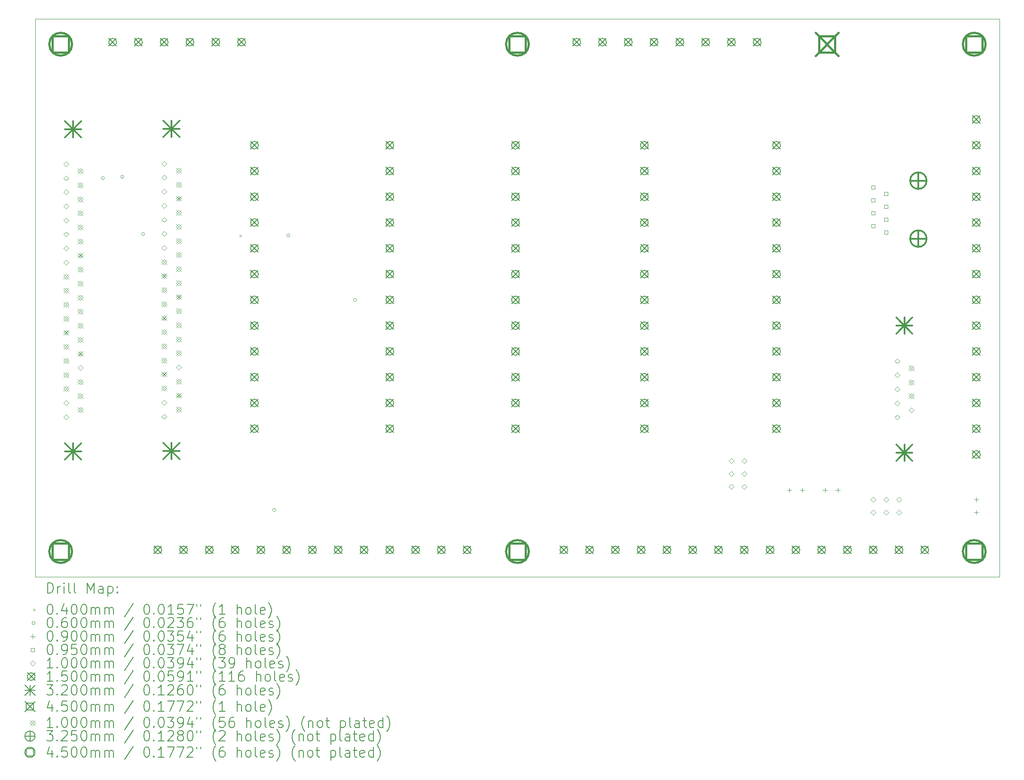
<source format=gbr>
%TF.GenerationSoftware,KiCad,Pcbnew,7.0.1*%
%TF.CreationDate,2023-04-16T18:01:42+03:00*%
%TF.ProjectId,maho-io,6d61686f-2d69-46f2-9e6b-696361645f70,rev?*%
%TF.SameCoordinates,PX44c0190PY8a4fb70*%
%TF.FileFunction,Drillmap*%
%TF.FilePolarity,Positive*%
%FSLAX45Y45*%
G04 Gerber Fmt 4.5, Leading zero omitted, Abs format (unit mm)*
G04 Created by KiCad (PCBNEW 7.0.1) date 2023-04-16 18:01:42*
%MOMM*%
%LPD*%
G01*
G04 APERTURE LIST*
%ADD10C,0.100000*%
%ADD11C,0.200000*%
%ADD12C,0.040000*%
%ADD13C,0.060000*%
%ADD14C,0.090000*%
%ADD15C,0.095000*%
%ADD16C,0.150000*%
%ADD17C,0.320000*%
%ADD18C,0.450000*%
%ADD19C,0.325000*%
G04 APERTURE END LIST*
D10*
X0Y11000000D02*
X19000000Y11000000D01*
X19000000Y0D01*
X0Y0D01*
X0Y11000000D01*
D11*
D12*
X4023200Y6750600D02*
X4063200Y6710600D01*
X4063200Y6750600D02*
X4023200Y6710600D01*
D13*
X1363700Y7861500D02*
G75*
G03*
X1363700Y7861500I-30000J0D01*
G01*
X1744500Y7886700D02*
G75*
G03*
X1744500Y7886700I-30000J0D01*
G01*
X2150900Y6756400D02*
G75*
G03*
X2150900Y6756400I-30000J0D01*
G01*
X4733600Y1320400D02*
G75*
G03*
X4733600Y1320400I-30000J0D01*
G01*
X5013000Y6730600D02*
G75*
G03*
X5013000Y6730600I-30000J0D01*
G01*
X6329200Y5461000D02*
G75*
G03*
X6329200Y5461000I-30000J0D01*
G01*
D14*
X14859000Y1757500D02*
X14859000Y1667500D01*
X14814000Y1712500D02*
X14904000Y1712500D01*
X15113000Y1757500D02*
X15113000Y1667500D01*
X15068000Y1712500D02*
X15158000Y1712500D01*
X15557500Y1757500D02*
X15557500Y1667500D01*
X15512500Y1712500D02*
X15602500Y1712500D01*
X15811500Y1757500D02*
X15811500Y1667500D01*
X15766500Y1712500D02*
X15856500Y1712500D01*
X18542000Y1569000D02*
X18542000Y1479000D01*
X18497000Y1524000D02*
X18587000Y1524000D01*
X18542000Y1315000D02*
X18542000Y1225000D01*
X18497000Y1270000D02*
X18587000Y1270000D01*
D15*
X16543588Y7649912D02*
X16543588Y7717088D01*
X16476412Y7717088D01*
X16476412Y7649912D01*
X16543588Y7649912D01*
X16543588Y7395912D02*
X16543588Y7463088D01*
X16476412Y7463088D01*
X16476412Y7395912D01*
X16543588Y7395912D01*
X16543588Y7141912D02*
X16543588Y7209088D01*
X16476412Y7209088D01*
X16476412Y7141912D01*
X16543588Y7141912D01*
X16543588Y6887912D02*
X16543588Y6955088D01*
X16476412Y6955088D01*
X16476412Y6887912D01*
X16543588Y6887912D01*
X16797588Y7522912D02*
X16797588Y7590088D01*
X16730412Y7590088D01*
X16730412Y7522912D01*
X16797588Y7522912D01*
X16797588Y7268912D02*
X16797588Y7336088D01*
X16730412Y7336088D01*
X16730412Y7268912D01*
X16797588Y7268912D01*
X16797588Y7014912D02*
X16797588Y7082088D01*
X16730412Y7082088D01*
X16730412Y7014912D01*
X16797588Y7014912D01*
X16797588Y6760912D02*
X16797588Y6828088D01*
X16730412Y6828088D01*
X16730412Y6760912D01*
X16797588Y6760912D01*
D10*
X605000Y8088500D02*
X655000Y8138500D01*
X605000Y8188500D01*
X555000Y8138500D01*
X605000Y8088500D01*
X605000Y7811500D02*
X655000Y7861500D01*
X605000Y7911500D01*
X555000Y7861500D01*
X605000Y7811500D01*
X605000Y7534500D02*
X655000Y7584500D01*
X605000Y7634500D01*
X555000Y7584500D01*
X605000Y7534500D01*
X605000Y7257500D02*
X655000Y7307500D01*
X605000Y7357500D01*
X555000Y7307500D01*
X605000Y7257500D01*
X605000Y6980500D02*
X655000Y7030500D01*
X605000Y7080500D01*
X555000Y7030500D01*
X605000Y6980500D01*
X605000Y6703500D02*
X655000Y6753500D01*
X605000Y6803500D01*
X555000Y6753500D01*
X605000Y6703500D01*
X605000Y6426500D02*
X655000Y6476500D01*
X605000Y6526500D01*
X555000Y6476500D01*
X605000Y6426500D01*
X605000Y6149500D02*
X655000Y6199500D01*
X605000Y6249500D01*
X555000Y6199500D01*
X605000Y6149500D01*
X605000Y3379500D02*
X655000Y3429500D01*
X605000Y3479500D01*
X555000Y3429500D01*
X605000Y3379500D01*
X605000Y3102500D02*
X655000Y3152500D01*
X605000Y3202500D01*
X555000Y3152500D01*
X605000Y3102500D01*
X889000Y4072000D02*
X939000Y4122000D01*
X889000Y4172000D01*
X839000Y4122000D01*
X889000Y4072000D01*
X2540000Y8098500D02*
X2590000Y8148500D01*
X2540000Y8198500D01*
X2490000Y8148500D01*
X2540000Y8098500D01*
X2540000Y7821500D02*
X2590000Y7871500D01*
X2540000Y7921500D01*
X2490000Y7871500D01*
X2540000Y7821500D01*
X2540000Y7544500D02*
X2590000Y7594500D01*
X2540000Y7644500D01*
X2490000Y7594500D01*
X2540000Y7544500D01*
X2540000Y7267500D02*
X2590000Y7317500D01*
X2540000Y7367500D01*
X2490000Y7317500D01*
X2540000Y7267500D01*
X2540000Y6990500D02*
X2590000Y7040500D01*
X2540000Y7090500D01*
X2490000Y7040500D01*
X2540000Y6990500D01*
X2540000Y6713500D02*
X2590000Y6763500D01*
X2540000Y6813500D01*
X2490000Y6763500D01*
X2540000Y6713500D01*
X2540000Y6436500D02*
X2590000Y6486500D01*
X2540000Y6536500D01*
X2490000Y6486500D01*
X2540000Y6436500D01*
X2540000Y3389500D02*
X2590000Y3439500D01*
X2540000Y3489500D01*
X2490000Y3439500D01*
X2540000Y3389500D01*
X2540000Y3112500D02*
X2590000Y3162500D01*
X2540000Y3212500D01*
X2490000Y3162500D01*
X2540000Y3112500D01*
X2824000Y4082000D02*
X2874000Y4132000D01*
X2824000Y4182000D01*
X2774000Y4132000D01*
X2824000Y4082000D01*
X13716000Y2236000D02*
X13766000Y2286000D01*
X13716000Y2336000D01*
X13666000Y2286000D01*
X13716000Y2236000D01*
X13716000Y1982000D02*
X13766000Y2032000D01*
X13716000Y2082000D01*
X13666000Y2032000D01*
X13716000Y1982000D01*
X13716000Y1728000D02*
X13766000Y1778000D01*
X13716000Y1828000D01*
X13666000Y1778000D01*
X13716000Y1728000D01*
X13970000Y2236000D02*
X14020000Y2286000D01*
X13970000Y2336000D01*
X13920000Y2286000D01*
X13970000Y2236000D01*
X13970000Y1982000D02*
X14020000Y2032000D01*
X13970000Y2082000D01*
X13920000Y2032000D01*
X13970000Y1982000D01*
X13970000Y1728000D02*
X14020000Y1778000D01*
X13970000Y1828000D01*
X13920000Y1778000D01*
X13970000Y1728000D01*
X16508500Y1472000D02*
X16558500Y1522000D01*
X16508500Y1572000D01*
X16458500Y1522000D01*
X16508500Y1472000D01*
X16508500Y1218000D02*
X16558500Y1268000D01*
X16508500Y1318000D01*
X16458500Y1268000D01*
X16508500Y1218000D01*
X16762500Y1472000D02*
X16812500Y1522000D01*
X16762500Y1572000D01*
X16712500Y1522000D01*
X16762500Y1472000D01*
X16762500Y1218000D02*
X16812500Y1268000D01*
X16762500Y1318000D01*
X16712500Y1268000D01*
X16762500Y1218000D01*
X16980967Y4205000D02*
X17030967Y4255000D01*
X16980967Y4305000D01*
X16930967Y4255000D01*
X16980967Y4205000D01*
X16980967Y3928000D02*
X17030967Y3978000D01*
X16980967Y4028000D01*
X16930967Y3978000D01*
X16980967Y3928000D01*
X16980967Y3651000D02*
X17030967Y3701000D01*
X16980967Y3751000D01*
X16930967Y3701000D01*
X16980967Y3651000D01*
X16980967Y3374000D02*
X17030967Y3424000D01*
X16980967Y3474000D01*
X16930967Y3424000D01*
X16980967Y3374000D01*
X16980967Y3097000D02*
X17030967Y3147000D01*
X16980967Y3197000D01*
X16930967Y3147000D01*
X16980967Y3097000D01*
X17016500Y1472000D02*
X17066500Y1522000D01*
X17016500Y1572000D01*
X16966500Y1522000D01*
X17016500Y1472000D01*
X17016500Y1218000D02*
X17066500Y1268000D01*
X17016500Y1318000D01*
X16966500Y1268000D01*
X17016500Y1218000D01*
X17264967Y3235500D02*
X17314967Y3285500D01*
X17264967Y3335500D01*
X17214967Y3285500D01*
X17264967Y3235500D01*
D16*
X1449000Y10616000D02*
X1599000Y10466000D01*
X1599000Y10616000D02*
X1449000Y10466000D01*
X1599000Y10541000D02*
G75*
G03*
X1599000Y10541000I-75000J0D01*
G01*
X1957000Y10616000D02*
X2107000Y10466000D01*
X2107000Y10616000D02*
X1957000Y10466000D01*
X2107000Y10541000D02*
G75*
G03*
X2107000Y10541000I-75000J0D01*
G01*
X2338000Y608000D02*
X2488000Y458000D01*
X2488000Y608000D02*
X2338000Y458000D01*
X2488000Y533000D02*
G75*
G03*
X2488000Y533000I-75000J0D01*
G01*
X2465000Y10616000D02*
X2615000Y10466000D01*
X2615000Y10616000D02*
X2465000Y10466000D01*
X2615000Y10541000D02*
G75*
G03*
X2615000Y10541000I-75000J0D01*
G01*
X2846000Y608000D02*
X2996000Y458000D01*
X2996000Y608000D02*
X2846000Y458000D01*
X2996000Y533000D02*
G75*
G03*
X2996000Y533000I-75000J0D01*
G01*
X2973000Y10616000D02*
X3123000Y10466000D01*
X3123000Y10616000D02*
X2973000Y10466000D01*
X3123000Y10541000D02*
G75*
G03*
X3123000Y10541000I-75000J0D01*
G01*
X3354000Y608000D02*
X3504000Y458000D01*
X3504000Y608000D02*
X3354000Y458000D01*
X3504000Y533000D02*
G75*
G03*
X3504000Y533000I-75000J0D01*
G01*
X3481000Y10616000D02*
X3631000Y10466000D01*
X3631000Y10616000D02*
X3481000Y10466000D01*
X3631000Y10541000D02*
G75*
G03*
X3631000Y10541000I-75000J0D01*
G01*
X3862000Y608000D02*
X4012000Y458000D01*
X4012000Y608000D02*
X3862000Y458000D01*
X4012000Y533000D02*
G75*
G03*
X4012000Y533000I-75000J0D01*
G01*
X3989000Y10616000D02*
X4139000Y10466000D01*
X4139000Y10616000D02*
X3989000Y10466000D01*
X4139000Y10541000D02*
G75*
G03*
X4139000Y10541000I-75000J0D01*
G01*
X4243000Y8584000D02*
X4393000Y8434000D01*
X4393000Y8584000D02*
X4243000Y8434000D01*
X4393000Y8509000D02*
G75*
G03*
X4393000Y8509000I-75000J0D01*
G01*
X4243000Y8076000D02*
X4393000Y7926000D01*
X4393000Y8076000D02*
X4243000Y7926000D01*
X4393000Y8001000D02*
G75*
G03*
X4393000Y8001000I-75000J0D01*
G01*
X4243000Y7568000D02*
X4393000Y7418000D01*
X4393000Y7568000D02*
X4243000Y7418000D01*
X4393000Y7493000D02*
G75*
G03*
X4393000Y7493000I-75000J0D01*
G01*
X4243000Y7060000D02*
X4393000Y6910000D01*
X4393000Y7060000D02*
X4243000Y6910000D01*
X4393000Y6985000D02*
G75*
G03*
X4393000Y6985000I-75000J0D01*
G01*
X4243000Y6552000D02*
X4393000Y6402000D01*
X4393000Y6552000D02*
X4243000Y6402000D01*
X4393000Y6477000D02*
G75*
G03*
X4393000Y6477000I-75000J0D01*
G01*
X4243000Y6044000D02*
X4393000Y5894000D01*
X4393000Y6044000D02*
X4243000Y5894000D01*
X4393000Y5969000D02*
G75*
G03*
X4393000Y5969000I-75000J0D01*
G01*
X4243000Y5536000D02*
X4393000Y5386000D01*
X4393000Y5536000D02*
X4243000Y5386000D01*
X4393000Y5461000D02*
G75*
G03*
X4393000Y5461000I-75000J0D01*
G01*
X4243000Y5028000D02*
X4393000Y4878000D01*
X4393000Y5028000D02*
X4243000Y4878000D01*
X4393000Y4953000D02*
G75*
G03*
X4393000Y4953000I-75000J0D01*
G01*
X4243000Y4520000D02*
X4393000Y4370000D01*
X4393000Y4520000D02*
X4243000Y4370000D01*
X4393000Y4445000D02*
G75*
G03*
X4393000Y4445000I-75000J0D01*
G01*
X4243000Y4012000D02*
X4393000Y3862000D01*
X4393000Y4012000D02*
X4243000Y3862000D01*
X4393000Y3937000D02*
G75*
G03*
X4393000Y3937000I-75000J0D01*
G01*
X4243000Y3504000D02*
X4393000Y3354000D01*
X4393000Y3504000D02*
X4243000Y3354000D01*
X4393000Y3429000D02*
G75*
G03*
X4393000Y3429000I-75000J0D01*
G01*
X4243000Y2996000D02*
X4393000Y2846000D01*
X4393000Y2996000D02*
X4243000Y2846000D01*
X4393000Y2921000D02*
G75*
G03*
X4393000Y2921000I-75000J0D01*
G01*
X4370000Y608000D02*
X4520000Y458000D01*
X4520000Y608000D02*
X4370000Y458000D01*
X4520000Y533000D02*
G75*
G03*
X4520000Y533000I-75000J0D01*
G01*
X4878000Y608000D02*
X5028000Y458000D01*
X5028000Y608000D02*
X4878000Y458000D01*
X5028000Y533000D02*
G75*
G03*
X5028000Y533000I-75000J0D01*
G01*
X5386000Y608000D02*
X5536000Y458000D01*
X5536000Y608000D02*
X5386000Y458000D01*
X5536000Y533000D02*
G75*
G03*
X5536000Y533000I-75000J0D01*
G01*
X5894000Y608000D02*
X6044000Y458000D01*
X6044000Y608000D02*
X5894000Y458000D01*
X6044000Y533000D02*
G75*
G03*
X6044000Y533000I-75000J0D01*
G01*
X6402000Y608000D02*
X6552000Y458000D01*
X6552000Y608000D02*
X6402000Y458000D01*
X6552000Y533000D02*
G75*
G03*
X6552000Y533000I-75000J0D01*
G01*
X6910000Y8584000D02*
X7060000Y8434000D01*
X7060000Y8584000D02*
X6910000Y8434000D01*
X7060000Y8509000D02*
G75*
G03*
X7060000Y8509000I-75000J0D01*
G01*
X6910000Y8076000D02*
X7060000Y7926000D01*
X7060000Y8076000D02*
X6910000Y7926000D01*
X7060000Y8001000D02*
G75*
G03*
X7060000Y8001000I-75000J0D01*
G01*
X6910000Y7568000D02*
X7060000Y7418000D01*
X7060000Y7568000D02*
X6910000Y7418000D01*
X7060000Y7493000D02*
G75*
G03*
X7060000Y7493000I-75000J0D01*
G01*
X6910000Y7060000D02*
X7060000Y6910000D01*
X7060000Y7060000D02*
X6910000Y6910000D01*
X7060000Y6985000D02*
G75*
G03*
X7060000Y6985000I-75000J0D01*
G01*
X6910000Y6552000D02*
X7060000Y6402000D01*
X7060000Y6552000D02*
X6910000Y6402000D01*
X7060000Y6477000D02*
G75*
G03*
X7060000Y6477000I-75000J0D01*
G01*
X6910000Y6044000D02*
X7060000Y5894000D01*
X7060000Y6044000D02*
X6910000Y5894000D01*
X7060000Y5969000D02*
G75*
G03*
X7060000Y5969000I-75000J0D01*
G01*
X6910000Y5536000D02*
X7060000Y5386000D01*
X7060000Y5536000D02*
X6910000Y5386000D01*
X7060000Y5461000D02*
G75*
G03*
X7060000Y5461000I-75000J0D01*
G01*
X6910000Y5028000D02*
X7060000Y4878000D01*
X7060000Y5028000D02*
X6910000Y4878000D01*
X7060000Y4953000D02*
G75*
G03*
X7060000Y4953000I-75000J0D01*
G01*
X6910000Y4520000D02*
X7060000Y4370000D01*
X7060000Y4520000D02*
X6910000Y4370000D01*
X7060000Y4445000D02*
G75*
G03*
X7060000Y4445000I-75000J0D01*
G01*
X6910000Y4012000D02*
X7060000Y3862000D01*
X7060000Y4012000D02*
X6910000Y3862000D01*
X7060000Y3937000D02*
G75*
G03*
X7060000Y3937000I-75000J0D01*
G01*
X6910000Y3504000D02*
X7060000Y3354000D01*
X7060000Y3504000D02*
X6910000Y3354000D01*
X7060000Y3429000D02*
G75*
G03*
X7060000Y3429000I-75000J0D01*
G01*
X6910000Y2996000D02*
X7060000Y2846000D01*
X7060000Y2996000D02*
X6910000Y2846000D01*
X7060000Y2921000D02*
G75*
G03*
X7060000Y2921000I-75000J0D01*
G01*
X6910000Y608000D02*
X7060000Y458000D01*
X7060000Y608000D02*
X6910000Y458000D01*
X7060000Y533000D02*
G75*
G03*
X7060000Y533000I-75000J0D01*
G01*
X7418000Y608000D02*
X7568000Y458000D01*
X7568000Y608000D02*
X7418000Y458000D01*
X7568000Y533000D02*
G75*
G03*
X7568000Y533000I-75000J0D01*
G01*
X7926000Y608000D02*
X8076000Y458000D01*
X8076000Y608000D02*
X7926000Y458000D01*
X8076000Y533000D02*
G75*
G03*
X8076000Y533000I-75000J0D01*
G01*
X8434000Y608000D02*
X8584000Y458000D01*
X8584000Y608000D02*
X8434000Y458000D01*
X8584000Y533000D02*
G75*
G03*
X8584000Y533000I-75000J0D01*
G01*
X9386500Y8584000D02*
X9536500Y8434000D01*
X9536500Y8584000D02*
X9386500Y8434000D01*
X9536500Y8509000D02*
G75*
G03*
X9536500Y8509000I-75000J0D01*
G01*
X9386500Y8076000D02*
X9536500Y7926000D01*
X9536500Y8076000D02*
X9386500Y7926000D01*
X9536500Y8001000D02*
G75*
G03*
X9536500Y8001000I-75000J0D01*
G01*
X9386500Y7568000D02*
X9536500Y7418000D01*
X9536500Y7568000D02*
X9386500Y7418000D01*
X9536500Y7493000D02*
G75*
G03*
X9536500Y7493000I-75000J0D01*
G01*
X9386500Y7060000D02*
X9536500Y6910000D01*
X9536500Y7060000D02*
X9386500Y6910000D01*
X9536500Y6985000D02*
G75*
G03*
X9536500Y6985000I-75000J0D01*
G01*
X9386500Y6552000D02*
X9536500Y6402000D01*
X9536500Y6552000D02*
X9386500Y6402000D01*
X9536500Y6477000D02*
G75*
G03*
X9536500Y6477000I-75000J0D01*
G01*
X9386500Y6044000D02*
X9536500Y5894000D01*
X9536500Y6044000D02*
X9386500Y5894000D01*
X9536500Y5969000D02*
G75*
G03*
X9536500Y5969000I-75000J0D01*
G01*
X9386500Y5536000D02*
X9536500Y5386000D01*
X9536500Y5536000D02*
X9386500Y5386000D01*
X9536500Y5461000D02*
G75*
G03*
X9536500Y5461000I-75000J0D01*
G01*
X9386500Y5028000D02*
X9536500Y4878000D01*
X9536500Y5028000D02*
X9386500Y4878000D01*
X9536500Y4953000D02*
G75*
G03*
X9536500Y4953000I-75000J0D01*
G01*
X9386500Y4520000D02*
X9536500Y4370000D01*
X9536500Y4520000D02*
X9386500Y4370000D01*
X9536500Y4445000D02*
G75*
G03*
X9536500Y4445000I-75000J0D01*
G01*
X9386500Y4012000D02*
X9536500Y3862000D01*
X9536500Y4012000D02*
X9386500Y3862000D01*
X9536500Y3937000D02*
G75*
G03*
X9536500Y3937000I-75000J0D01*
G01*
X9386500Y3504000D02*
X9536500Y3354000D01*
X9536500Y3504000D02*
X9386500Y3354000D01*
X9536500Y3429000D02*
G75*
G03*
X9536500Y3429000I-75000J0D01*
G01*
X9386500Y2996000D02*
X9536500Y2846000D01*
X9536500Y2996000D02*
X9386500Y2846000D01*
X9536500Y2921000D02*
G75*
G03*
X9536500Y2921000I-75000J0D01*
G01*
X10339000Y608000D02*
X10489000Y458000D01*
X10489000Y608000D02*
X10339000Y458000D01*
X10489000Y533000D02*
G75*
G03*
X10489000Y533000I-75000J0D01*
G01*
X10593000Y10616000D02*
X10743000Y10466000D01*
X10743000Y10616000D02*
X10593000Y10466000D01*
X10743000Y10541000D02*
G75*
G03*
X10743000Y10541000I-75000J0D01*
G01*
X10847000Y608000D02*
X10997000Y458000D01*
X10997000Y608000D02*
X10847000Y458000D01*
X10997000Y533000D02*
G75*
G03*
X10997000Y533000I-75000J0D01*
G01*
X11101000Y10616000D02*
X11251000Y10466000D01*
X11251000Y10616000D02*
X11101000Y10466000D01*
X11251000Y10541000D02*
G75*
G03*
X11251000Y10541000I-75000J0D01*
G01*
X11355000Y608000D02*
X11505000Y458000D01*
X11505000Y608000D02*
X11355000Y458000D01*
X11505000Y533000D02*
G75*
G03*
X11505000Y533000I-75000J0D01*
G01*
X11609000Y10616000D02*
X11759000Y10466000D01*
X11759000Y10616000D02*
X11609000Y10466000D01*
X11759000Y10541000D02*
G75*
G03*
X11759000Y10541000I-75000J0D01*
G01*
X11863000Y608000D02*
X12013000Y458000D01*
X12013000Y608000D02*
X11863000Y458000D01*
X12013000Y533000D02*
G75*
G03*
X12013000Y533000I-75000J0D01*
G01*
X11926500Y8584000D02*
X12076500Y8434000D01*
X12076500Y8584000D02*
X11926500Y8434000D01*
X12076500Y8509000D02*
G75*
G03*
X12076500Y8509000I-75000J0D01*
G01*
X11926500Y8076000D02*
X12076500Y7926000D01*
X12076500Y8076000D02*
X11926500Y7926000D01*
X12076500Y8001000D02*
G75*
G03*
X12076500Y8001000I-75000J0D01*
G01*
X11926500Y7568000D02*
X12076500Y7418000D01*
X12076500Y7568000D02*
X11926500Y7418000D01*
X12076500Y7493000D02*
G75*
G03*
X12076500Y7493000I-75000J0D01*
G01*
X11926500Y7060000D02*
X12076500Y6910000D01*
X12076500Y7060000D02*
X11926500Y6910000D01*
X12076500Y6985000D02*
G75*
G03*
X12076500Y6985000I-75000J0D01*
G01*
X11926500Y6552000D02*
X12076500Y6402000D01*
X12076500Y6552000D02*
X11926500Y6402000D01*
X12076500Y6477000D02*
G75*
G03*
X12076500Y6477000I-75000J0D01*
G01*
X11926500Y6044000D02*
X12076500Y5894000D01*
X12076500Y6044000D02*
X11926500Y5894000D01*
X12076500Y5969000D02*
G75*
G03*
X12076500Y5969000I-75000J0D01*
G01*
X11926500Y5536000D02*
X12076500Y5386000D01*
X12076500Y5536000D02*
X11926500Y5386000D01*
X12076500Y5461000D02*
G75*
G03*
X12076500Y5461000I-75000J0D01*
G01*
X11926500Y5028000D02*
X12076500Y4878000D01*
X12076500Y5028000D02*
X11926500Y4878000D01*
X12076500Y4953000D02*
G75*
G03*
X12076500Y4953000I-75000J0D01*
G01*
X11926500Y4520000D02*
X12076500Y4370000D01*
X12076500Y4520000D02*
X11926500Y4370000D01*
X12076500Y4445000D02*
G75*
G03*
X12076500Y4445000I-75000J0D01*
G01*
X11926500Y4012000D02*
X12076500Y3862000D01*
X12076500Y4012000D02*
X11926500Y3862000D01*
X12076500Y3937000D02*
G75*
G03*
X12076500Y3937000I-75000J0D01*
G01*
X11926500Y3504000D02*
X12076500Y3354000D01*
X12076500Y3504000D02*
X11926500Y3354000D01*
X12076500Y3429000D02*
G75*
G03*
X12076500Y3429000I-75000J0D01*
G01*
X11926500Y2996000D02*
X12076500Y2846000D01*
X12076500Y2996000D02*
X11926500Y2846000D01*
X12076500Y2921000D02*
G75*
G03*
X12076500Y2921000I-75000J0D01*
G01*
X12117000Y10616000D02*
X12267000Y10466000D01*
X12267000Y10616000D02*
X12117000Y10466000D01*
X12267000Y10541000D02*
G75*
G03*
X12267000Y10541000I-75000J0D01*
G01*
X12371000Y608000D02*
X12521000Y458000D01*
X12521000Y608000D02*
X12371000Y458000D01*
X12521000Y533000D02*
G75*
G03*
X12521000Y533000I-75000J0D01*
G01*
X12625000Y10616000D02*
X12775000Y10466000D01*
X12775000Y10616000D02*
X12625000Y10466000D01*
X12775000Y10541000D02*
G75*
G03*
X12775000Y10541000I-75000J0D01*
G01*
X12879000Y608000D02*
X13029000Y458000D01*
X13029000Y608000D02*
X12879000Y458000D01*
X13029000Y533000D02*
G75*
G03*
X13029000Y533000I-75000J0D01*
G01*
X13133000Y10616000D02*
X13283000Y10466000D01*
X13283000Y10616000D02*
X13133000Y10466000D01*
X13283000Y10541000D02*
G75*
G03*
X13283000Y10541000I-75000J0D01*
G01*
X13387000Y608000D02*
X13537000Y458000D01*
X13537000Y608000D02*
X13387000Y458000D01*
X13537000Y533000D02*
G75*
G03*
X13537000Y533000I-75000J0D01*
G01*
X13641000Y10616000D02*
X13791000Y10466000D01*
X13791000Y10616000D02*
X13641000Y10466000D01*
X13791000Y10541000D02*
G75*
G03*
X13791000Y10541000I-75000J0D01*
G01*
X13895000Y608000D02*
X14045000Y458000D01*
X14045000Y608000D02*
X13895000Y458000D01*
X14045000Y533000D02*
G75*
G03*
X14045000Y533000I-75000J0D01*
G01*
X14149000Y10616000D02*
X14299000Y10466000D01*
X14299000Y10616000D02*
X14149000Y10466000D01*
X14299000Y10541000D02*
G75*
G03*
X14299000Y10541000I-75000J0D01*
G01*
X14403000Y608000D02*
X14553000Y458000D01*
X14553000Y608000D02*
X14403000Y458000D01*
X14553000Y533000D02*
G75*
G03*
X14553000Y533000I-75000J0D01*
G01*
X14530000Y8584000D02*
X14680000Y8434000D01*
X14680000Y8584000D02*
X14530000Y8434000D01*
X14680000Y8509000D02*
G75*
G03*
X14680000Y8509000I-75000J0D01*
G01*
X14530000Y8076000D02*
X14680000Y7926000D01*
X14680000Y8076000D02*
X14530000Y7926000D01*
X14680000Y8001000D02*
G75*
G03*
X14680000Y8001000I-75000J0D01*
G01*
X14530000Y7568000D02*
X14680000Y7418000D01*
X14680000Y7568000D02*
X14530000Y7418000D01*
X14680000Y7493000D02*
G75*
G03*
X14680000Y7493000I-75000J0D01*
G01*
X14530000Y7060000D02*
X14680000Y6910000D01*
X14680000Y7060000D02*
X14530000Y6910000D01*
X14680000Y6985000D02*
G75*
G03*
X14680000Y6985000I-75000J0D01*
G01*
X14530000Y6552000D02*
X14680000Y6402000D01*
X14680000Y6552000D02*
X14530000Y6402000D01*
X14680000Y6477000D02*
G75*
G03*
X14680000Y6477000I-75000J0D01*
G01*
X14530000Y6044000D02*
X14680000Y5894000D01*
X14680000Y6044000D02*
X14530000Y5894000D01*
X14680000Y5969000D02*
G75*
G03*
X14680000Y5969000I-75000J0D01*
G01*
X14530000Y5536000D02*
X14680000Y5386000D01*
X14680000Y5536000D02*
X14530000Y5386000D01*
X14680000Y5461000D02*
G75*
G03*
X14680000Y5461000I-75000J0D01*
G01*
X14530000Y5028000D02*
X14680000Y4878000D01*
X14680000Y5028000D02*
X14530000Y4878000D01*
X14680000Y4953000D02*
G75*
G03*
X14680000Y4953000I-75000J0D01*
G01*
X14530000Y4520000D02*
X14680000Y4370000D01*
X14680000Y4520000D02*
X14530000Y4370000D01*
X14680000Y4445000D02*
G75*
G03*
X14680000Y4445000I-75000J0D01*
G01*
X14530000Y4012000D02*
X14680000Y3862000D01*
X14680000Y4012000D02*
X14530000Y3862000D01*
X14680000Y3937000D02*
G75*
G03*
X14680000Y3937000I-75000J0D01*
G01*
X14530000Y3504000D02*
X14680000Y3354000D01*
X14680000Y3504000D02*
X14530000Y3354000D01*
X14680000Y3429000D02*
G75*
G03*
X14680000Y3429000I-75000J0D01*
G01*
X14530000Y2996000D02*
X14680000Y2846000D01*
X14680000Y2996000D02*
X14530000Y2846000D01*
X14680000Y2921000D02*
G75*
G03*
X14680000Y2921000I-75000J0D01*
G01*
X14911000Y608000D02*
X15061000Y458000D01*
X15061000Y608000D02*
X14911000Y458000D01*
X15061000Y533000D02*
G75*
G03*
X15061000Y533000I-75000J0D01*
G01*
X15419000Y608000D02*
X15569000Y458000D01*
X15569000Y608000D02*
X15419000Y458000D01*
X15569000Y533000D02*
G75*
G03*
X15569000Y533000I-75000J0D01*
G01*
X15927000Y608000D02*
X16077000Y458000D01*
X16077000Y608000D02*
X15927000Y458000D01*
X16077000Y533000D02*
G75*
G03*
X16077000Y533000I-75000J0D01*
G01*
X16435000Y608000D02*
X16585000Y458000D01*
X16585000Y608000D02*
X16435000Y458000D01*
X16585000Y533000D02*
G75*
G03*
X16585000Y533000I-75000J0D01*
G01*
X16943000Y608000D02*
X17093000Y458000D01*
X17093000Y608000D02*
X16943000Y458000D01*
X17093000Y533000D02*
G75*
G03*
X17093000Y533000I-75000J0D01*
G01*
X17451000Y608000D02*
X17601000Y458000D01*
X17601000Y608000D02*
X17451000Y458000D01*
X17601000Y533000D02*
G75*
G03*
X17601000Y533000I-75000J0D01*
G01*
X18467000Y9092000D02*
X18617000Y8942000D01*
X18617000Y9092000D02*
X18467000Y8942000D01*
X18617000Y9017000D02*
G75*
G03*
X18617000Y9017000I-75000J0D01*
G01*
X18467000Y8584000D02*
X18617000Y8434000D01*
X18617000Y8584000D02*
X18467000Y8434000D01*
X18617000Y8509000D02*
G75*
G03*
X18617000Y8509000I-75000J0D01*
G01*
X18467000Y8076000D02*
X18617000Y7926000D01*
X18617000Y8076000D02*
X18467000Y7926000D01*
X18617000Y8001000D02*
G75*
G03*
X18617000Y8001000I-75000J0D01*
G01*
X18467000Y7568000D02*
X18617000Y7418000D01*
X18617000Y7568000D02*
X18467000Y7418000D01*
X18617000Y7493000D02*
G75*
G03*
X18617000Y7493000I-75000J0D01*
G01*
X18467000Y7060000D02*
X18617000Y6910000D01*
X18617000Y7060000D02*
X18467000Y6910000D01*
X18617000Y6985000D02*
G75*
G03*
X18617000Y6985000I-75000J0D01*
G01*
X18467000Y6552000D02*
X18617000Y6402000D01*
X18617000Y6552000D02*
X18467000Y6402000D01*
X18617000Y6477000D02*
G75*
G03*
X18617000Y6477000I-75000J0D01*
G01*
X18467000Y6044000D02*
X18617000Y5894000D01*
X18617000Y6044000D02*
X18467000Y5894000D01*
X18617000Y5969000D02*
G75*
G03*
X18617000Y5969000I-75000J0D01*
G01*
X18467000Y5536000D02*
X18617000Y5386000D01*
X18617000Y5536000D02*
X18467000Y5386000D01*
X18617000Y5461000D02*
G75*
G03*
X18617000Y5461000I-75000J0D01*
G01*
X18467000Y5028000D02*
X18617000Y4878000D01*
X18617000Y5028000D02*
X18467000Y4878000D01*
X18617000Y4953000D02*
G75*
G03*
X18617000Y4953000I-75000J0D01*
G01*
X18467000Y4520000D02*
X18617000Y4370000D01*
X18617000Y4520000D02*
X18467000Y4370000D01*
X18617000Y4445000D02*
G75*
G03*
X18617000Y4445000I-75000J0D01*
G01*
X18467000Y4012000D02*
X18617000Y3862000D01*
X18617000Y4012000D02*
X18467000Y3862000D01*
X18617000Y3937000D02*
G75*
G03*
X18617000Y3937000I-75000J0D01*
G01*
X18467000Y3504000D02*
X18617000Y3354000D01*
X18617000Y3504000D02*
X18467000Y3354000D01*
X18617000Y3429000D02*
G75*
G03*
X18617000Y3429000I-75000J0D01*
G01*
X18467000Y2996000D02*
X18617000Y2846000D01*
X18617000Y2996000D02*
X18467000Y2846000D01*
X18617000Y2921000D02*
G75*
G03*
X18617000Y2921000I-75000J0D01*
G01*
X18467000Y2488000D02*
X18617000Y2338000D01*
X18617000Y2488000D02*
X18467000Y2338000D01*
X18617000Y2413000D02*
G75*
G03*
X18617000Y2413000I-75000J0D01*
G01*
D17*
X587000Y8980500D02*
X907000Y8660500D01*
X907000Y8980500D02*
X587000Y8660500D01*
X747000Y8980500D02*
X747000Y8660500D01*
X587000Y8820500D02*
X907000Y8820500D01*
X587000Y2630500D02*
X907000Y2310500D01*
X907000Y2630500D02*
X587000Y2310500D01*
X747000Y2630500D02*
X747000Y2310500D01*
X587000Y2470500D02*
X907000Y2470500D01*
X2522000Y8990500D02*
X2842000Y8670500D01*
X2842000Y8990500D02*
X2522000Y8670500D01*
X2682000Y8990500D02*
X2682000Y8670500D01*
X2522000Y8830500D02*
X2842000Y8830500D01*
X2522000Y2640500D02*
X2842000Y2320500D01*
X2842000Y2640500D02*
X2522000Y2320500D01*
X2682000Y2640500D02*
X2682000Y2320500D01*
X2522000Y2480500D02*
X2842000Y2480500D01*
X16962967Y5111000D02*
X17282967Y4791000D01*
X17282967Y5111000D02*
X16962967Y4791000D01*
X17122967Y5111000D02*
X17122967Y4791000D01*
X16962967Y4951000D02*
X17282967Y4951000D01*
X16962967Y2611000D02*
X17282967Y2291000D01*
X17282967Y2611000D02*
X16962967Y2291000D01*
X17122967Y2611000D02*
X17122967Y2291000D01*
X16962967Y2451000D02*
X17282967Y2451000D01*
D18*
X15375000Y10725000D02*
X15825000Y10275000D01*
X15825000Y10725000D02*
X15375000Y10275000D01*
X15759101Y10340899D02*
X15759101Y10659101D01*
X15440899Y10659101D01*
X15440899Y10340899D01*
X15759101Y10340899D01*
D10*
X555000Y5972500D02*
X655000Y5872500D01*
X655000Y5972500D02*
X555000Y5872500D01*
X605000Y5872500D02*
X655000Y5922500D01*
X605000Y5972500D01*
X555000Y5922500D01*
X605000Y5872500D01*
X555000Y5695500D02*
X655000Y5595500D01*
X655000Y5695500D02*
X555000Y5595500D01*
X605000Y5595500D02*
X655000Y5645500D01*
X605000Y5695500D01*
X555000Y5645500D01*
X605000Y5595500D01*
X555000Y5418500D02*
X655000Y5318500D01*
X655000Y5418500D02*
X555000Y5318500D01*
X605000Y5318500D02*
X655000Y5368500D01*
X605000Y5418500D01*
X555000Y5368500D01*
X605000Y5318500D01*
X555000Y5141500D02*
X655000Y5041500D01*
X655000Y5141500D02*
X555000Y5041500D01*
X605000Y5041500D02*
X655000Y5091500D01*
X605000Y5141500D01*
X555000Y5091500D01*
X605000Y5041500D01*
X555000Y4864500D02*
X655000Y4764500D01*
X655000Y4864500D02*
X555000Y4764500D01*
X605000Y4764500D02*
X655000Y4814500D01*
X605000Y4864500D01*
X555000Y4814500D01*
X605000Y4764500D01*
X555000Y4587500D02*
X655000Y4487500D01*
X655000Y4587500D02*
X555000Y4487500D01*
X605000Y4487500D02*
X655000Y4537500D01*
X605000Y4587500D01*
X555000Y4537500D01*
X605000Y4487500D01*
X555000Y4310500D02*
X655000Y4210500D01*
X655000Y4310500D02*
X555000Y4210500D01*
X605000Y4210500D02*
X655000Y4260500D01*
X605000Y4310500D01*
X555000Y4260500D01*
X605000Y4210500D01*
X555000Y4033500D02*
X655000Y3933500D01*
X655000Y4033500D02*
X555000Y3933500D01*
X605000Y3933500D02*
X655000Y3983500D01*
X605000Y4033500D01*
X555000Y3983500D01*
X605000Y3933500D01*
X555000Y3756500D02*
X655000Y3656500D01*
X655000Y3756500D02*
X555000Y3656500D01*
X605000Y3656500D02*
X655000Y3706500D01*
X605000Y3756500D01*
X555000Y3706500D01*
X605000Y3656500D01*
X839000Y8050000D02*
X939000Y7950000D01*
X939000Y8050000D02*
X839000Y7950000D01*
X889000Y7950000D02*
X939000Y8000000D01*
X889000Y8050000D01*
X839000Y8000000D01*
X889000Y7950000D01*
X839000Y7773000D02*
X939000Y7673000D01*
X939000Y7773000D02*
X839000Y7673000D01*
X889000Y7673000D02*
X939000Y7723000D01*
X889000Y7773000D01*
X839000Y7723000D01*
X889000Y7673000D01*
X839000Y7496000D02*
X939000Y7396000D01*
X939000Y7496000D02*
X839000Y7396000D01*
X889000Y7396000D02*
X939000Y7446000D01*
X889000Y7496000D01*
X839000Y7446000D01*
X889000Y7396000D01*
X839000Y7219000D02*
X939000Y7119000D01*
X939000Y7219000D02*
X839000Y7119000D01*
X889000Y7119000D02*
X939000Y7169000D01*
X889000Y7219000D01*
X839000Y7169000D01*
X889000Y7119000D01*
X839000Y6942000D02*
X939000Y6842000D01*
X939000Y6942000D02*
X839000Y6842000D01*
X889000Y6842000D02*
X939000Y6892000D01*
X889000Y6942000D01*
X839000Y6892000D01*
X889000Y6842000D01*
X839000Y6665000D02*
X939000Y6565000D01*
X939000Y6665000D02*
X839000Y6565000D01*
X889000Y6565000D02*
X939000Y6615000D01*
X889000Y6665000D01*
X839000Y6615000D01*
X889000Y6565000D01*
X839000Y6388000D02*
X939000Y6288000D01*
X939000Y6388000D02*
X839000Y6288000D01*
X889000Y6288000D02*
X939000Y6338000D01*
X889000Y6388000D01*
X839000Y6338000D01*
X889000Y6288000D01*
X839000Y6111000D02*
X939000Y6011000D01*
X939000Y6111000D02*
X839000Y6011000D01*
X889000Y6011000D02*
X939000Y6061000D01*
X889000Y6111000D01*
X839000Y6061000D01*
X889000Y6011000D01*
X839000Y5834000D02*
X939000Y5734000D01*
X939000Y5834000D02*
X839000Y5734000D01*
X889000Y5734000D02*
X939000Y5784000D01*
X889000Y5834000D01*
X839000Y5784000D01*
X889000Y5734000D01*
X839000Y5557000D02*
X939000Y5457000D01*
X939000Y5557000D02*
X839000Y5457000D01*
X889000Y5457000D02*
X939000Y5507000D01*
X889000Y5557000D01*
X839000Y5507000D01*
X889000Y5457000D01*
X839000Y5280000D02*
X939000Y5180000D01*
X939000Y5280000D02*
X839000Y5180000D01*
X889000Y5180000D02*
X939000Y5230000D01*
X889000Y5280000D01*
X839000Y5230000D01*
X889000Y5180000D01*
X839000Y5003000D02*
X939000Y4903000D01*
X939000Y5003000D02*
X839000Y4903000D01*
X889000Y4903000D02*
X939000Y4953000D01*
X889000Y5003000D01*
X839000Y4953000D01*
X889000Y4903000D01*
X839000Y4726000D02*
X939000Y4626000D01*
X939000Y4726000D02*
X839000Y4626000D01*
X889000Y4626000D02*
X939000Y4676000D01*
X889000Y4726000D01*
X839000Y4676000D01*
X889000Y4626000D01*
X839000Y4449000D02*
X939000Y4349000D01*
X939000Y4449000D02*
X839000Y4349000D01*
X889000Y4349000D02*
X939000Y4399000D01*
X889000Y4449000D01*
X839000Y4399000D01*
X889000Y4349000D01*
X839000Y3895000D02*
X939000Y3795000D01*
X939000Y3895000D02*
X839000Y3795000D01*
X889000Y3795000D02*
X939000Y3845000D01*
X889000Y3895000D01*
X839000Y3845000D01*
X889000Y3795000D01*
X839000Y3618000D02*
X939000Y3518000D01*
X939000Y3618000D02*
X839000Y3518000D01*
X889000Y3518000D02*
X939000Y3568000D01*
X889000Y3618000D01*
X839000Y3568000D01*
X889000Y3518000D01*
X839000Y3341000D02*
X939000Y3241000D01*
X939000Y3341000D02*
X839000Y3241000D01*
X889000Y3241000D02*
X939000Y3291000D01*
X889000Y3341000D01*
X839000Y3291000D01*
X889000Y3241000D01*
X2490000Y6259500D02*
X2590000Y6159500D01*
X2590000Y6259500D02*
X2490000Y6159500D01*
X2540000Y6159500D02*
X2590000Y6209500D01*
X2540000Y6259500D01*
X2490000Y6209500D01*
X2540000Y6159500D01*
X2490000Y5982500D02*
X2590000Y5882500D01*
X2590000Y5982500D02*
X2490000Y5882500D01*
X2540000Y5882500D02*
X2590000Y5932500D01*
X2540000Y5982500D01*
X2490000Y5932500D01*
X2540000Y5882500D01*
X2490000Y5705500D02*
X2590000Y5605500D01*
X2590000Y5705500D02*
X2490000Y5605500D01*
X2540000Y5605500D02*
X2590000Y5655500D01*
X2540000Y5705500D01*
X2490000Y5655500D01*
X2540000Y5605500D01*
X2490000Y5428500D02*
X2590000Y5328500D01*
X2590000Y5428500D02*
X2490000Y5328500D01*
X2540000Y5328500D02*
X2590000Y5378500D01*
X2540000Y5428500D01*
X2490000Y5378500D01*
X2540000Y5328500D01*
X2490000Y5151500D02*
X2590000Y5051500D01*
X2590000Y5151500D02*
X2490000Y5051500D01*
X2540000Y5051500D02*
X2590000Y5101500D01*
X2540000Y5151500D01*
X2490000Y5101500D01*
X2540000Y5051500D01*
X2490000Y4874500D02*
X2590000Y4774500D01*
X2590000Y4874500D02*
X2490000Y4774500D01*
X2540000Y4774500D02*
X2590000Y4824500D01*
X2540000Y4874500D01*
X2490000Y4824500D01*
X2540000Y4774500D01*
X2490000Y4597500D02*
X2590000Y4497500D01*
X2590000Y4597500D02*
X2490000Y4497500D01*
X2540000Y4497500D02*
X2590000Y4547500D01*
X2540000Y4597500D01*
X2490000Y4547500D01*
X2540000Y4497500D01*
X2490000Y4320500D02*
X2590000Y4220500D01*
X2590000Y4320500D02*
X2490000Y4220500D01*
X2540000Y4220500D02*
X2590000Y4270500D01*
X2540000Y4320500D01*
X2490000Y4270500D01*
X2540000Y4220500D01*
X2490000Y4043500D02*
X2590000Y3943500D01*
X2590000Y4043500D02*
X2490000Y3943500D01*
X2540000Y3943500D02*
X2590000Y3993500D01*
X2540000Y4043500D01*
X2490000Y3993500D01*
X2540000Y3943500D01*
X2490000Y3766500D02*
X2590000Y3666500D01*
X2590000Y3766500D02*
X2490000Y3666500D01*
X2540000Y3666500D02*
X2590000Y3716500D01*
X2540000Y3766500D01*
X2490000Y3716500D01*
X2540000Y3666500D01*
X2774000Y8060000D02*
X2874000Y7960000D01*
X2874000Y8060000D02*
X2774000Y7960000D01*
X2824000Y7960000D02*
X2874000Y8010000D01*
X2824000Y8060000D01*
X2774000Y8010000D01*
X2824000Y7960000D01*
X2774000Y7783000D02*
X2874000Y7683000D01*
X2874000Y7783000D02*
X2774000Y7683000D01*
X2824000Y7683000D02*
X2874000Y7733000D01*
X2824000Y7783000D01*
X2774000Y7733000D01*
X2824000Y7683000D01*
X2774000Y7506000D02*
X2874000Y7406000D01*
X2874000Y7506000D02*
X2774000Y7406000D01*
X2824000Y7406000D02*
X2874000Y7456000D01*
X2824000Y7506000D01*
X2774000Y7456000D01*
X2824000Y7406000D01*
X2774000Y7229000D02*
X2874000Y7129000D01*
X2874000Y7229000D02*
X2774000Y7129000D01*
X2824000Y7129000D02*
X2874000Y7179000D01*
X2824000Y7229000D01*
X2774000Y7179000D01*
X2824000Y7129000D01*
X2774000Y6952000D02*
X2874000Y6852000D01*
X2874000Y6952000D02*
X2774000Y6852000D01*
X2824000Y6852000D02*
X2874000Y6902000D01*
X2824000Y6952000D01*
X2774000Y6902000D01*
X2824000Y6852000D01*
X2774000Y6675000D02*
X2874000Y6575000D01*
X2874000Y6675000D02*
X2774000Y6575000D01*
X2824000Y6575000D02*
X2874000Y6625000D01*
X2824000Y6675000D01*
X2774000Y6625000D01*
X2824000Y6575000D01*
X2774000Y6398000D02*
X2874000Y6298000D01*
X2874000Y6398000D02*
X2774000Y6298000D01*
X2824000Y6298000D02*
X2874000Y6348000D01*
X2824000Y6398000D01*
X2774000Y6348000D01*
X2824000Y6298000D01*
X2774000Y6121000D02*
X2874000Y6021000D01*
X2874000Y6121000D02*
X2774000Y6021000D01*
X2824000Y6021000D02*
X2874000Y6071000D01*
X2824000Y6121000D01*
X2774000Y6071000D01*
X2824000Y6021000D01*
X2774000Y5844000D02*
X2874000Y5744000D01*
X2874000Y5844000D02*
X2774000Y5744000D01*
X2824000Y5744000D02*
X2874000Y5794000D01*
X2824000Y5844000D01*
X2774000Y5794000D01*
X2824000Y5744000D01*
X2774000Y5567000D02*
X2874000Y5467000D01*
X2874000Y5567000D02*
X2774000Y5467000D01*
X2824000Y5467000D02*
X2874000Y5517000D01*
X2824000Y5567000D01*
X2774000Y5517000D01*
X2824000Y5467000D01*
X2774000Y5290000D02*
X2874000Y5190000D01*
X2874000Y5290000D02*
X2774000Y5190000D01*
X2824000Y5190000D02*
X2874000Y5240000D01*
X2824000Y5290000D01*
X2774000Y5240000D01*
X2824000Y5190000D01*
X2774000Y5013000D02*
X2874000Y4913000D01*
X2874000Y5013000D02*
X2774000Y4913000D01*
X2824000Y4913000D02*
X2874000Y4963000D01*
X2824000Y5013000D01*
X2774000Y4963000D01*
X2824000Y4913000D01*
X2774000Y4736000D02*
X2874000Y4636000D01*
X2874000Y4736000D02*
X2774000Y4636000D01*
X2824000Y4636000D02*
X2874000Y4686000D01*
X2824000Y4736000D01*
X2774000Y4686000D01*
X2824000Y4636000D01*
X2774000Y4459000D02*
X2874000Y4359000D01*
X2874000Y4459000D02*
X2774000Y4359000D01*
X2824000Y4359000D02*
X2874000Y4409000D01*
X2824000Y4459000D01*
X2774000Y4409000D01*
X2824000Y4359000D01*
X2774000Y3905000D02*
X2874000Y3805000D01*
X2874000Y3905000D02*
X2774000Y3805000D01*
X2824000Y3805000D02*
X2874000Y3855000D01*
X2824000Y3905000D01*
X2774000Y3855000D01*
X2824000Y3805000D01*
X2774000Y3628000D02*
X2874000Y3528000D01*
X2874000Y3628000D02*
X2774000Y3528000D01*
X2824000Y3528000D02*
X2874000Y3578000D01*
X2824000Y3628000D01*
X2774000Y3578000D01*
X2824000Y3528000D01*
X2774000Y3351000D02*
X2874000Y3251000D01*
X2874000Y3351000D02*
X2774000Y3251000D01*
X2824000Y3251000D02*
X2874000Y3301000D01*
X2824000Y3351000D01*
X2774000Y3301000D01*
X2824000Y3251000D01*
X17214967Y4166500D02*
X17314967Y4066500D01*
X17314967Y4166500D02*
X17214967Y4066500D01*
X17264967Y4066500D02*
X17314967Y4116500D01*
X17264967Y4166500D01*
X17214967Y4116500D01*
X17264967Y4066500D01*
X17214967Y3889500D02*
X17314967Y3789500D01*
X17314967Y3889500D02*
X17214967Y3789500D01*
X17264967Y3789500D02*
X17314967Y3839500D01*
X17264967Y3889500D01*
X17214967Y3839500D01*
X17264967Y3789500D01*
X17214967Y3612500D02*
X17314967Y3512500D01*
X17314967Y3612500D02*
X17214967Y3512500D01*
X17264967Y3512500D02*
X17314967Y3562500D01*
X17264967Y3612500D01*
X17214967Y3562500D01*
X17264967Y3512500D01*
D19*
X17399000Y7973000D02*
X17399000Y7648000D01*
X17236500Y7810500D02*
X17561500Y7810500D01*
X17561500Y7810500D02*
G75*
G03*
X17561500Y7810500I-162500J0D01*
G01*
X17399000Y6830000D02*
X17399000Y6505000D01*
X17236500Y6667500D02*
X17561500Y6667500D01*
X17561500Y6667500D02*
G75*
G03*
X17561500Y6667500I-162500J0D01*
G01*
D18*
X659101Y10340899D02*
X659101Y10659101D01*
X340899Y10659101D01*
X340899Y10340899D01*
X659101Y10340899D01*
X725000Y10500000D02*
G75*
G03*
X725000Y10500000I-225000J0D01*
G01*
X659101Y340899D02*
X659101Y659101D01*
X340899Y659101D01*
X340899Y340899D01*
X659101Y340899D01*
X725000Y500000D02*
G75*
G03*
X725000Y500000I-225000J0D01*
G01*
X9659101Y10340899D02*
X9659101Y10659101D01*
X9340899Y10659101D01*
X9340899Y10340899D01*
X9659101Y10340899D01*
X9725000Y10500000D02*
G75*
G03*
X9725000Y10500000I-225000J0D01*
G01*
X9659101Y340899D02*
X9659101Y659101D01*
X9340899Y659101D01*
X9340899Y340899D01*
X9659101Y340899D01*
X9725000Y500000D02*
G75*
G03*
X9725000Y500000I-225000J0D01*
G01*
X18659101Y10340899D02*
X18659101Y10659101D01*
X18340899Y10659101D01*
X18340899Y10340899D01*
X18659101Y10340899D01*
X18725000Y10500000D02*
G75*
G03*
X18725000Y10500000I-225000J0D01*
G01*
X18659101Y340899D02*
X18659101Y659101D01*
X18340899Y659101D01*
X18340899Y340899D01*
X18659101Y340899D01*
X18725000Y500000D02*
G75*
G03*
X18725000Y500000I-225000J0D01*
G01*
D11*
X242619Y-317524D02*
X242619Y-117524D01*
X242619Y-117524D02*
X290238Y-117524D01*
X290238Y-117524D02*
X318810Y-127048D01*
X318810Y-127048D02*
X337857Y-146095D01*
X337857Y-146095D02*
X347381Y-165143D01*
X347381Y-165143D02*
X356905Y-203238D01*
X356905Y-203238D02*
X356905Y-231809D01*
X356905Y-231809D02*
X347381Y-269905D01*
X347381Y-269905D02*
X337857Y-288952D01*
X337857Y-288952D02*
X318810Y-308000D01*
X318810Y-308000D02*
X290238Y-317524D01*
X290238Y-317524D02*
X242619Y-317524D01*
X442619Y-317524D02*
X442619Y-184190D01*
X442619Y-222286D02*
X452143Y-203238D01*
X452143Y-203238D02*
X461667Y-193714D01*
X461667Y-193714D02*
X480714Y-184190D01*
X480714Y-184190D02*
X499762Y-184190D01*
X566429Y-317524D02*
X566429Y-184190D01*
X566429Y-117524D02*
X556905Y-127048D01*
X556905Y-127048D02*
X566429Y-136571D01*
X566429Y-136571D02*
X575952Y-127048D01*
X575952Y-127048D02*
X566429Y-117524D01*
X566429Y-117524D02*
X566429Y-136571D01*
X690238Y-317524D02*
X671190Y-308000D01*
X671190Y-308000D02*
X661667Y-288952D01*
X661667Y-288952D02*
X661667Y-117524D01*
X795000Y-317524D02*
X775952Y-308000D01*
X775952Y-308000D02*
X766428Y-288952D01*
X766428Y-288952D02*
X766428Y-117524D01*
X1023571Y-317524D02*
X1023571Y-117524D01*
X1023571Y-117524D02*
X1090238Y-260381D01*
X1090238Y-260381D02*
X1156905Y-117524D01*
X1156905Y-117524D02*
X1156905Y-317524D01*
X1337857Y-317524D02*
X1337857Y-212762D01*
X1337857Y-212762D02*
X1328333Y-193714D01*
X1328333Y-193714D02*
X1309286Y-184190D01*
X1309286Y-184190D02*
X1271190Y-184190D01*
X1271190Y-184190D02*
X1252143Y-193714D01*
X1337857Y-308000D02*
X1318810Y-317524D01*
X1318810Y-317524D02*
X1271190Y-317524D01*
X1271190Y-317524D02*
X1252143Y-308000D01*
X1252143Y-308000D02*
X1242619Y-288952D01*
X1242619Y-288952D02*
X1242619Y-269905D01*
X1242619Y-269905D02*
X1252143Y-250857D01*
X1252143Y-250857D02*
X1271190Y-241333D01*
X1271190Y-241333D02*
X1318810Y-241333D01*
X1318810Y-241333D02*
X1337857Y-231809D01*
X1433095Y-184190D02*
X1433095Y-384190D01*
X1433095Y-193714D02*
X1452143Y-184190D01*
X1452143Y-184190D02*
X1490238Y-184190D01*
X1490238Y-184190D02*
X1509286Y-193714D01*
X1509286Y-193714D02*
X1518809Y-203238D01*
X1518809Y-203238D02*
X1528333Y-222286D01*
X1528333Y-222286D02*
X1528333Y-279429D01*
X1528333Y-279429D02*
X1518809Y-298476D01*
X1518809Y-298476D02*
X1509286Y-308000D01*
X1509286Y-308000D02*
X1490238Y-317524D01*
X1490238Y-317524D02*
X1452143Y-317524D01*
X1452143Y-317524D02*
X1433095Y-308000D01*
X1614048Y-298476D02*
X1623571Y-308000D01*
X1623571Y-308000D02*
X1614048Y-317524D01*
X1614048Y-317524D02*
X1604524Y-308000D01*
X1604524Y-308000D02*
X1614048Y-298476D01*
X1614048Y-298476D02*
X1614048Y-317524D01*
X1614048Y-193714D02*
X1623571Y-203238D01*
X1623571Y-203238D02*
X1614048Y-212762D01*
X1614048Y-212762D02*
X1604524Y-203238D01*
X1604524Y-203238D02*
X1614048Y-193714D01*
X1614048Y-193714D02*
X1614048Y-212762D01*
D12*
X-45000Y-625000D02*
X-5000Y-665000D01*
X-5000Y-625000D02*
X-45000Y-665000D01*
D11*
X280714Y-537524D02*
X299762Y-537524D01*
X299762Y-537524D02*
X318810Y-547048D01*
X318810Y-547048D02*
X328333Y-556571D01*
X328333Y-556571D02*
X337857Y-575619D01*
X337857Y-575619D02*
X347381Y-613714D01*
X347381Y-613714D02*
X347381Y-661333D01*
X347381Y-661333D02*
X337857Y-699428D01*
X337857Y-699428D02*
X328333Y-718476D01*
X328333Y-718476D02*
X318810Y-728000D01*
X318810Y-728000D02*
X299762Y-737524D01*
X299762Y-737524D02*
X280714Y-737524D01*
X280714Y-737524D02*
X261667Y-728000D01*
X261667Y-728000D02*
X252143Y-718476D01*
X252143Y-718476D02*
X242619Y-699428D01*
X242619Y-699428D02*
X233095Y-661333D01*
X233095Y-661333D02*
X233095Y-613714D01*
X233095Y-613714D02*
X242619Y-575619D01*
X242619Y-575619D02*
X252143Y-556571D01*
X252143Y-556571D02*
X261667Y-547048D01*
X261667Y-547048D02*
X280714Y-537524D01*
X433095Y-718476D02*
X442619Y-728000D01*
X442619Y-728000D02*
X433095Y-737524D01*
X433095Y-737524D02*
X423571Y-728000D01*
X423571Y-728000D02*
X433095Y-718476D01*
X433095Y-718476D02*
X433095Y-737524D01*
X614048Y-604190D02*
X614048Y-737524D01*
X566429Y-528000D02*
X518809Y-670857D01*
X518809Y-670857D02*
X642619Y-670857D01*
X756905Y-537524D02*
X775952Y-537524D01*
X775952Y-537524D02*
X795000Y-547048D01*
X795000Y-547048D02*
X804524Y-556571D01*
X804524Y-556571D02*
X814048Y-575619D01*
X814048Y-575619D02*
X823571Y-613714D01*
X823571Y-613714D02*
X823571Y-661333D01*
X823571Y-661333D02*
X814048Y-699428D01*
X814048Y-699428D02*
X804524Y-718476D01*
X804524Y-718476D02*
X795000Y-728000D01*
X795000Y-728000D02*
X775952Y-737524D01*
X775952Y-737524D02*
X756905Y-737524D01*
X756905Y-737524D02*
X737857Y-728000D01*
X737857Y-728000D02*
X728333Y-718476D01*
X728333Y-718476D02*
X718809Y-699428D01*
X718809Y-699428D02*
X709286Y-661333D01*
X709286Y-661333D02*
X709286Y-613714D01*
X709286Y-613714D02*
X718809Y-575619D01*
X718809Y-575619D02*
X728333Y-556571D01*
X728333Y-556571D02*
X737857Y-547048D01*
X737857Y-547048D02*
X756905Y-537524D01*
X947381Y-537524D02*
X966429Y-537524D01*
X966429Y-537524D02*
X985476Y-547048D01*
X985476Y-547048D02*
X995000Y-556571D01*
X995000Y-556571D02*
X1004524Y-575619D01*
X1004524Y-575619D02*
X1014048Y-613714D01*
X1014048Y-613714D02*
X1014048Y-661333D01*
X1014048Y-661333D02*
X1004524Y-699428D01*
X1004524Y-699428D02*
X995000Y-718476D01*
X995000Y-718476D02*
X985476Y-728000D01*
X985476Y-728000D02*
X966429Y-737524D01*
X966429Y-737524D02*
X947381Y-737524D01*
X947381Y-737524D02*
X928333Y-728000D01*
X928333Y-728000D02*
X918809Y-718476D01*
X918809Y-718476D02*
X909286Y-699428D01*
X909286Y-699428D02*
X899762Y-661333D01*
X899762Y-661333D02*
X899762Y-613714D01*
X899762Y-613714D02*
X909286Y-575619D01*
X909286Y-575619D02*
X918809Y-556571D01*
X918809Y-556571D02*
X928333Y-547048D01*
X928333Y-547048D02*
X947381Y-537524D01*
X1099762Y-737524D02*
X1099762Y-604190D01*
X1099762Y-623238D02*
X1109286Y-613714D01*
X1109286Y-613714D02*
X1128333Y-604190D01*
X1128333Y-604190D02*
X1156905Y-604190D01*
X1156905Y-604190D02*
X1175952Y-613714D01*
X1175952Y-613714D02*
X1185476Y-632762D01*
X1185476Y-632762D02*
X1185476Y-737524D01*
X1185476Y-632762D02*
X1195000Y-613714D01*
X1195000Y-613714D02*
X1214048Y-604190D01*
X1214048Y-604190D02*
X1242619Y-604190D01*
X1242619Y-604190D02*
X1261667Y-613714D01*
X1261667Y-613714D02*
X1271191Y-632762D01*
X1271191Y-632762D02*
X1271191Y-737524D01*
X1366429Y-737524D02*
X1366429Y-604190D01*
X1366429Y-623238D02*
X1375952Y-613714D01*
X1375952Y-613714D02*
X1395000Y-604190D01*
X1395000Y-604190D02*
X1423571Y-604190D01*
X1423571Y-604190D02*
X1442619Y-613714D01*
X1442619Y-613714D02*
X1452143Y-632762D01*
X1452143Y-632762D02*
X1452143Y-737524D01*
X1452143Y-632762D02*
X1461667Y-613714D01*
X1461667Y-613714D02*
X1480714Y-604190D01*
X1480714Y-604190D02*
X1509286Y-604190D01*
X1509286Y-604190D02*
X1528333Y-613714D01*
X1528333Y-613714D02*
X1537857Y-632762D01*
X1537857Y-632762D02*
X1537857Y-737524D01*
X1928333Y-528000D02*
X1756905Y-785143D01*
X2185476Y-537524D02*
X2204524Y-537524D01*
X2204524Y-537524D02*
X2223572Y-547048D01*
X2223572Y-547048D02*
X2233095Y-556571D01*
X2233095Y-556571D02*
X2242619Y-575619D01*
X2242619Y-575619D02*
X2252143Y-613714D01*
X2252143Y-613714D02*
X2252143Y-661333D01*
X2252143Y-661333D02*
X2242619Y-699428D01*
X2242619Y-699428D02*
X2233095Y-718476D01*
X2233095Y-718476D02*
X2223572Y-728000D01*
X2223572Y-728000D02*
X2204524Y-737524D01*
X2204524Y-737524D02*
X2185476Y-737524D01*
X2185476Y-737524D02*
X2166429Y-728000D01*
X2166429Y-728000D02*
X2156905Y-718476D01*
X2156905Y-718476D02*
X2147381Y-699428D01*
X2147381Y-699428D02*
X2137857Y-661333D01*
X2137857Y-661333D02*
X2137857Y-613714D01*
X2137857Y-613714D02*
X2147381Y-575619D01*
X2147381Y-575619D02*
X2156905Y-556571D01*
X2156905Y-556571D02*
X2166429Y-547048D01*
X2166429Y-547048D02*
X2185476Y-537524D01*
X2337857Y-718476D02*
X2347381Y-728000D01*
X2347381Y-728000D02*
X2337857Y-737524D01*
X2337857Y-737524D02*
X2328334Y-728000D01*
X2328334Y-728000D02*
X2337857Y-718476D01*
X2337857Y-718476D02*
X2337857Y-737524D01*
X2471191Y-537524D02*
X2490238Y-537524D01*
X2490238Y-537524D02*
X2509286Y-547048D01*
X2509286Y-547048D02*
X2518810Y-556571D01*
X2518810Y-556571D02*
X2528334Y-575619D01*
X2528334Y-575619D02*
X2537857Y-613714D01*
X2537857Y-613714D02*
X2537857Y-661333D01*
X2537857Y-661333D02*
X2528334Y-699428D01*
X2528334Y-699428D02*
X2518810Y-718476D01*
X2518810Y-718476D02*
X2509286Y-728000D01*
X2509286Y-728000D02*
X2490238Y-737524D01*
X2490238Y-737524D02*
X2471191Y-737524D01*
X2471191Y-737524D02*
X2452143Y-728000D01*
X2452143Y-728000D02*
X2442619Y-718476D01*
X2442619Y-718476D02*
X2433095Y-699428D01*
X2433095Y-699428D02*
X2423572Y-661333D01*
X2423572Y-661333D02*
X2423572Y-613714D01*
X2423572Y-613714D02*
X2433095Y-575619D01*
X2433095Y-575619D02*
X2442619Y-556571D01*
X2442619Y-556571D02*
X2452143Y-547048D01*
X2452143Y-547048D02*
X2471191Y-537524D01*
X2728334Y-737524D02*
X2614048Y-737524D01*
X2671191Y-737524D02*
X2671191Y-537524D01*
X2671191Y-537524D02*
X2652143Y-566095D01*
X2652143Y-566095D02*
X2633095Y-585143D01*
X2633095Y-585143D02*
X2614048Y-594667D01*
X2909286Y-537524D02*
X2814048Y-537524D01*
X2814048Y-537524D02*
X2804524Y-632762D01*
X2804524Y-632762D02*
X2814048Y-623238D01*
X2814048Y-623238D02*
X2833095Y-613714D01*
X2833095Y-613714D02*
X2880714Y-613714D01*
X2880714Y-613714D02*
X2899762Y-623238D01*
X2899762Y-623238D02*
X2909286Y-632762D01*
X2909286Y-632762D02*
X2918810Y-651810D01*
X2918810Y-651810D02*
X2918810Y-699428D01*
X2918810Y-699428D02*
X2909286Y-718476D01*
X2909286Y-718476D02*
X2899762Y-728000D01*
X2899762Y-728000D02*
X2880714Y-737524D01*
X2880714Y-737524D02*
X2833095Y-737524D01*
X2833095Y-737524D02*
X2814048Y-728000D01*
X2814048Y-728000D02*
X2804524Y-718476D01*
X2985476Y-537524D02*
X3118810Y-537524D01*
X3118810Y-537524D02*
X3033095Y-737524D01*
X3185476Y-537524D02*
X3185476Y-575619D01*
X3261667Y-537524D02*
X3261667Y-575619D01*
X3556905Y-813714D02*
X3547381Y-804190D01*
X3547381Y-804190D02*
X3528334Y-775619D01*
X3528334Y-775619D02*
X3518810Y-756571D01*
X3518810Y-756571D02*
X3509286Y-728000D01*
X3509286Y-728000D02*
X3499762Y-680381D01*
X3499762Y-680381D02*
X3499762Y-642286D01*
X3499762Y-642286D02*
X3509286Y-594667D01*
X3509286Y-594667D02*
X3518810Y-566095D01*
X3518810Y-566095D02*
X3528334Y-547048D01*
X3528334Y-547048D02*
X3547381Y-518476D01*
X3547381Y-518476D02*
X3556905Y-508952D01*
X3737857Y-737524D02*
X3623572Y-737524D01*
X3680714Y-737524D02*
X3680714Y-537524D01*
X3680714Y-537524D02*
X3661667Y-566095D01*
X3661667Y-566095D02*
X3642619Y-585143D01*
X3642619Y-585143D02*
X3623572Y-594667D01*
X3975953Y-737524D02*
X3975953Y-537524D01*
X4061667Y-737524D02*
X4061667Y-632762D01*
X4061667Y-632762D02*
X4052143Y-613714D01*
X4052143Y-613714D02*
X4033096Y-604190D01*
X4033096Y-604190D02*
X4004524Y-604190D01*
X4004524Y-604190D02*
X3985476Y-613714D01*
X3985476Y-613714D02*
X3975953Y-623238D01*
X4185476Y-737524D02*
X4166429Y-728000D01*
X4166429Y-728000D02*
X4156905Y-718476D01*
X4156905Y-718476D02*
X4147381Y-699428D01*
X4147381Y-699428D02*
X4147381Y-642286D01*
X4147381Y-642286D02*
X4156905Y-623238D01*
X4156905Y-623238D02*
X4166429Y-613714D01*
X4166429Y-613714D02*
X4185476Y-604190D01*
X4185476Y-604190D02*
X4214048Y-604190D01*
X4214048Y-604190D02*
X4233096Y-613714D01*
X4233096Y-613714D02*
X4242619Y-623238D01*
X4242619Y-623238D02*
X4252143Y-642286D01*
X4252143Y-642286D02*
X4252143Y-699428D01*
X4252143Y-699428D02*
X4242619Y-718476D01*
X4242619Y-718476D02*
X4233096Y-728000D01*
X4233096Y-728000D02*
X4214048Y-737524D01*
X4214048Y-737524D02*
X4185476Y-737524D01*
X4366429Y-737524D02*
X4347381Y-728000D01*
X4347381Y-728000D02*
X4337858Y-708952D01*
X4337858Y-708952D02*
X4337858Y-537524D01*
X4518810Y-728000D02*
X4499762Y-737524D01*
X4499762Y-737524D02*
X4461667Y-737524D01*
X4461667Y-737524D02*
X4442619Y-728000D01*
X4442619Y-728000D02*
X4433096Y-708952D01*
X4433096Y-708952D02*
X4433096Y-632762D01*
X4433096Y-632762D02*
X4442619Y-613714D01*
X4442619Y-613714D02*
X4461667Y-604190D01*
X4461667Y-604190D02*
X4499762Y-604190D01*
X4499762Y-604190D02*
X4518810Y-613714D01*
X4518810Y-613714D02*
X4528334Y-632762D01*
X4528334Y-632762D02*
X4528334Y-651810D01*
X4528334Y-651810D02*
X4433096Y-670857D01*
X4595000Y-813714D02*
X4604524Y-804190D01*
X4604524Y-804190D02*
X4623572Y-775619D01*
X4623572Y-775619D02*
X4633096Y-756571D01*
X4633096Y-756571D02*
X4642619Y-728000D01*
X4642619Y-728000D02*
X4652143Y-680381D01*
X4652143Y-680381D02*
X4652143Y-642286D01*
X4652143Y-642286D02*
X4642619Y-594667D01*
X4642619Y-594667D02*
X4633096Y-566095D01*
X4633096Y-566095D02*
X4623572Y-547048D01*
X4623572Y-547048D02*
X4604524Y-518476D01*
X4604524Y-518476D02*
X4595000Y-508952D01*
D13*
X-5000Y-909000D02*
G75*
G03*
X-5000Y-909000I-30000J0D01*
G01*
D11*
X280714Y-801524D02*
X299762Y-801524D01*
X299762Y-801524D02*
X318810Y-811048D01*
X318810Y-811048D02*
X328333Y-820571D01*
X328333Y-820571D02*
X337857Y-839619D01*
X337857Y-839619D02*
X347381Y-877714D01*
X347381Y-877714D02*
X347381Y-925333D01*
X347381Y-925333D02*
X337857Y-963428D01*
X337857Y-963428D02*
X328333Y-982476D01*
X328333Y-982476D02*
X318810Y-992000D01*
X318810Y-992000D02*
X299762Y-1001524D01*
X299762Y-1001524D02*
X280714Y-1001524D01*
X280714Y-1001524D02*
X261667Y-992000D01*
X261667Y-992000D02*
X252143Y-982476D01*
X252143Y-982476D02*
X242619Y-963428D01*
X242619Y-963428D02*
X233095Y-925333D01*
X233095Y-925333D02*
X233095Y-877714D01*
X233095Y-877714D02*
X242619Y-839619D01*
X242619Y-839619D02*
X252143Y-820571D01*
X252143Y-820571D02*
X261667Y-811048D01*
X261667Y-811048D02*
X280714Y-801524D01*
X433095Y-982476D02*
X442619Y-992000D01*
X442619Y-992000D02*
X433095Y-1001524D01*
X433095Y-1001524D02*
X423571Y-992000D01*
X423571Y-992000D02*
X433095Y-982476D01*
X433095Y-982476D02*
X433095Y-1001524D01*
X614048Y-801524D02*
X575952Y-801524D01*
X575952Y-801524D02*
X556905Y-811048D01*
X556905Y-811048D02*
X547381Y-820571D01*
X547381Y-820571D02*
X528333Y-849143D01*
X528333Y-849143D02*
X518809Y-887238D01*
X518809Y-887238D02*
X518809Y-963428D01*
X518809Y-963428D02*
X528333Y-982476D01*
X528333Y-982476D02*
X537857Y-992000D01*
X537857Y-992000D02*
X556905Y-1001524D01*
X556905Y-1001524D02*
X595000Y-1001524D01*
X595000Y-1001524D02*
X614048Y-992000D01*
X614048Y-992000D02*
X623571Y-982476D01*
X623571Y-982476D02*
X633095Y-963428D01*
X633095Y-963428D02*
X633095Y-915809D01*
X633095Y-915809D02*
X623571Y-896762D01*
X623571Y-896762D02*
X614048Y-887238D01*
X614048Y-887238D02*
X595000Y-877714D01*
X595000Y-877714D02*
X556905Y-877714D01*
X556905Y-877714D02*
X537857Y-887238D01*
X537857Y-887238D02*
X528333Y-896762D01*
X528333Y-896762D02*
X518809Y-915809D01*
X756905Y-801524D02*
X775952Y-801524D01*
X775952Y-801524D02*
X795000Y-811048D01*
X795000Y-811048D02*
X804524Y-820571D01*
X804524Y-820571D02*
X814048Y-839619D01*
X814048Y-839619D02*
X823571Y-877714D01*
X823571Y-877714D02*
X823571Y-925333D01*
X823571Y-925333D02*
X814048Y-963428D01*
X814048Y-963428D02*
X804524Y-982476D01*
X804524Y-982476D02*
X795000Y-992000D01*
X795000Y-992000D02*
X775952Y-1001524D01*
X775952Y-1001524D02*
X756905Y-1001524D01*
X756905Y-1001524D02*
X737857Y-992000D01*
X737857Y-992000D02*
X728333Y-982476D01*
X728333Y-982476D02*
X718809Y-963428D01*
X718809Y-963428D02*
X709286Y-925333D01*
X709286Y-925333D02*
X709286Y-877714D01*
X709286Y-877714D02*
X718809Y-839619D01*
X718809Y-839619D02*
X728333Y-820571D01*
X728333Y-820571D02*
X737857Y-811048D01*
X737857Y-811048D02*
X756905Y-801524D01*
X947381Y-801524D02*
X966429Y-801524D01*
X966429Y-801524D02*
X985476Y-811048D01*
X985476Y-811048D02*
X995000Y-820571D01*
X995000Y-820571D02*
X1004524Y-839619D01*
X1004524Y-839619D02*
X1014048Y-877714D01*
X1014048Y-877714D02*
X1014048Y-925333D01*
X1014048Y-925333D02*
X1004524Y-963428D01*
X1004524Y-963428D02*
X995000Y-982476D01*
X995000Y-982476D02*
X985476Y-992000D01*
X985476Y-992000D02*
X966429Y-1001524D01*
X966429Y-1001524D02*
X947381Y-1001524D01*
X947381Y-1001524D02*
X928333Y-992000D01*
X928333Y-992000D02*
X918809Y-982476D01*
X918809Y-982476D02*
X909286Y-963428D01*
X909286Y-963428D02*
X899762Y-925333D01*
X899762Y-925333D02*
X899762Y-877714D01*
X899762Y-877714D02*
X909286Y-839619D01*
X909286Y-839619D02*
X918809Y-820571D01*
X918809Y-820571D02*
X928333Y-811048D01*
X928333Y-811048D02*
X947381Y-801524D01*
X1099762Y-1001524D02*
X1099762Y-868190D01*
X1099762Y-887238D02*
X1109286Y-877714D01*
X1109286Y-877714D02*
X1128333Y-868190D01*
X1128333Y-868190D02*
X1156905Y-868190D01*
X1156905Y-868190D02*
X1175952Y-877714D01*
X1175952Y-877714D02*
X1185476Y-896762D01*
X1185476Y-896762D02*
X1185476Y-1001524D01*
X1185476Y-896762D02*
X1195000Y-877714D01*
X1195000Y-877714D02*
X1214048Y-868190D01*
X1214048Y-868190D02*
X1242619Y-868190D01*
X1242619Y-868190D02*
X1261667Y-877714D01*
X1261667Y-877714D02*
X1271191Y-896762D01*
X1271191Y-896762D02*
X1271191Y-1001524D01*
X1366429Y-1001524D02*
X1366429Y-868190D01*
X1366429Y-887238D02*
X1375952Y-877714D01*
X1375952Y-877714D02*
X1395000Y-868190D01*
X1395000Y-868190D02*
X1423571Y-868190D01*
X1423571Y-868190D02*
X1442619Y-877714D01*
X1442619Y-877714D02*
X1452143Y-896762D01*
X1452143Y-896762D02*
X1452143Y-1001524D01*
X1452143Y-896762D02*
X1461667Y-877714D01*
X1461667Y-877714D02*
X1480714Y-868190D01*
X1480714Y-868190D02*
X1509286Y-868190D01*
X1509286Y-868190D02*
X1528333Y-877714D01*
X1528333Y-877714D02*
X1537857Y-896762D01*
X1537857Y-896762D02*
X1537857Y-1001524D01*
X1928333Y-792000D02*
X1756905Y-1049143D01*
X2185476Y-801524D02*
X2204524Y-801524D01*
X2204524Y-801524D02*
X2223572Y-811048D01*
X2223572Y-811048D02*
X2233095Y-820571D01*
X2233095Y-820571D02*
X2242619Y-839619D01*
X2242619Y-839619D02*
X2252143Y-877714D01*
X2252143Y-877714D02*
X2252143Y-925333D01*
X2252143Y-925333D02*
X2242619Y-963428D01*
X2242619Y-963428D02*
X2233095Y-982476D01*
X2233095Y-982476D02*
X2223572Y-992000D01*
X2223572Y-992000D02*
X2204524Y-1001524D01*
X2204524Y-1001524D02*
X2185476Y-1001524D01*
X2185476Y-1001524D02*
X2166429Y-992000D01*
X2166429Y-992000D02*
X2156905Y-982476D01*
X2156905Y-982476D02*
X2147381Y-963428D01*
X2147381Y-963428D02*
X2137857Y-925333D01*
X2137857Y-925333D02*
X2137857Y-877714D01*
X2137857Y-877714D02*
X2147381Y-839619D01*
X2147381Y-839619D02*
X2156905Y-820571D01*
X2156905Y-820571D02*
X2166429Y-811048D01*
X2166429Y-811048D02*
X2185476Y-801524D01*
X2337857Y-982476D02*
X2347381Y-992000D01*
X2347381Y-992000D02*
X2337857Y-1001524D01*
X2337857Y-1001524D02*
X2328334Y-992000D01*
X2328334Y-992000D02*
X2337857Y-982476D01*
X2337857Y-982476D02*
X2337857Y-1001524D01*
X2471191Y-801524D02*
X2490238Y-801524D01*
X2490238Y-801524D02*
X2509286Y-811048D01*
X2509286Y-811048D02*
X2518810Y-820571D01*
X2518810Y-820571D02*
X2528334Y-839619D01*
X2528334Y-839619D02*
X2537857Y-877714D01*
X2537857Y-877714D02*
X2537857Y-925333D01*
X2537857Y-925333D02*
X2528334Y-963428D01*
X2528334Y-963428D02*
X2518810Y-982476D01*
X2518810Y-982476D02*
X2509286Y-992000D01*
X2509286Y-992000D02*
X2490238Y-1001524D01*
X2490238Y-1001524D02*
X2471191Y-1001524D01*
X2471191Y-1001524D02*
X2452143Y-992000D01*
X2452143Y-992000D02*
X2442619Y-982476D01*
X2442619Y-982476D02*
X2433095Y-963428D01*
X2433095Y-963428D02*
X2423572Y-925333D01*
X2423572Y-925333D02*
X2423572Y-877714D01*
X2423572Y-877714D02*
X2433095Y-839619D01*
X2433095Y-839619D02*
X2442619Y-820571D01*
X2442619Y-820571D02*
X2452143Y-811048D01*
X2452143Y-811048D02*
X2471191Y-801524D01*
X2614048Y-820571D02*
X2623572Y-811048D01*
X2623572Y-811048D02*
X2642619Y-801524D01*
X2642619Y-801524D02*
X2690238Y-801524D01*
X2690238Y-801524D02*
X2709286Y-811048D01*
X2709286Y-811048D02*
X2718810Y-820571D01*
X2718810Y-820571D02*
X2728334Y-839619D01*
X2728334Y-839619D02*
X2728334Y-858667D01*
X2728334Y-858667D02*
X2718810Y-887238D01*
X2718810Y-887238D02*
X2604524Y-1001524D01*
X2604524Y-1001524D02*
X2728334Y-1001524D01*
X2795000Y-801524D02*
X2918810Y-801524D01*
X2918810Y-801524D02*
X2852143Y-877714D01*
X2852143Y-877714D02*
X2880714Y-877714D01*
X2880714Y-877714D02*
X2899762Y-887238D01*
X2899762Y-887238D02*
X2909286Y-896762D01*
X2909286Y-896762D02*
X2918810Y-915809D01*
X2918810Y-915809D02*
X2918810Y-963428D01*
X2918810Y-963428D02*
X2909286Y-982476D01*
X2909286Y-982476D02*
X2899762Y-992000D01*
X2899762Y-992000D02*
X2880714Y-1001524D01*
X2880714Y-1001524D02*
X2823572Y-1001524D01*
X2823572Y-1001524D02*
X2804524Y-992000D01*
X2804524Y-992000D02*
X2795000Y-982476D01*
X3090238Y-801524D02*
X3052143Y-801524D01*
X3052143Y-801524D02*
X3033095Y-811048D01*
X3033095Y-811048D02*
X3023572Y-820571D01*
X3023572Y-820571D02*
X3004524Y-849143D01*
X3004524Y-849143D02*
X2995000Y-887238D01*
X2995000Y-887238D02*
X2995000Y-963428D01*
X2995000Y-963428D02*
X3004524Y-982476D01*
X3004524Y-982476D02*
X3014048Y-992000D01*
X3014048Y-992000D02*
X3033095Y-1001524D01*
X3033095Y-1001524D02*
X3071191Y-1001524D01*
X3071191Y-1001524D02*
X3090238Y-992000D01*
X3090238Y-992000D02*
X3099762Y-982476D01*
X3099762Y-982476D02*
X3109286Y-963428D01*
X3109286Y-963428D02*
X3109286Y-915809D01*
X3109286Y-915809D02*
X3099762Y-896762D01*
X3099762Y-896762D02*
X3090238Y-887238D01*
X3090238Y-887238D02*
X3071191Y-877714D01*
X3071191Y-877714D02*
X3033095Y-877714D01*
X3033095Y-877714D02*
X3014048Y-887238D01*
X3014048Y-887238D02*
X3004524Y-896762D01*
X3004524Y-896762D02*
X2995000Y-915809D01*
X3185476Y-801524D02*
X3185476Y-839619D01*
X3261667Y-801524D02*
X3261667Y-839619D01*
X3556905Y-1077714D02*
X3547381Y-1068190D01*
X3547381Y-1068190D02*
X3528334Y-1039619D01*
X3528334Y-1039619D02*
X3518810Y-1020571D01*
X3518810Y-1020571D02*
X3509286Y-992000D01*
X3509286Y-992000D02*
X3499762Y-944381D01*
X3499762Y-944381D02*
X3499762Y-906286D01*
X3499762Y-906286D02*
X3509286Y-858667D01*
X3509286Y-858667D02*
X3518810Y-830095D01*
X3518810Y-830095D02*
X3528334Y-811048D01*
X3528334Y-811048D02*
X3547381Y-782476D01*
X3547381Y-782476D02*
X3556905Y-772952D01*
X3718810Y-801524D02*
X3680714Y-801524D01*
X3680714Y-801524D02*
X3661667Y-811048D01*
X3661667Y-811048D02*
X3652143Y-820571D01*
X3652143Y-820571D02*
X3633095Y-849143D01*
X3633095Y-849143D02*
X3623572Y-887238D01*
X3623572Y-887238D02*
X3623572Y-963428D01*
X3623572Y-963428D02*
X3633095Y-982476D01*
X3633095Y-982476D02*
X3642619Y-992000D01*
X3642619Y-992000D02*
X3661667Y-1001524D01*
X3661667Y-1001524D02*
X3699762Y-1001524D01*
X3699762Y-1001524D02*
X3718810Y-992000D01*
X3718810Y-992000D02*
X3728334Y-982476D01*
X3728334Y-982476D02*
X3737857Y-963428D01*
X3737857Y-963428D02*
X3737857Y-915809D01*
X3737857Y-915809D02*
X3728334Y-896762D01*
X3728334Y-896762D02*
X3718810Y-887238D01*
X3718810Y-887238D02*
X3699762Y-877714D01*
X3699762Y-877714D02*
X3661667Y-877714D01*
X3661667Y-877714D02*
X3642619Y-887238D01*
X3642619Y-887238D02*
X3633095Y-896762D01*
X3633095Y-896762D02*
X3623572Y-915809D01*
X3975953Y-1001524D02*
X3975953Y-801524D01*
X4061667Y-1001524D02*
X4061667Y-896762D01*
X4061667Y-896762D02*
X4052143Y-877714D01*
X4052143Y-877714D02*
X4033096Y-868190D01*
X4033096Y-868190D02*
X4004524Y-868190D01*
X4004524Y-868190D02*
X3985476Y-877714D01*
X3985476Y-877714D02*
X3975953Y-887238D01*
X4185476Y-1001524D02*
X4166429Y-992000D01*
X4166429Y-992000D02*
X4156905Y-982476D01*
X4156905Y-982476D02*
X4147381Y-963428D01*
X4147381Y-963428D02*
X4147381Y-906286D01*
X4147381Y-906286D02*
X4156905Y-887238D01*
X4156905Y-887238D02*
X4166429Y-877714D01*
X4166429Y-877714D02*
X4185476Y-868190D01*
X4185476Y-868190D02*
X4214048Y-868190D01*
X4214048Y-868190D02*
X4233096Y-877714D01*
X4233096Y-877714D02*
X4242619Y-887238D01*
X4242619Y-887238D02*
X4252143Y-906286D01*
X4252143Y-906286D02*
X4252143Y-963428D01*
X4252143Y-963428D02*
X4242619Y-982476D01*
X4242619Y-982476D02*
X4233096Y-992000D01*
X4233096Y-992000D02*
X4214048Y-1001524D01*
X4214048Y-1001524D02*
X4185476Y-1001524D01*
X4366429Y-1001524D02*
X4347381Y-992000D01*
X4347381Y-992000D02*
X4337858Y-972952D01*
X4337858Y-972952D02*
X4337858Y-801524D01*
X4518810Y-992000D02*
X4499762Y-1001524D01*
X4499762Y-1001524D02*
X4461667Y-1001524D01*
X4461667Y-1001524D02*
X4442619Y-992000D01*
X4442619Y-992000D02*
X4433096Y-972952D01*
X4433096Y-972952D02*
X4433096Y-896762D01*
X4433096Y-896762D02*
X4442619Y-877714D01*
X4442619Y-877714D02*
X4461667Y-868190D01*
X4461667Y-868190D02*
X4499762Y-868190D01*
X4499762Y-868190D02*
X4518810Y-877714D01*
X4518810Y-877714D02*
X4528334Y-896762D01*
X4528334Y-896762D02*
X4528334Y-915809D01*
X4528334Y-915809D02*
X4433096Y-934857D01*
X4604524Y-992000D02*
X4623572Y-1001524D01*
X4623572Y-1001524D02*
X4661667Y-1001524D01*
X4661667Y-1001524D02*
X4680715Y-992000D01*
X4680715Y-992000D02*
X4690239Y-972952D01*
X4690239Y-972952D02*
X4690239Y-963428D01*
X4690239Y-963428D02*
X4680715Y-944381D01*
X4680715Y-944381D02*
X4661667Y-934857D01*
X4661667Y-934857D02*
X4633096Y-934857D01*
X4633096Y-934857D02*
X4614048Y-925333D01*
X4614048Y-925333D02*
X4604524Y-906286D01*
X4604524Y-906286D02*
X4604524Y-896762D01*
X4604524Y-896762D02*
X4614048Y-877714D01*
X4614048Y-877714D02*
X4633096Y-868190D01*
X4633096Y-868190D02*
X4661667Y-868190D01*
X4661667Y-868190D02*
X4680715Y-877714D01*
X4756905Y-1077714D02*
X4766429Y-1068190D01*
X4766429Y-1068190D02*
X4785477Y-1039619D01*
X4785477Y-1039619D02*
X4795000Y-1020571D01*
X4795000Y-1020571D02*
X4804524Y-992000D01*
X4804524Y-992000D02*
X4814048Y-944381D01*
X4814048Y-944381D02*
X4814048Y-906286D01*
X4814048Y-906286D02*
X4804524Y-858667D01*
X4804524Y-858667D02*
X4795000Y-830095D01*
X4795000Y-830095D02*
X4785477Y-811048D01*
X4785477Y-811048D02*
X4766429Y-782476D01*
X4766429Y-782476D02*
X4756905Y-772952D01*
D14*
X-50000Y-1128000D02*
X-50000Y-1218000D01*
X-95000Y-1173000D02*
X-5000Y-1173000D01*
D11*
X280714Y-1065524D02*
X299762Y-1065524D01*
X299762Y-1065524D02*
X318810Y-1075048D01*
X318810Y-1075048D02*
X328333Y-1084571D01*
X328333Y-1084571D02*
X337857Y-1103619D01*
X337857Y-1103619D02*
X347381Y-1141714D01*
X347381Y-1141714D02*
X347381Y-1189333D01*
X347381Y-1189333D02*
X337857Y-1227429D01*
X337857Y-1227429D02*
X328333Y-1246476D01*
X328333Y-1246476D02*
X318810Y-1256000D01*
X318810Y-1256000D02*
X299762Y-1265524D01*
X299762Y-1265524D02*
X280714Y-1265524D01*
X280714Y-1265524D02*
X261667Y-1256000D01*
X261667Y-1256000D02*
X252143Y-1246476D01*
X252143Y-1246476D02*
X242619Y-1227429D01*
X242619Y-1227429D02*
X233095Y-1189333D01*
X233095Y-1189333D02*
X233095Y-1141714D01*
X233095Y-1141714D02*
X242619Y-1103619D01*
X242619Y-1103619D02*
X252143Y-1084571D01*
X252143Y-1084571D02*
X261667Y-1075048D01*
X261667Y-1075048D02*
X280714Y-1065524D01*
X433095Y-1246476D02*
X442619Y-1256000D01*
X442619Y-1256000D02*
X433095Y-1265524D01*
X433095Y-1265524D02*
X423571Y-1256000D01*
X423571Y-1256000D02*
X433095Y-1246476D01*
X433095Y-1246476D02*
X433095Y-1265524D01*
X537857Y-1265524D02*
X575952Y-1265524D01*
X575952Y-1265524D02*
X595000Y-1256000D01*
X595000Y-1256000D02*
X604524Y-1246476D01*
X604524Y-1246476D02*
X623571Y-1217905D01*
X623571Y-1217905D02*
X633095Y-1179810D01*
X633095Y-1179810D02*
X633095Y-1103619D01*
X633095Y-1103619D02*
X623571Y-1084571D01*
X623571Y-1084571D02*
X614048Y-1075048D01*
X614048Y-1075048D02*
X595000Y-1065524D01*
X595000Y-1065524D02*
X556905Y-1065524D01*
X556905Y-1065524D02*
X537857Y-1075048D01*
X537857Y-1075048D02*
X528333Y-1084571D01*
X528333Y-1084571D02*
X518809Y-1103619D01*
X518809Y-1103619D02*
X518809Y-1151238D01*
X518809Y-1151238D02*
X528333Y-1170286D01*
X528333Y-1170286D02*
X537857Y-1179810D01*
X537857Y-1179810D02*
X556905Y-1189333D01*
X556905Y-1189333D02*
X595000Y-1189333D01*
X595000Y-1189333D02*
X614048Y-1179810D01*
X614048Y-1179810D02*
X623571Y-1170286D01*
X623571Y-1170286D02*
X633095Y-1151238D01*
X756905Y-1065524D02*
X775952Y-1065524D01*
X775952Y-1065524D02*
X795000Y-1075048D01*
X795000Y-1075048D02*
X804524Y-1084571D01*
X804524Y-1084571D02*
X814048Y-1103619D01*
X814048Y-1103619D02*
X823571Y-1141714D01*
X823571Y-1141714D02*
X823571Y-1189333D01*
X823571Y-1189333D02*
X814048Y-1227429D01*
X814048Y-1227429D02*
X804524Y-1246476D01*
X804524Y-1246476D02*
X795000Y-1256000D01*
X795000Y-1256000D02*
X775952Y-1265524D01*
X775952Y-1265524D02*
X756905Y-1265524D01*
X756905Y-1265524D02*
X737857Y-1256000D01*
X737857Y-1256000D02*
X728333Y-1246476D01*
X728333Y-1246476D02*
X718809Y-1227429D01*
X718809Y-1227429D02*
X709286Y-1189333D01*
X709286Y-1189333D02*
X709286Y-1141714D01*
X709286Y-1141714D02*
X718809Y-1103619D01*
X718809Y-1103619D02*
X728333Y-1084571D01*
X728333Y-1084571D02*
X737857Y-1075048D01*
X737857Y-1075048D02*
X756905Y-1065524D01*
X947381Y-1065524D02*
X966429Y-1065524D01*
X966429Y-1065524D02*
X985476Y-1075048D01*
X985476Y-1075048D02*
X995000Y-1084571D01*
X995000Y-1084571D02*
X1004524Y-1103619D01*
X1004524Y-1103619D02*
X1014048Y-1141714D01*
X1014048Y-1141714D02*
X1014048Y-1189333D01*
X1014048Y-1189333D02*
X1004524Y-1227429D01*
X1004524Y-1227429D02*
X995000Y-1246476D01*
X995000Y-1246476D02*
X985476Y-1256000D01*
X985476Y-1256000D02*
X966429Y-1265524D01*
X966429Y-1265524D02*
X947381Y-1265524D01*
X947381Y-1265524D02*
X928333Y-1256000D01*
X928333Y-1256000D02*
X918809Y-1246476D01*
X918809Y-1246476D02*
X909286Y-1227429D01*
X909286Y-1227429D02*
X899762Y-1189333D01*
X899762Y-1189333D02*
X899762Y-1141714D01*
X899762Y-1141714D02*
X909286Y-1103619D01*
X909286Y-1103619D02*
X918809Y-1084571D01*
X918809Y-1084571D02*
X928333Y-1075048D01*
X928333Y-1075048D02*
X947381Y-1065524D01*
X1099762Y-1265524D02*
X1099762Y-1132190D01*
X1099762Y-1151238D02*
X1109286Y-1141714D01*
X1109286Y-1141714D02*
X1128333Y-1132190D01*
X1128333Y-1132190D02*
X1156905Y-1132190D01*
X1156905Y-1132190D02*
X1175952Y-1141714D01*
X1175952Y-1141714D02*
X1185476Y-1160762D01*
X1185476Y-1160762D02*
X1185476Y-1265524D01*
X1185476Y-1160762D02*
X1195000Y-1141714D01*
X1195000Y-1141714D02*
X1214048Y-1132190D01*
X1214048Y-1132190D02*
X1242619Y-1132190D01*
X1242619Y-1132190D02*
X1261667Y-1141714D01*
X1261667Y-1141714D02*
X1271191Y-1160762D01*
X1271191Y-1160762D02*
X1271191Y-1265524D01*
X1366429Y-1265524D02*
X1366429Y-1132190D01*
X1366429Y-1151238D02*
X1375952Y-1141714D01*
X1375952Y-1141714D02*
X1395000Y-1132190D01*
X1395000Y-1132190D02*
X1423571Y-1132190D01*
X1423571Y-1132190D02*
X1442619Y-1141714D01*
X1442619Y-1141714D02*
X1452143Y-1160762D01*
X1452143Y-1160762D02*
X1452143Y-1265524D01*
X1452143Y-1160762D02*
X1461667Y-1141714D01*
X1461667Y-1141714D02*
X1480714Y-1132190D01*
X1480714Y-1132190D02*
X1509286Y-1132190D01*
X1509286Y-1132190D02*
X1528333Y-1141714D01*
X1528333Y-1141714D02*
X1537857Y-1160762D01*
X1537857Y-1160762D02*
X1537857Y-1265524D01*
X1928333Y-1056000D02*
X1756905Y-1313143D01*
X2185476Y-1065524D02*
X2204524Y-1065524D01*
X2204524Y-1065524D02*
X2223572Y-1075048D01*
X2223572Y-1075048D02*
X2233095Y-1084571D01*
X2233095Y-1084571D02*
X2242619Y-1103619D01*
X2242619Y-1103619D02*
X2252143Y-1141714D01*
X2252143Y-1141714D02*
X2252143Y-1189333D01*
X2252143Y-1189333D02*
X2242619Y-1227429D01*
X2242619Y-1227429D02*
X2233095Y-1246476D01*
X2233095Y-1246476D02*
X2223572Y-1256000D01*
X2223572Y-1256000D02*
X2204524Y-1265524D01*
X2204524Y-1265524D02*
X2185476Y-1265524D01*
X2185476Y-1265524D02*
X2166429Y-1256000D01*
X2166429Y-1256000D02*
X2156905Y-1246476D01*
X2156905Y-1246476D02*
X2147381Y-1227429D01*
X2147381Y-1227429D02*
X2137857Y-1189333D01*
X2137857Y-1189333D02*
X2137857Y-1141714D01*
X2137857Y-1141714D02*
X2147381Y-1103619D01*
X2147381Y-1103619D02*
X2156905Y-1084571D01*
X2156905Y-1084571D02*
X2166429Y-1075048D01*
X2166429Y-1075048D02*
X2185476Y-1065524D01*
X2337857Y-1246476D02*
X2347381Y-1256000D01*
X2347381Y-1256000D02*
X2337857Y-1265524D01*
X2337857Y-1265524D02*
X2328334Y-1256000D01*
X2328334Y-1256000D02*
X2337857Y-1246476D01*
X2337857Y-1246476D02*
X2337857Y-1265524D01*
X2471191Y-1065524D02*
X2490238Y-1065524D01*
X2490238Y-1065524D02*
X2509286Y-1075048D01*
X2509286Y-1075048D02*
X2518810Y-1084571D01*
X2518810Y-1084571D02*
X2528334Y-1103619D01*
X2528334Y-1103619D02*
X2537857Y-1141714D01*
X2537857Y-1141714D02*
X2537857Y-1189333D01*
X2537857Y-1189333D02*
X2528334Y-1227429D01*
X2528334Y-1227429D02*
X2518810Y-1246476D01*
X2518810Y-1246476D02*
X2509286Y-1256000D01*
X2509286Y-1256000D02*
X2490238Y-1265524D01*
X2490238Y-1265524D02*
X2471191Y-1265524D01*
X2471191Y-1265524D02*
X2452143Y-1256000D01*
X2452143Y-1256000D02*
X2442619Y-1246476D01*
X2442619Y-1246476D02*
X2433095Y-1227429D01*
X2433095Y-1227429D02*
X2423572Y-1189333D01*
X2423572Y-1189333D02*
X2423572Y-1141714D01*
X2423572Y-1141714D02*
X2433095Y-1103619D01*
X2433095Y-1103619D02*
X2442619Y-1084571D01*
X2442619Y-1084571D02*
X2452143Y-1075048D01*
X2452143Y-1075048D02*
X2471191Y-1065524D01*
X2604524Y-1065524D02*
X2728334Y-1065524D01*
X2728334Y-1065524D02*
X2661667Y-1141714D01*
X2661667Y-1141714D02*
X2690238Y-1141714D01*
X2690238Y-1141714D02*
X2709286Y-1151238D01*
X2709286Y-1151238D02*
X2718810Y-1160762D01*
X2718810Y-1160762D02*
X2728334Y-1179810D01*
X2728334Y-1179810D02*
X2728334Y-1227429D01*
X2728334Y-1227429D02*
X2718810Y-1246476D01*
X2718810Y-1246476D02*
X2709286Y-1256000D01*
X2709286Y-1256000D02*
X2690238Y-1265524D01*
X2690238Y-1265524D02*
X2633095Y-1265524D01*
X2633095Y-1265524D02*
X2614048Y-1256000D01*
X2614048Y-1256000D02*
X2604524Y-1246476D01*
X2909286Y-1065524D02*
X2814048Y-1065524D01*
X2814048Y-1065524D02*
X2804524Y-1160762D01*
X2804524Y-1160762D02*
X2814048Y-1151238D01*
X2814048Y-1151238D02*
X2833095Y-1141714D01*
X2833095Y-1141714D02*
X2880714Y-1141714D01*
X2880714Y-1141714D02*
X2899762Y-1151238D01*
X2899762Y-1151238D02*
X2909286Y-1160762D01*
X2909286Y-1160762D02*
X2918810Y-1179810D01*
X2918810Y-1179810D02*
X2918810Y-1227429D01*
X2918810Y-1227429D02*
X2909286Y-1246476D01*
X2909286Y-1246476D02*
X2899762Y-1256000D01*
X2899762Y-1256000D02*
X2880714Y-1265524D01*
X2880714Y-1265524D02*
X2833095Y-1265524D01*
X2833095Y-1265524D02*
X2814048Y-1256000D01*
X2814048Y-1256000D02*
X2804524Y-1246476D01*
X3090238Y-1132190D02*
X3090238Y-1265524D01*
X3042619Y-1056000D02*
X2995000Y-1198857D01*
X2995000Y-1198857D02*
X3118810Y-1198857D01*
X3185476Y-1065524D02*
X3185476Y-1103619D01*
X3261667Y-1065524D02*
X3261667Y-1103619D01*
X3556905Y-1341714D02*
X3547381Y-1332190D01*
X3547381Y-1332190D02*
X3528334Y-1303619D01*
X3528334Y-1303619D02*
X3518810Y-1284571D01*
X3518810Y-1284571D02*
X3509286Y-1256000D01*
X3509286Y-1256000D02*
X3499762Y-1208381D01*
X3499762Y-1208381D02*
X3499762Y-1170286D01*
X3499762Y-1170286D02*
X3509286Y-1122667D01*
X3509286Y-1122667D02*
X3518810Y-1094095D01*
X3518810Y-1094095D02*
X3528334Y-1075048D01*
X3528334Y-1075048D02*
X3547381Y-1046476D01*
X3547381Y-1046476D02*
X3556905Y-1036952D01*
X3718810Y-1065524D02*
X3680714Y-1065524D01*
X3680714Y-1065524D02*
X3661667Y-1075048D01*
X3661667Y-1075048D02*
X3652143Y-1084571D01*
X3652143Y-1084571D02*
X3633095Y-1113143D01*
X3633095Y-1113143D02*
X3623572Y-1151238D01*
X3623572Y-1151238D02*
X3623572Y-1227429D01*
X3623572Y-1227429D02*
X3633095Y-1246476D01*
X3633095Y-1246476D02*
X3642619Y-1256000D01*
X3642619Y-1256000D02*
X3661667Y-1265524D01*
X3661667Y-1265524D02*
X3699762Y-1265524D01*
X3699762Y-1265524D02*
X3718810Y-1256000D01*
X3718810Y-1256000D02*
X3728334Y-1246476D01*
X3728334Y-1246476D02*
X3737857Y-1227429D01*
X3737857Y-1227429D02*
X3737857Y-1179810D01*
X3737857Y-1179810D02*
X3728334Y-1160762D01*
X3728334Y-1160762D02*
X3718810Y-1151238D01*
X3718810Y-1151238D02*
X3699762Y-1141714D01*
X3699762Y-1141714D02*
X3661667Y-1141714D01*
X3661667Y-1141714D02*
X3642619Y-1151238D01*
X3642619Y-1151238D02*
X3633095Y-1160762D01*
X3633095Y-1160762D02*
X3623572Y-1179810D01*
X3975953Y-1265524D02*
X3975953Y-1065524D01*
X4061667Y-1265524D02*
X4061667Y-1160762D01*
X4061667Y-1160762D02*
X4052143Y-1141714D01*
X4052143Y-1141714D02*
X4033096Y-1132190D01*
X4033096Y-1132190D02*
X4004524Y-1132190D01*
X4004524Y-1132190D02*
X3985476Y-1141714D01*
X3985476Y-1141714D02*
X3975953Y-1151238D01*
X4185476Y-1265524D02*
X4166429Y-1256000D01*
X4166429Y-1256000D02*
X4156905Y-1246476D01*
X4156905Y-1246476D02*
X4147381Y-1227429D01*
X4147381Y-1227429D02*
X4147381Y-1170286D01*
X4147381Y-1170286D02*
X4156905Y-1151238D01*
X4156905Y-1151238D02*
X4166429Y-1141714D01*
X4166429Y-1141714D02*
X4185476Y-1132190D01*
X4185476Y-1132190D02*
X4214048Y-1132190D01*
X4214048Y-1132190D02*
X4233096Y-1141714D01*
X4233096Y-1141714D02*
X4242619Y-1151238D01*
X4242619Y-1151238D02*
X4252143Y-1170286D01*
X4252143Y-1170286D02*
X4252143Y-1227429D01*
X4252143Y-1227429D02*
X4242619Y-1246476D01*
X4242619Y-1246476D02*
X4233096Y-1256000D01*
X4233096Y-1256000D02*
X4214048Y-1265524D01*
X4214048Y-1265524D02*
X4185476Y-1265524D01*
X4366429Y-1265524D02*
X4347381Y-1256000D01*
X4347381Y-1256000D02*
X4337858Y-1236952D01*
X4337858Y-1236952D02*
X4337858Y-1065524D01*
X4518810Y-1256000D02*
X4499762Y-1265524D01*
X4499762Y-1265524D02*
X4461667Y-1265524D01*
X4461667Y-1265524D02*
X4442619Y-1256000D01*
X4442619Y-1256000D02*
X4433096Y-1236952D01*
X4433096Y-1236952D02*
X4433096Y-1160762D01*
X4433096Y-1160762D02*
X4442619Y-1141714D01*
X4442619Y-1141714D02*
X4461667Y-1132190D01*
X4461667Y-1132190D02*
X4499762Y-1132190D01*
X4499762Y-1132190D02*
X4518810Y-1141714D01*
X4518810Y-1141714D02*
X4528334Y-1160762D01*
X4528334Y-1160762D02*
X4528334Y-1179810D01*
X4528334Y-1179810D02*
X4433096Y-1198857D01*
X4604524Y-1256000D02*
X4623572Y-1265524D01*
X4623572Y-1265524D02*
X4661667Y-1265524D01*
X4661667Y-1265524D02*
X4680715Y-1256000D01*
X4680715Y-1256000D02*
X4690239Y-1236952D01*
X4690239Y-1236952D02*
X4690239Y-1227429D01*
X4690239Y-1227429D02*
X4680715Y-1208381D01*
X4680715Y-1208381D02*
X4661667Y-1198857D01*
X4661667Y-1198857D02*
X4633096Y-1198857D01*
X4633096Y-1198857D02*
X4614048Y-1189333D01*
X4614048Y-1189333D02*
X4604524Y-1170286D01*
X4604524Y-1170286D02*
X4604524Y-1160762D01*
X4604524Y-1160762D02*
X4614048Y-1141714D01*
X4614048Y-1141714D02*
X4633096Y-1132190D01*
X4633096Y-1132190D02*
X4661667Y-1132190D01*
X4661667Y-1132190D02*
X4680715Y-1141714D01*
X4756905Y-1341714D02*
X4766429Y-1332190D01*
X4766429Y-1332190D02*
X4785477Y-1303619D01*
X4785477Y-1303619D02*
X4795000Y-1284571D01*
X4795000Y-1284571D02*
X4804524Y-1256000D01*
X4804524Y-1256000D02*
X4814048Y-1208381D01*
X4814048Y-1208381D02*
X4814048Y-1170286D01*
X4814048Y-1170286D02*
X4804524Y-1122667D01*
X4804524Y-1122667D02*
X4795000Y-1094095D01*
X4795000Y-1094095D02*
X4785477Y-1075048D01*
X4785477Y-1075048D02*
X4766429Y-1046476D01*
X4766429Y-1046476D02*
X4756905Y-1036952D01*
D15*
X-18912Y-1470588D02*
X-18912Y-1403412D01*
X-86088Y-1403412D01*
X-86088Y-1470588D01*
X-18912Y-1470588D01*
D11*
X280714Y-1329524D02*
X299762Y-1329524D01*
X299762Y-1329524D02*
X318810Y-1339048D01*
X318810Y-1339048D02*
X328333Y-1348571D01*
X328333Y-1348571D02*
X337857Y-1367619D01*
X337857Y-1367619D02*
X347381Y-1405714D01*
X347381Y-1405714D02*
X347381Y-1453333D01*
X347381Y-1453333D02*
X337857Y-1491428D01*
X337857Y-1491428D02*
X328333Y-1510476D01*
X328333Y-1510476D02*
X318810Y-1520000D01*
X318810Y-1520000D02*
X299762Y-1529524D01*
X299762Y-1529524D02*
X280714Y-1529524D01*
X280714Y-1529524D02*
X261667Y-1520000D01*
X261667Y-1520000D02*
X252143Y-1510476D01*
X252143Y-1510476D02*
X242619Y-1491428D01*
X242619Y-1491428D02*
X233095Y-1453333D01*
X233095Y-1453333D02*
X233095Y-1405714D01*
X233095Y-1405714D02*
X242619Y-1367619D01*
X242619Y-1367619D02*
X252143Y-1348571D01*
X252143Y-1348571D02*
X261667Y-1339048D01*
X261667Y-1339048D02*
X280714Y-1329524D01*
X433095Y-1510476D02*
X442619Y-1520000D01*
X442619Y-1520000D02*
X433095Y-1529524D01*
X433095Y-1529524D02*
X423571Y-1520000D01*
X423571Y-1520000D02*
X433095Y-1510476D01*
X433095Y-1510476D02*
X433095Y-1529524D01*
X537857Y-1529524D02*
X575952Y-1529524D01*
X575952Y-1529524D02*
X595000Y-1520000D01*
X595000Y-1520000D02*
X604524Y-1510476D01*
X604524Y-1510476D02*
X623571Y-1481905D01*
X623571Y-1481905D02*
X633095Y-1443809D01*
X633095Y-1443809D02*
X633095Y-1367619D01*
X633095Y-1367619D02*
X623571Y-1348571D01*
X623571Y-1348571D02*
X614048Y-1339048D01*
X614048Y-1339048D02*
X595000Y-1329524D01*
X595000Y-1329524D02*
X556905Y-1329524D01*
X556905Y-1329524D02*
X537857Y-1339048D01*
X537857Y-1339048D02*
X528333Y-1348571D01*
X528333Y-1348571D02*
X518809Y-1367619D01*
X518809Y-1367619D02*
X518809Y-1415238D01*
X518809Y-1415238D02*
X528333Y-1434286D01*
X528333Y-1434286D02*
X537857Y-1443809D01*
X537857Y-1443809D02*
X556905Y-1453333D01*
X556905Y-1453333D02*
X595000Y-1453333D01*
X595000Y-1453333D02*
X614048Y-1443809D01*
X614048Y-1443809D02*
X623571Y-1434286D01*
X623571Y-1434286D02*
X633095Y-1415238D01*
X814048Y-1329524D02*
X718809Y-1329524D01*
X718809Y-1329524D02*
X709286Y-1424762D01*
X709286Y-1424762D02*
X718809Y-1415238D01*
X718809Y-1415238D02*
X737857Y-1405714D01*
X737857Y-1405714D02*
X785476Y-1405714D01*
X785476Y-1405714D02*
X804524Y-1415238D01*
X804524Y-1415238D02*
X814048Y-1424762D01*
X814048Y-1424762D02*
X823571Y-1443809D01*
X823571Y-1443809D02*
X823571Y-1491428D01*
X823571Y-1491428D02*
X814048Y-1510476D01*
X814048Y-1510476D02*
X804524Y-1520000D01*
X804524Y-1520000D02*
X785476Y-1529524D01*
X785476Y-1529524D02*
X737857Y-1529524D01*
X737857Y-1529524D02*
X718809Y-1520000D01*
X718809Y-1520000D02*
X709286Y-1510476D01*
X947381Y-1329524D02*
X966429Y-1329524D01*
X966429Y-1329524D02*
X985476Y-1339048D01*
X985476Y-1339048D02*
X995000Y-1348571D01*
X995000Y-1348571D02*
X1004524Y-1367619D01*
X1004524Y-1367619D02*
X1014048Y-1405714D01*
X1014048Y-1405714D02*
X1014048Y-1453333D01*
X1014048Y-1453333D02*
X1004524Y-1491428D01*
X1004524Y-1491428D02*
X995000Y-1510476D01*
X995000Y-1510476D02*
X985476Y-1520000D01*
X985476Y-1520000D02*
X966429Y-1529524D01*
X966429Y-1529524D02*
X947381Y-1529524D01*
X947381Y-1529524D02*
X928333Y-1520000D01*
X928333Y-1520000D02*
X918809Y-1510476D01*
X918809Y-1510476D02*
X909286Y-1491428D01*
X909286Y-1491428D02*
X899762Y-1453333D01*
X899762Y-1453333D02*
X899762Y-1405714D01*
X899762Y-1405714D02*
X909286Y-1367619D01*
X909286Y-1367619D02*
X918809Y-1348571D01*
X918809Y-1348571D02*
X928333Y-1339048D01*
X928333Y-1339048D02*
X947381Y-1329524D01*
X1099762Y-1529524D02*
X1099762Y-1396190D01*
X1099762Y-1415238D02*
X1109286Y-1405714D01*
X1109286Y-1405714D02*
X1128333Y-1396190D01*
X1128333Y-1396190D02*
X1156905Y-1396190D01*
X1156905Y-1396190D02*
X1175952Y-1405714D01*
X1175952Y-1405714D02*
X1185476Y-1424762D01*
X1185476Y-1424762D02*
X1185476Y-1529524D01*
X1185476Y-1424762D02*
X1195000Y-1405714D01*
X1195000Y-1405714D02*
X1214048Y-1396190D01*
X1214048Y-1396190D02*
X1242619Y-1396190D01*
X1242619Y-1396190D02*
X1261667Y-1405714D01*
X1261667Y-1405714D02*
X1271191Y-1424762D01*
X1271191Y-1424762D02*
X1271191Y-1529524D01*
X1366429Y-1529524D02*
X1366429Y-1396190D01*
X1366429Y-1415238D02*
X1375952Y-1405714D01*
X1375952Y-1405714D02*
X1395000Y-1396190D01*
X1395000Y-1396190D02*
X1423571Y-1396190D01*
X1423571Y-1396190D02*
X1442619Y-1405714D01*
X1442619Y-1405714D02*
X1452143Y-1424762D01*
X1452143Y-1424762D02*
X1452143Y-1529524D01*
X1452143Y-1424762D02*
X1461667Y-1405714D01*
X1461667Y-1405714D02*
X1480714Y-1396190D01*
X1480714Y-1396190D02*
X1509286Y-1396190D01*
X1509286Y-1396190D02*
X1528333Y-1405714D01*
X1528333Y-1405714D02*
X1537857Y-1424762D01*
X1537857Y-1424762D02*
X1537857Y-1529524D01*
X1928333Y-1320000D02*
X1756905Y-1577143D01*
X2185476Y-1329524D02*
X2204524Y-1329524D01*
X2204524Y-1329524D02*
X2223572Y-1339048D01*
X2223572Y-1339048D02*
X2233095Y-1348571D01*
X2233095Y-1348571D02*
X2242619Y-1367619D01*
X2242619Y-1367619D02*
X2252143Y-1405714D01*
X2252143Y-1405714D02*
X2252143Y-1453333D01*
X2252143Y-1453333D02*
X2242619Y-1491428D01*
X2242619Y-1491428D02*
X2233095Y-1510476D01*
X2233095Y-1510476D02*
X2223572Y-1520000D01*
X2223572Y-1520000D02*
X2204524Y-1529524D01*
X2204524Y-1529524D02*
X2185476Y-1529524D01*
X2185476Y-1529524D02*
X2166429Y-1520000D01*
X2166429Y-1520000D02*
X2156905Y-1510476D01*
X2156905Y-1510476D02*
X2147381Y-1491428D01*
X2147381Y-1491428D02*
X2137857Y-1453333D01*
X2137857Y-1453333D02*
X2137857Y-1405714D01*
X2137857Y-1405714D02*
X2147381Y-1367619D01*
X2147381Y-1367619D02*
X2156905Y-1348571D01*
X2156905Y-1348571D02*
X2166429Y-1339048D01*
X2166429Y-1339048D02*
X2185476Y-1329524D01*
X2337857Y-1510476D02*
X2347381Y-1520000D01*
X2347381Y-1520000D02*
X2337857Y-1529524D01*
X2337857Y-1529524D02*
X2328334Y-1520000D01*
X2328334Y-1520000D02*
X2337857Y-1510476D01*
X2337857Y-1510476D02*
X2337857Y-1529524D01*
X2471191Y-1329524D02*
X2490238Y-1329524D01*
X2490238Y-1329524D02*
X2509286Y-1339048D01*
X2509286Y-1339048D02*
X2518810Y-1348571D01*
X2518810Y-1348571D02*
X2528334Y-1367619D01*
X2528334Y-1367619D02*
X2537857Y-1405714D01*
X2537857Y-1405714D02*
X2537857Y-1453333D01*
X2537857Y-1453333D02*
X2528334Y-1491428D01*
X2528334Y-1491428D02*
X2518810Y-1510476D01*
X2518810Y-1510476D02*
X2509286Y-1520000D01*
X2509286Y-1520000D02*
X2490238Y-1529524D01*
X2490238Y-1529524D02*
X2471191Y-1529524D01*
X2471191Y-1529524D02*
X2452143Y-1520000D01*
X2452143Y-1520000D02*
X2442619Y-1510476D01*
X2442619Y-1510476D02*
X2433095Y-1491428D01*
X2433095Y-1491428D02*
X2423572Y-1453333D01*
X2423572Y-1453333D02*
X2423572Y-1405714D01*
X2423572Y-1405714D02*
X2433095Y-1367619D01*
X2433095Y-1367619D02*
X2442619Y-1348571D01*
X2442619Y-1348571D02*
X2452143Y-1339048D01*
X2452143Y-1339048D02*
X2471191Y-1329524D01*
X2604524Y-1329524D02*
X2728334Y-1329524D01*
X2728334Y-1329524D02*
X2661667Y-1405714D01*
X2661667Y-1405714D02*
X2690238Y-1405714D01*
X2690238Y-1405714D02*
X2709286Y-1415238D01*
X2709286Y-1415238D02*
X2718810Y-1424762D01*
X2718810Y-1424762D02*
X2728334Y-1443809D01*
X2728334Y-1443809D02*
X2728334Y-1491428D01*
X2728334Y-1491428D02*
X2718810Y-1510476D01*
X2718810Y-1510476D02*
X2709286Y-1520000D01*
X2709286Y-1520000D02*
X2690238Y-1529524D01*
X2690238Y-1529524D02*
X2633095Y-1529524D01*
X2633095Y-1529524D02*
X2614048Y-1520000D01*
X2614048Y-1520000D02*
X2604524Y-1510476D01*
X2795000Y-1329524D02*
X2928333Y-1329524D01*
X2928333Y-1329524D02*
X2842619Y-1529524D01*
X3090238Y-1396190D02*
X3090238Y-1529524D01*
X3042619Y-1320000D02*
X2995000Y-1462857D01*
X2995000Y-1462857D02*
X3118810Y-1462857D01*
X3185476Y-1329524D02*
X3185476Y-1367619D01*
X3261667Y-1329524D02*
X3261667Y-1367619D01*
X3556905Y-1605714D02*
X3547381Y-1596190D01*
X3547381Y-1596190D02*
X3528334Y-1567619D01*
X3528334Y-1567619D02*
X3518810Y-1548571D01*
X3518810Y-1548571D02*
X3509286Y-1520000D01*
X3509286Y-1520000D02*
X3499762Y-1472381D01*
X3499762Y-1472381D02*
X3499762Y-1434286D01*
X3499762Y-1434286D02*
X3509286Y-1386667D01*
X3509286Y-1386667D02*
X3518810Y-1358095D01*
X3518810Y-1358095D02*
X3528334Y-1339048D01*
X3528334Y-1339048D02*
X3547381Y-1310476D01*
X3547381Y-1310476D02*
X3556905Y-1300952D01*
X3661667Y-1415238D02*
X3642619Y-1405714D01*
X3642619Y-1405714D02*
X3633095Y-1396190D01*
X3633095Y-1396190D02*
X3623572Y-1377143D01*
X3623572Y-1377143D02*
X3623572Y-1367619D01*
X3623572Y-1367619D02*
X3633095Y-1348571D01*
X3633095Y-1348571D02*
X3642619Y-1339048D01*
X3642619Y-1339048D02*
X3661667Y-1329524D01*
X3661667Y-1329524D02*
X3699762Y-1329524D01*
X3699762Y-1329524D02*
X3718810Y-1339048D01*
X3718810Y-1339048D02*
X3728334Y-1348571D01*
X3728334Y-1348571D02*
X3737857Y-1367619D01*
X3737857Y-1367619D02*
X3737857Y-1377143D01*
X3737857Y-1377143D02*
X3728334Y-1396190D01*
X3728334Y-1396190D02*
X3718810Y-1405714D01*
X3718810Y-1405714D02*
X3699762Y-1415238D01*
X3699762Y-1415238D02*
X3661667Y-1415238D01*
X3661667Y-1415238D02*
X3642619Y-1424762D01*
X3642619Y-1424762D02*
X3633095Y-1434286D01*
X3633095Y-1434286D02*
X3623572Y-1453333D01*
X3623572Y-1453333D02*
X3623572Y-1491428D01*
X3623572Y-1491428D02*
X3633095Y-1510476D01*
X3633095Y-1510476D02*
X3642619Y-1520000D01*
X3642619Y-1520000D02*
X3661667Y-1529524D01*
X3661667Y-1529524D02*
X3699762Y-1529524D01*
X3699762Y-1529524D02*
X3718810Y-1520000D01*
X3718810Y-1520000D02*
X3728334Y-1510476D01*
X3728334Y-1510476D02*
X3737857Y-1491428D01*
X3737857Y-1491428D02*
X3737857Y-1453333D01*
X3737857Y-1453333D02*
X3728334Y-1434286D01*
X3728334Y-1434286D02*
X3718810Y-1424762D01*
X3718810Y-1424762D02*
X3699762Y-1415238D01*
X3975953Y-1529524D02*
X3975953Y-1329524D01*
X4061667Y-1529524D02*
X4061667Y-1424762D01*
X4061667Y-1424762D02*
X4052143Y-1405714D01*
X4052143Y-1405714D02*
X4033096Y-1396190D01*
X4033096Y-1396190D02*
X4004524Y-1396190D01*
X4004524Y-1396190D02*
X3985476Y-1405714D01*
X3985476Y-1405714D02*
X3975953Y-1415238D01*
X4185476Y-1529524D02*
X4166429Y-1520000D01*
X4166429Y-1520000D02*
X4156905Y-1510476D01*
X4156905Y-1510476D02*
X4147381Y-1491428D01*
X4147381Y-1491428D02*
X4147381Y-1434286D01*
X4147381Y-1434286D02*
X4156905Y-1415238D01*
X4156905Y-1415238D02*
X4166429Y-1405714D01*
X4166429Y-1405714D02*
X4185476Y-1396190D01*
X4185476Y-1396190D02*
X4214048Y-1396190D01*
X4214048Y-1396190D02*
X4233096Y-1405714D01*
X4233096Y-1405714D02*
X4242619Y-1415238D01*
X4242619Y-1415238D02*
X4252143Y-1434286D01*
X4252143Y-1434286D02*
X4252143Y-1491428D01*
X4252143Y-1491428D02*
X4242619Y-1510476D01*
X4242619Y-1510476D02*
X4233096Y-1520000D01*
X4233096Y-1520000D02*
X4214048Y-1529524D01*
X4214048Y-1529524D02*
X4185476Y-1529524D01*
X4366429Y-1529524D02*
X4347381Y-1520000D01*
X4347381Y-1520000D02*
X4337858Y-1500952D01*
X4337858Y-1500952D02*
X4337858Y-1329524D01*
X4518810Y-1520000D02*
X4499762Y-1529524D01*
X4499762Y-1529524D02*
X4461667Y-1529524D01*
X4461667Y-1529524D02*
X4442619Y-1520000D01*
X4442619Y-1520000D02*
X4433096Y-1500952D01*
X4433096Y-1500952D02*
X4433096Y-1424762D01*
X4433096Y-1424762D02*
X4442619Y-1405714D01*
X4442619Y-1405714D02*
X4461667Y-1396190D01*
X4461667Y-1396190D02*
X4499762Y-1396190D01*
X4499762Y-1396190D02*
X4518810Y-1405714D01*
X4518810Y-1405714D02*
X4528334Y-1424762D01*
X4528334Y-1424762D02*
X4528334Y-1443809D01*
X4528334Y-1443809D02*
X4433096Y-1462857D01*
X4604524Y-1520000D02*
X4623572Y-1529524D01*
X4623572Y-1529524D02*
X4661667Y-1529524D01*
X4661667Y-1529524D02*
X4680715Y-1520000D01*
X4680715Y-1520000D02*
X4690239Y-1500952D01*
X4690239Y-1500952D02*
X4690239Y-1491428D01*
X4690239Y-1491428D02*
X4680715Y-1472381D01*
X4680715Y-1472381D02*
X4661667Y-1462857D01*
X4661667Y-1462857D02*
X4633096Y-1462857D01*
X4633096Y-1462857D02*
X4614048Y-1453333D01*
X4614048Y-1453333D02*
X4604524Y-1434286D01*
X4604524Y-1434286D02*
X4604524Y-1424762D01*
X4604524Y-1424762D02*
X4614048Y-1405714D01*
X4614048Y-1405714D02*
X4633096Y-1396190D01*
X4633096Y-1396190D02*
X4661667Y-1396190D01*
X4661667Y-1396190D02*
X4680715Y-1405714D01*
X4756905Y-1605714D02*
X4766429Y-1596190D01*
X4766429Y-1596190D02*
X4785477Y-1567619D01*
X4785477Y-1567619D02*
X4795000Y-1548571D01*
X4795000Y-1548571D02*
X4804524Y-1520000D01*
X4804524Y-1520000D02*
X4814048Y-1472381D01*
X4814048Y-1472381D02*
X4814048Y-1434286D01*
X4814048Y-1434286D02*
X4804524Y-1386667D01*
X4804524Y-1386667D02*
X4795000Y-1358095D01*
X4795000Y-1358095D02*
X4785477Y-1339048D01*
X4785477Y-1339048D02*
X4766429Y-1310476D01*
X4766429Y-1310476D02*
X4756905Y-1300952D01*
D10*
X-55000Y-1751000D02*
X-5000Y-1701000D01*
X-55000Y-1651000D01*
X-105000Y-1701000D01*
X-55000Y-1751000D01*
D11*
X347381Y-1793524D02*
X233095Y-1793524D01*
X290238Y-1793524D02*
X290238Y-1593524D01*
X290238Y-1593524D02*
X271190Y-1622095D01*
X271190Y-1622095D02*
X252143Y-1641143D01*
X252143Y-1641143D02*
X233095Y-1650667D01*
X433095Y-1774476D02*
X442619Y-1784000D01*
X442619Y-1784000D02*
X433095Y-1793524D01*
X433095Y-1793524D02*
X423571Y-1784000D01*
X423571Y-1784000D02*
X433095Y-1774476D01*
X433095Y-1774476D02*
X433095Y-1793524D01*
X566429Y-1593524D02*
X585476Y-1593524D01*
X585476Y-1593524D02*
X604524Y-1603048D01*
X604524Y-1603048D02*
X614048Y-1612571D01*
X614048Y-1612571D02*
X623571Y-1631619D01*
X623571Y-1631619D02*
X633095Y-1669714D01*
X633095Y-1669714D02*
X633095Y-1717333D01*
X633095Y-1717333D02*
X623571Y-1755428D01*
X623571Y-1755428D02*
X614048Y-1774476D01*
X614048Y-1774476D02*
X604524Y-1784000D01*
X604524Y-1784000D02*
X585476Y-1793524D01*
X585476Y-1793524D02*
X566429Y-1793524D01*
X566429Y-1793524D02*
X547381Y-1784000D01*
X547381Y-1784000D02*
X537857Y-1774476D01*
X537857Y-1774476D02*
X528333Y-1755428D01*
X528333Y-1755428D02*
X518809Y-1717333D01*
X518809Y-1717333D02*
X518809Y-1669714D01*
X518809Y-1669714D02*
X528333Y-1631619D01*
X528333Y-1631619D02*
X537857Y-1612571D01*
X537857Y-1612571D02*
X547381Y-1603048D01*
X547381Y-1603048D02*
X566429Y-1593524D01*
X756905Y-1593524D02*
X775952Y-1593524D01*
X775952Y-1593524D02*
X795000Y-1603048D01*
X795000Y-1603048D02*
X804524Y-1612571D01*
X804524Y-1612571D02*
X814048Y-1631619D01*
X814048Y-1631619D02*
X823571Y-1669714D01*
X823571Y-1669714D02*
X823571Y-1717333D01*
X823571Y-1717333D02*
X814048Y-1755428D01*
X814048Y-1755428D02*
X804524Y-1774476D01*
X804524Y-1774476D02*
X795000Y-1784000D01*
X795000Y-1784000D02*
X775952Y-1793524D01*
X775952Y-1793524D02*
X756905Y-1793524D01*
X756905Y-1793524D02*
X737857Y-1784000D01*
X737857Y-1784000D02*
X728333Y-1774476D01*
X728333Y-1774476D02*
X718809Y-1755428D01*
X718809Y-1755428D02*
X709286Y-1717333D01*
X709286Y-1717333D02*
X709286Y-1669714D01*
X709286Y-1669714D02*
X718809Y-1631619D01*
X718809Y-1631619D02*
X728333Y-1612571D01*
X728333Y-1612571D02*
X737857Y-1603048D01*
X737857Y-1603048D02*
X756905Y-1593524D01*
X947381Y-1593524D02*
X966429Y-1593524D01*
X966429Y-1593524D02*
X985476Y-1603048D01*
X985476Y-1603048D02*
X995000Y-1612571D01*
X995000Y-1612571D02*
X1004524Y-1631619D01*
X1004524Y-1631619D02*
X1014048Y-1669714D01*
X1014048Y-1669714D02*
X1014048Y-1717333D01*
X1014048Y-1717333D02*
X1004524Y-1755428D01*
X1004524Y-1755428D02*
X995000Y-1774476D01*
X995000Y-1774476D02*
X985476Y-1784000D01*
X985476Y-1784000D02*
X966429Y-1793524D01*
X966429Y-1793524D02*
X947381Y-1793524D01*
X947381Y-1793524D02*
X928333Y-1784000D01*
X928333Y-1784000D02*
X918809Y-1774476D01*
X918809Y-1774476D02*
X909286Y-1755428D01*
X909286Y-1755428D02*
X899762Y-1717333D01*
X899762Y-1717333D02*
X899762Y-1669714D01*
X899762Y-1669714D02*
X909286Y-1631619D01*
X909286Y-1631619D02*
X918809Y-1612571D01*
X918809Y-1612571D02*
X928333Y-1603048D01*
X928333Y-1603048D02*
X947381Y-1593524D01*
X1099762Y-1793524D02*
X1099762Y-1660190D01*
X1099762Y-1679238D02*
X1109286Y-1669714D01*
X1109286Y-1669714D02*
X1128333Y-1660190D01*
X1128333Y-1660190D02*
X1156905Y-1660190D01*
X1156905Y-1660190D02*
X1175952Y-1669714D01*
X1175952Y-1669714D02*
X1185476Y-1688762D01*
X1185476Y-1688762D02*
X1185476Y-1793524D01*
X1185476Y-1688762D02*
X1195000Y-1669714D01*
X1195000Y-1669714D02*
X1214048Y-1660190D01*
X1214048Y-1660190D02*
X1242619Y-1660190D01*
X1242619Y-1660190D02*
X1261667Y-1669714D01*
X1261667Y-1669714D02*
X1271191Y-1688762D01*
X1271191Y-1688762D02*
X1271191Y-1793524D01*
X1366429Y-1793524D02*
X1366429Y-1660190D01*
X1366429Y-1679238D02*
X1375952Y-1669714D01*
X1375952Y-1669714D02*
X1395000Y-1660190D01*
X1395000Y-1660190D02*
X1423571Y-1660190D01*
X1423571Y-1660190D02*
X1442619Y-1669714D01*
X1442619Y-1669714D02*
X1452143Y-1688762D01*
X1452143Y-1688762D02*
X1452143Y-1793524D01*
X1452143Y-1688762D02*
X1461667Y-1669714D01*
X1461667Y-1669714D02*
X1480714Y-1660190D01*
X1480714Y-1660190D02*
X1509286Y-1660190D01*
X1509286Y-1660190D02*
X1528333Y-1669714D01*
X1528333Y-1669714D02*
X1537857Y-1688762D01*
X1537857Y-1688762D02*
X1537857Y-1793524D01*
X1928333Y-1584000D02*
X1756905Y-1841143D01*
X2185476Y-1593524D02*
X2204524Y-1593524D01*
X2204524Y-1593524D02*
X2223572Y-1603048D01*
X2223572Y-1603048D02*
X2233095Y-1612571D01*
X2233095Y-1612571D02*
X2242619Y-1631619D01*
X2242619Y-1631619D02*
X2252143Y-1669714D01*
X2252143Y-1669714D02*
X2252143Y-1717333D01*
X2252143Y-1717333D02*
X2242619Y-1755428D01*
X2242619Y-1755428D02*
X2233095Y-1774476D01*
X2233095Y-1774476D02*
X2223572Y-1784000D01*
X2223572Y-1784000D02*
X2204524Y-1793524D01*
X2204524Y-1793524D02*
X2185476Y-1793524D01*
X2185476Y-1793524D02*
X2166429Y-1784000D01*
X2166429Y-1784000D02*
X2156905Y-1774476D01*
X2156905Y-1774476D02*
X2147381Y-1755428D01*
X2147381Y-1755428D02*
X2137857Y-1717333D01*
X2137857Y-1717333D02*
X2137857Y-1669714D01*
X2137857Y-1669714D02*
X2147381Y-1631619D01*
X2147381Y-1631619D02*
X2156905Y-1612571D01*
X2156905Y-1612571D02*
X2166429Y-1603048D01*
X2166429Y-1603048D02*
X2185476Y-1593524D01*
X2337857Y-1774476D02*
X2347381Y-1784000D01*
X2347381Y-1784000D02*
X2337857Y-1793524D01*
X2337857Y-1793524D02*
X2328334Y-1784000D01*
X2328334Y-1784000D02*
X2337857Y-1774476D01*
X2337857Y-1774476D02*
X2337857Y-1793524D01*
X2471191Y-1593524D02*
X2490238Y-1593524D01*
X2490238Y-1593524D02*
X2509286Y-1603048D01*
X2509286Y-1603048D02*
X2518810Y-1612571D01*
X2518810Y-1612571D02*
X2528334Y-1631619D01*
X2528334Y-1631619D02*
X2537857Y-1669714D01*
X2537857Y-1669714D02*
X2537857Y-1717333D01*
X2537857Y-1717333D02*
X2528334Y-1755428D01*
X2528334Y-1755428D02*
X2518810Y-1774476D01*
X2518810Y-1774476D02*
X2509286Y-1784000D01*
X2509286Y-1784000D02*
X2490238Y-1793524D01*
X2490238Y-1793524D02*
X2471191Y-1793524D01*
X2471191Y-1793524D02*
X2452143Y-1784000D01*
X2452143Y-1784000D02*
X2442619Y-1774476D01*
X2442619Y-1774476D02*
X2433095Y-1755428D01*
X2433095Y-1755428D02*
X2423572Y-1717333D01*
X2423572Y-1717333D02*
X2423572Y-1669714D01*
X2423572Y-1669714D02*
X2433095Y-1631619D01*
X2433095Y-1631619D02*
X2442619Y-1612571D01*
X2442619Y-1612571D02*
X2452143Y-1603048D01*
X2452143Y-1603048D02*
X2471191Y-1593524D01*
X2604524Y-1593524D02*
X2728334Y-1593524D01*
X2728334Y-1593524D02*
X2661667Y-1669714D01*
X2661667Y-1669714D02*
X2690238Y-1669714D01*
X2690238Y-1669714D02*
X2709286Y-1679238D01*
X2709286Y-1679238D02*
X2718810Y-1688762D01*
X2718810Y-1688762D02*
X2728334Y-1707809D01*
X2728334Y-1707809D02*
X2728334Y-1755428D01*
X2728334Y-1755428D02*
X2718810Y-1774476D01*
X2718810Y-1774476D02*
X2709286Y-1784000D01*
X2709286Y-1784000D02*
X2690238Y-1793524D01*
X2690238Y-1793524D02*
X2633095Y-1793524D01*
X2633095Y-1793524D02*
X2614048Y-1784000D01*
X2614048Y-1784000D02*
X2604524Y-1774476D01*
X2823572Y-1793524D02*
X2861667Y-1793524D01*
X2861667Y-1793524D02*
X2880714Y-1784000D01*
X2880714Y-1784000D02*
X2890238Y-1774476D01*
X2890238Y-1774476D02*
X2909286Y-1745905D01*
X2909286Y-1745905D02*
X2918810Y-1707809D01*
X2918810Y-1707809D02*
X2918810Y-1631619D01*
X2918810Y-1631619D02*
X2909286Y-1612571D01*
X2909286Y-1612571D02*
X2899762Y-1603048D01*
X2899762Y-1603048D02*
X2880714Y-1593524D01*
X2880714Y-1593524D02*
X2842619Y-1593524D01*
X2842619Y-1593524D02*
X2823572Y-1603048D01*
X2823572Y-1603048D02*
X2814048Y-1612571D01*
X2814048Y-1612571D02*
X2804524Y-1631619D01*
X2804524Y-1631619D02*
X2804524Y-1679238D01*
X2804524Y-1679238D02*
X2814048Y-1698286D01*
X2814048Y-1698286D02*
X2823572Y-1707809D01*
X2823572Y-1707809D02*
X2842619Y-1717333D01*
X2842619Y-1717333D02*
X2880714Y-1717333D01*
X2880714Y-1717333D02*
X2899762Y-1707809D01*
X2899762Y-1707809D02*
X2909286Y-1698286D01*
X2909286Y-1698286D02*
X2918810Y-1679238D01*
X3090238Y-1660190D02*
X3090238Y-1793524D01*
X3042619Y-1584000D02*
X2995000Y-1726857D01*
X2995000Y-1726857D02*
X3118810Y-1726857D01*
X3185476Y-1593524D02*
X3185476Y-1631619D01*
X3261667Y-1593524D02*
X3261667Y-1631619D01*
X3556905Y-1869714D02*
X3547381Y-1860190D01*
X3547381Y-1860190D02*
X3528334Y-1831619D01*
X3528334Y-1831619D02*
X3518810Y-1812571D01*
X3518810Y-1812571D02*
X3509286Y-1784000D01*
X3509286Y-1784000D02*
X3499762Y-1736381D01*
X3499762Y-1736381D02*
X3499762Y-1698286D01*
X3499762Y-1698286D02*
X3509286Y-1650667D01*
X3509286Y-1650667D02*
X3518810Y-1622095D01*
X3518810Y-1622095D02*
X3528334Y-1603048D01*
X3528334Y-1603048D02*
X3547381Y-1574476D01*
X3547381Y-1574476D02*
X3556905Y-1564952D01*
X3614048Y-1593524D02*
X3737857Y-1593524D01*
X3737857Y-1593524D02*
X3671191Y-1669714D01*
X3671191Y-1669714D02*
X3699762Y-1669714D01*
X3699762Y-1669714D02*
X3718810Y-1679238D01*
X3718810Y-1679238D02*
X3728334Y-1688762D01*
X3728334Y-1688762D02*
X3737857Y-1707809D01*
X3737857Y-1707809D02*
X3737857Y-1755428D01*
X3737857Y-1755428D02*
X3728334Y-1774476D01*
X3728334Y-1774476D02*
X3718810Y-1784000D01*
X3718810Y-1784000D02*
X3699762Y-1793524D01*
X3699762Y-1793524D02*
X3642619Y-1793524D01*
X3642619Y-1793524D02*
X3623572Y-1784000D01*
X3623572Y-1784000D02*
X3614048Y-1774476D01*
X3833095Y-1793524D02*
X3871191Y-1793524D01*
X3871191Y-1793524D02*
X3890238Y-1784000D01*
X3890238Y-1784000D02*
X3899762Y-1774476D01*
X3899762Y-1774476D02*
X3918810Y-1745905D01*
X3918810Y-1745905D02*
X3928334Y-1707809D01*
X3928334Y-1707809D02*
X3928334Y-1631619D01*
X3928334Y-1631619D02*
X3918810Y-1612571D01*
X3918810Y-1612571D02*
X3909286Y-1603048D01*
X3909286Y-1603048D02*
X3890238Y-1593524D01*
X3890238Y-1593524D02*
X3852143Y-1593524D01*
X3852143Y-1593524D02*
X3833095Y-1603048D01*
X3833095Y-1603048D02*
X3823572Y-1612571D01*
X3823572Y-1612571D02*
X3814048Y-1631619D01*
X3814048Y-1631619D02*
X3814048Y-1679238D01*
X3814048Y-1679238D02*
X3823572Y-1698286D01*
X3823572Y-1698286D02*
X3833095Y-1707809D01*
X3833095Y-1707809D02*
X3852143Y-1717333D01*
X3852143Y-1717333D02*
X3890238Y-1717333D01*
X3890238Y-1717333D02*
X3909286Y-1707809D01*
X3909286Y-1707809D02*
X3918810Y-1698286D01*
X3918810Y-1698286D02*
X3928334Y-1679238D01*
X4166429Y-1793524D02*
X4166429Y-1593524D01*
X4252143Y-1793524D02*
X4252143Y-1688762D01*
X4252143Y-1688762D02*
X4242619Y-1669714D01*
X4242619Y-1669714D02*
X4223572Y-1660190D01*
X4223572Y-1660190D02*
X4195000Y-1660190D01*
X4195000Y-1660190D02*
X4175953Y-1669714D01*
X4175953Y-1669714D02*
X4166429Y-1679238D01*
X4375953Y-1793524D02*
X4356905Y-1784000D01*
X4356905Y-1784000D02*
X4347381Y-1774476D01*
X4347381Y-1774476D02*
X4337858Y-1755428D01*
X4337858Y-1755428D02*
X4337858Y-1698286D01*
X4337858Y-1698286D02*
X4347381Y-1679238D01*
X4347381Y-1679238D02*
X4356905Y-1669714D01*
X4356905Y-1669714D02*
X4375953Y-1660190D01*
X4375953Y-1660190D02*
X4404524Y-1660190D01*
X4404524Y-1660190D02*
X4423572Y-1669714D01*
X4423572Y-1669714D02*
X4433096Y-1679238D01*
X4433096Y-1679238D02*
X4442619Y-1698286D01*
X4442619Y-1698286D02*
X4442619Y-1755428D01*
X4442619Y-1755428D02*
X4433096Y-1774476D01*
X4433096Y-1774476D02*
X4423572Y-1784000D01*
X4423572Y-1784000D02*
X4404524Y-1793524D01*
X4404524Y-1793524D02*
X4375953Y-1793524D01*
X4556905Y-1793524D02*
X4537858Y-1784000D01*
X4537858Y-1784000D02*
X4528334Y-1764952D01*
X4528334Y-1764952D02*
X4528334Y-1593524D01*
X4709286Y-1784000D02*
X4690239Y-1793524D01*
X4690239Y-1793524D02*
X4652143Y-1793524D01*
X4652143Y-1793524D02*
X4633096Y-1784000D01*
X4633096Y-1784000D02*
X4623572Y-1764952D01*
X4623572Y-1764952D02*
X4623572Y-1688762D01*
X4623572Y-1688762D02*
X4633096Y-1669714D01*
X4633096Y-1669714D02*
X4652143Y-1660190D01*
X4652143Y-1660190D02*
X4690239Y-1660190D01*
X4690239Y-1660190D02*
X4709286Y-1669714D01*
X4709286Y-1669714D02*
X4718810Y-1688762D01*
X4718810Y-1688762D02*
X4718810Y-1707809D01*
X4718810Y-1707809D02*
X4623572Y-1726857D01*
X4795000Y-1784000D02*
X4814048Y-1793524D01*
X4814048Y-1793524D02*
X4852143Y-1793524D01*
X4852143Y-1793524D02*
X4871191Y-1784000D01*
X4871191Y-1784000D02*
X4880715Y-1764952D01*
X4880715Y-1764952D02*
X4880715Y-1755428D01*
X4880715Y-1755428D02*
X4871191Y-1736381D01*
X4871191Y-1736381D02*
X4852143Y-1726857D01*
X4852143Y-1726857D02*
X4823572Y-1726857D01*
X4823572Y-1726857D02*
X4804524Y-1717333D01*
X4804524Y-1717333D02*
X4795000Y-1698286D01*
X4795000Y-1698286D02*
X4795000Y-1688762D01*
X4795000Y-1688762D02*
X4804524Y-1669714D01*
X4804524Y-1669714D02*
X4823572Y-1660190D01*
X4823572Y-1660190D02*
X4852143Y-1660190D01*
X4852143Y-1660190D02*
X4871191Y-1669714D01*
X4947381Y-1869714D02*
X4956905Y-1860190D01*
X4956905Y-1860190D02*
X4975953Y-1831619D01*
X4975953Y-1831619D02*
X4985477Y-1812571D01*
X4985477Y-1812571D02*
X4995000Y-1784000D01*
X4995000Y-1784000D02*
X5004524Y-1736381D01*
X5004524Y-1736381D02*
X5004524Y-1698286D01*
X5004524Y-1698286D02*
X4995000Y-1650667D01*
X4995000Y-1650667D02*
X4985477Y-1622095D01*
X4985477Y-1622095D02*
X4975953Y-1603048D01*
X4975953Y-1603048D02*
X4956905Y-1574476D01*
X4956905Y-1574476D02*
X4947381Y-1564952D01*
D16*
X-155000Y-1890000D02*
X-5000Y-2040000D01*
X-5000Y-1890000D02*
X-155000Y-2040000D01*
X-5000Y-1965000D02*
G75*
G03*
X-5000Y-1965000I-75000J0D01*
G01*
D11*
X347381Y-2057524D02*
X233095Y-2057524D01*
X290238Y-2057524D02*
X290238Y-1857524D01*
X290238Y-1857524D02*
X271190Y-1886095D01*
X271190Y-1886095D02*
X252143Y-1905143D01*
X252143Y-1905143D02*
X233095Y-1914667D01*
X433095Y-2038476D02*
X442619Y-2048000D01*
X442619Y-2048000D02*
X433095Y-2057524D01*
X433095Y-2057524D02*
X423571Y-2048000D01*
X423571Y-2048000D02*
X433095Y-2038476D01*
X433095Y-2038476D02*
X433095Y-2057524D01*
X623571Y-1857524D02*
X528333Y-1857524D01*
X528333Y-1857524D02*
X518809Y-1952762D01*
X518809Y-1952762D02*
X528333Y-1943238D01*
X528333Y-1943238D02*
X547381Y-1933714D01*
X547381Y-1933714D02*
X595000Y-1933714D01*
X595000Y-1933714D02*
X614048Y-1943238D01*
X614048Y-1943238D02*
X623571Y-1952762D01*
X623571Y-1952762D02*
X633095Y-1971809D01*
X633095Y-1971809D02*
X633095Y-2019428D01*
X633095Y-2019428D02*
X623571Y-2038476D01*
X623571Y-2038476D02*
X614048Y-2048000D01*
X614048Y-2048000D02*
X595000Y-2057524D01*
X595000Y-2057524D02*
X547381Y-2057524D01*
X547381Y-2057524D02*
X528333Y-2048000D01*
X528333Y-2048000D02*
X518809Y-2038476D01*
X756905Y-1857524D02*
X775952Y-1857524D01*
X775952Y-1857524D02*
X795000Y-1867048D01*
X795000Y-1867048D02*
X804524Y-1876571D01*
X804524Y-1876571D02*
X814048Y-1895619D01*
X814048Y-1895619D02*
X823571Y-1933714D01*
X823571Y-1933714D02*
X823571Y-1981333D01*
X823571Y-1981333D02*
X814048Y-2019428D01*
X814048Y-2019428D02*
X804524Y-2038476D01*
X804524Y-2038476D02*
X795000Y-2048000D01*
X795000Y-2048000D02*
X775952Y-2057524D01*
X775952Y-2057524D02*
X756905Y-2057524D01*
X756905Y-2057524D02*
X737857Y-2048000D01*
X737857Y-2048000D02*
X728333Y-2038476D01*
X728333Y-2038476D02*
X718809Y-2019428D01*
X718809Y-2019428D02*
X709286Y-1981333D01*
X709286Y-1981333D02*
X709286Y-1933714D01*
X709286Y-1933714D02*
X718809Y-1895619D01*
X718809Y-1895619D02*
X728333Y-1876571D01*
X728333Y-1876571D02*
X737857Y-1867048D01*
X737857Y-1867048D02*
X756905Y-1857524D01*
X947381Y-1857524D02*
X966429Y-1857524D01*
X966429Y-1857524D02*
X985476Y-1867048D01*
X985476Y-1867048D02*
X995000Y-1876571D01*
X995000Y-1876571D02*
X1004524Y-1895619D01*
X1004524Y-1895619D02*
X1014048Y-1933714D01*
X1014048Y-1933714D02*
X1014048Y-1981333D01*
X1014048Y-1981333D02*
X1004524Y-2019428D01*
X1004524Y-2019428D02*
X995000Y-2038476D01*
X995000Y-2038476D02*
X985476Y-2048000D01*
X985476Y-2048000D02*
X966429Y-2057524D01*
X966429Y-2057524D02*
X947381Y-2057524D01*
X947381Y-2057524D02*
X928333Y-2048000D01*
X928333Y-2048000D02*
X918809Y-2038476D01*
X918809Y-2038476D02*
X909286Y-2019428D01*
X909286Y-2019428D02*
X899762Y-1981333D01*
X899762Y-1981333D02*
X899762Y-1933714D01*
X899762Y-1933714D02*
X909286Y-1895619D01*
X909286Y-1895619D02*
X918809Y-1876571D01*
X918809Y-1876571D02*
X928333Y-1867048D01*
X928333Y-1867048D02*
X947381Y-1857524D01*
X1099762Y-2057524D02*
X1099762Y-1924190D01*
X1099762Y-1943238D02*
X1109286Y-1933714D01*
X1109286Y-1933714D02*
X1128333Y-1924190D01*
X1128333Y-1924190D02*
X1156905Y-1924190D01*
X1156905Y-1924190D02*
X1175952Y-1933714D01*
X1175952Y-1933714D02*
X1185476Y-1952762D01*
X1185476Y-1952762D02*
X1185476Y-2057524D01*
X1185476Y-1952762D02*
X1195000Y-1933714D01*
X1195000Y-1933714D02*
X1214048Y-1924190D01*
X1214048Y-1924190D02*
X1242619Y-1924190D01*
X1242619Y-1924190D02*
X1261667Y-1933714D01*
X1261667Y-1933714D02*
X1271191Y-1952762D01*
X1271191Y-1952762D02*
X1271191Y-2057524D01*
X1366429Y-2057524D02*
X1366429Y-1924190D01*
X1366429Y-1943238D02*
X1375952Y-1933714D01*
X1375952Y-1933714D02*
X1395000Y-1924190D01*
X1395000Y-1924190D02*
X1423571Y-1924190D01*
X1423571Y-1924190D02*
X1442619Y-1933714D01*
X1442619Y-1933714D02*
X1452143Y-1952762D01*
X1452143Y-1952762D02*
X1452143Y-2057524D01*
X1452143Y-1952762D02*
X1461667Y-1933714D01*
X1461667Y-1933714D02*
X1480714Y-1924190D01*
X1480714Y-1924190D02*
X1509286Y-1924190D01*
X1509286Y-1924190D02*
X1528333Y-1933714D01*
X1528333Y-1933714D02*
X1537857Y-1952762D01*
X1537857Y-1952762D02*
X1537857Y-2057524D01*
X1928333Y-1848000D02*
X1756905Y-2105143D01*
X2185476Y-1857524D02*
X2204524Y-1857524D01*
X2204524Y-1857524D02*
X2223572Y-1867048D01*
X2223572Y-1867048D02*
X2233095Y-1876571D01*
X2233095Y-1876571D02*
X2242619Y-1895619D01*
X2242619Y-1895619D02*
X2252143Y-1933714D01*
X2252143Y-1933714D02*
X2252143Y-1981333D01*
X2252143Y-1981333D02*
X2242619Y-2019428D01*
X2242619Y-2019428D02*
X2233095Y-2038476D01*
X2233095Y-2038476D02*
X2223572Y-2048000D01*
X2223572Y-2048000D02*
X2204524Y-2057524D01*
X2204524Y-2057524D02*
X2185476Y-2057524D01*
X2185476Y-2057524D02*
X2166429Y-2048000D01*
X2166429Y-2048000D02*
X2156905Y-2038476D01*
X2156905Y-2038476D02*
X2147381Y-2019428D01*
X2147381Y-2019428D02*
X2137857Y-1981333D01*
X2137857Y-1981333D02*
X2137857Y-1933714D01*
X2137857Y-1933714D02*
X2147381Y-1895619D01*
X2147381Y-1895619D02*
X2156905Y-1876571D01*
X2156905Y-1876571D02*
X2166429Y-1867048D01*
X2166429Y-1867048D02*
X2185476Y-1857524D01*
X2337857Y-2038476D02*
X2347381Y-2048000D01*
X2347381Y-2048000D02*
X2337857Y-2057524D01*
X2337857Y-2057524D02*
X2328334Y-2048000D01*
X2328334Y-2048000D02*
X2337857Y-2038476D01*
X2337857Y-2038476D02*
X2337857Y-2057524D01*
X2471191Y-1857524D02*
X2490238Y-1857524D01*
X2490238Y-1857524D02*
X2509286Y-1867048D01*
X2509286Y-1867048D02*
X2518810Y-1876571D01*
X2518810Y-1876571D02*
X2528334Y-1895619D01*
X2528334Y-1895619D02*
X2537857Y-1933714D01*
X2537857Y-1933714D02*
X2537857Y-1981333D01*
X2537857Y-1981333D02*
X2528334Y-2019428D01*
X2528334Y-2019428D02*
X2518810Y-2038476D01*
X2518810Y-2038476D02*
X2509286Y-2048000D01*
X2509286Y-2048000D02*
X2490238Y-2057524D01*
X2490238Y-2057524D02*
X2471191Y-2057524D01*
X2471191Y-2057524D02*
X2452143Y-2048000D01*
X2452143Y-2048000D02*
X2442619Y-2038476D01*
X2442619Y-2038476D02*
X2433095Y-2019428D01*
X2433095Y-2019428D02*
X2423572Y-1981333D01*
X2423572Y-1981333D02*
X2423572Y-1933714D01*
X2423572Y-1933714D02*
X2433095Y-1895619D01*
X2433095Y-1895619D02*
X2442619Y-1876571D01*
X2442619Y-1876571D02*
X2452143Y-1867048D01*
X2452143Y-1867048D02*
X2471191Y-1857524D01*
X2718810Y-1857524D02*
X2623572Y-1857524D01*
X2623572Y-1857524D02*
X2614048Y-1952762D01*
X2614048Y-1952762D02*
X2623572Y-1943238D01*
X2623572Y-1943238D02*
X2642619Y-1933714D01*
X2642619Y-1933714D02*
X2690238Y-1933714D01*
X2690238Y-1933714D02*
X2709286Y-1943238D01*
X2709286Y-1943238D02*
X2718810Y-1952762D01*
X2718810Y-1952762D02*
X2728334Y-1971809D01*
X2728334Y-1971809D02*
X2728334Y-2019428D01*
X2728334Y-2019428D02*
X2718810Y-2038476D01*
X2718810Y-2038476D02*
X2709286Y-2048000D01*
X2709286Y-2048000D02*
X2690238Y-2057524D01*
X2690238Y-2057524D02*
X2642619Y-2057524D01*
X2642619Y-2057524D02*
X2623572Y-2048000D01*
X2623572Y-2048000D02*
X2614048Y-2038476D01*
X2823572Y-2057524D02*
X2861667Y-2057524D01*
X2861667Y-2057524D02*
X2880714Y-2048000D01*
X2880714Y-2048000D02*
X2890238Y-2038476D01*
X2890238Y-2038476D02*
X2909286Y-2009905D01*
X2909286Y-2009905D02*
X2918810Y-1971809D01*
X2918810Y-1971809D02*
X2918810Y-1895619D01*
X2918810Y-1895619D02*
X2909286Y-1876571D01*
X2909286Y-1876571D02*
X2899762Y-1867048D01*
X2899762Y-1867048D02*
X2880714Y-1857524D01*
X2880714Y-1857524D02*
X2842619Y-1857524D01*
X2842619Y-1857524D02*
X2823572Y-1867048D01*
X2823572Y-1867048D02*
X2814048Y-1876571D01*
X2814048Y-1876571D02*
X2804524Y-1895619D01*
X2804524Y-1895619D02*
X2804524Y-1943238D01*
X2804524Y-1943238D02*
X2814048Y-1962286D01*
X2814048Y-1962286D02*
X2823572Y-1971809D01*
X2823572Y-1971809D02*
X2842619Y-1981333D01*
X2842619Y-1981333D02*
X2880714Y-1981333D01*
X2880714Y-1981333D02*
X2899762Y-1971809D01*
X2899762Y-1971809D02*
X2909286Y-1962286D01*
X2909286Y-1962286D02*
X2918810Y-1943238D01*
X3109286Y-2057524D02*
X2995000Y-2057524D01*
X3052143Y-2057524D02*
X3052143Y-1857524D01*
X3052143Y-1857524D02*
X3033095Y-1886095D01*
X3033095Y-1886095D02*
X3014048Y-1905143D01*
X3014048Y-1905143D02*
X2995000Y-1914667D01*
X3185476Y-1857524D02*
X3185476Y-1895619D01*
X3261667Y-1857524D02*
X3261667Y-1895619D01*
X3556905Y-2133714D02*
X3547381Y-2124190D01*
X3547381Y-2124190D02*
X3528334Y-2095619D01*
X3528334Y-2095619D02*
X3518810Y-2076571D01*
X3518810Y-2076571D02*
X3509286Y-2048000D01*
X3509286Y-2048000D02*
X3499762Y-2000381D01*
X3499762Y-2000381D02*
X3499762Y-1962286D01*
X3499762Y-1962286D02*
X3509286Y-1914667D01*
X3509286Y-1914667D02*
X3518810Y-1886095D01*
X3518810Y-1886095D02*
X3528334Y-1867048D01*
X3528334Y-1867048D02*
X3547381Y-1838476D01*
X3547381Y-1838476D02*
X3556905Y-1828952D01*
X3737857Y-2057524D02*
X3623572Y-2057524D01*
X3680714Y-2057524D02*
X3680714Y-1857524D01*
X3680714Y-1857524D02*
X3661667Y-1886095D01*
X3661667Y-1886095D02*
X3642619Y-1905143D01*
X3642619Y-1905143D02*
X3623572Y-1914667D01*
X3928334Y-2057524D02*
X3814048Y-2057524D01*
X3871191Y-2057524D02*
X3871191Y-1857524D01*
X3871191Y-1857524D02*
X3852143Y-1886095D01*
X3852143Y-1886095D02*
X3833095Y-1905143D01*
X3833095Y-1905143D02*
X3814048Y-1914667D01*
X4099762Y-1857524D02*
X4061667Y-1857524D01*
X4061667Y-1857524D02*
X4042619Y-1867048D01*
X4042619Y-1867048D02*
X4033095Y-1876571D01*
X4033095Y-1876571D02*
X4014048Y-1905143D01*
X4014048Y-1905143D02*
X4004524Y-1943238D01*
X4004524Y-1943238D02*
X4004524Y-2019428D01*
X4004524Y-2019428D02*
X4014048Y-2038476D01*
X4014048Y-2038476D02*
X4023572Y-2048000D01*
X4023572Y-2048000D02*
X4042619Y-2057524D01*
X4042619Y-2057524D02*
X4080715Y-2057524D01*
X4080715Y-2057524D02*
X4099762Y-2048000D01*
X4099762Y-2048000D02*
X4109286Y-2038476D01*
X4109286Y-2038476D02*
X4118810Y-2019428D01*
X4118810Y-2019428D02*
X4118810Y-1971809D01*
X4118810Y-1971809D02*
X4109286Y-1952762D01*
X4109286Y-1952762D02*
X4099762Y-1943238D01*
X4099762Y-1943238D02*
X4080715Y-1933714D01*
X4080715Y-1933714D02*
X4042619Y-1933714D01*
X4042619Y-1933714D02*
X4023572Y-1943238D01*
X4023572Y-1943238D02*
X4014048Y-1952762D01*
X4014048Y-1952762D02*
X4004524Y-1971809D01*
X4356905Y-2057524D02*
X4356905Y-1857524D01*
X4442619Y-2057524D02*
X4442619Y-1952762D01*
X4442619Y-1952762D02*
X4433096Y-1933714D01*
X4433096Y-1933714D02*
X4414048Y-1924190D01*
X4414048Y-1924190D02*
X4385477Y-1924190D01*
X4385477Y-1924190D02*
X4366429Y-1933714D01*
X4366429Y-1933714D02*
X4356905Y-1943238D01*
X4566429Y-2057524D02*
X4547381Y-2048000D01*
X4547381Y-2048000D02*
X4537858Y-2038476D01*
X4537858Y-2038476D02*
X4528334Y-2019428D01*
X4528334Y-2019428D02*
X4528334Y-1962286D01*
X4528334Y-1962286D02*
X4537858Y-1943238D01*
X4537858Y-1943238D02*
X4547381Y-1933714D01*
X4547381Y-1933714D02*
X4566429Y-1924190D01*
X4566429Y-1924190D02*
X4595000Y-1924190D01*
X4595000Y-1924190D02*
X4614048Y-1933714D01*
X4614048Y-1933714D02*
X4623572Y-1943238D01*
X4623572Y-1943238D02*
X4633096Y-1962286D01*
X4633096Y-1962286D02*
X4633096Y-2019428D01*
X4633096Y-2019428D02*
X4623572Y-2038476D01*
X4623572Y-2038476D02*
X4614048Y-2048000D01*
X4614048Y-2048000D02*
X4595000Y-2057524D01*
X4595000Y-2057524D02*
X4566429Y-2057524D01*
X4747381Y-2057524D02*
X4728334Y-2048000D01*
X4728334Y-2048000D02*
X4718810Y-2028952D01*
X4718810Y-2028952D02*
X4718810Y-1857524D01*
X4899762Y-2048000D02*
X4880715Y-2057524D01*
X4880715Y-2057524D02*
X4842619Y-2057524D01*
X4842619Y-2057524D02*
X4823572Y-2048000D01*
X4823572Y-2048000D02*
X4814048Y-2028952D01*
X4814048Y-2028952D02*
X4814048Y-1952762D01*
X4814048Y-1952762D02*
X4823572Y-1933714D01*
X4823572Y-1933714D02*
X4842619Y-1924190D01*
X4842619Y-1924190D02*
X4880715Y-1924190D01*
X4880715Y-1924190D02*
X4899762Y-1933714D01*
X4899762Y-1933714D02*
X4909286Y-1952762D01*
X4909286Y-1952762D02*
X4909286Y-1971809D01*
X4909286Y-1971809D02*
X4814048Y-1990857D01*
X4985477Y-2048000D02*
X5004524Y-2057524D01*
X5004524Y-2057524D02*
X5042619Y-2057524D01*
X5042619Y-2057524D02*
X5061667Y-2048000D01*
X5061667Y-2048000D02*
X5071191Y-2028952D01*
X5071191Y-2028952D02*
X5071191Y-2019428D01*
X5071191Y-2019428D02*
X5061667Y-2000381D01*
X5061667Y-2000381D02*
X5042619Y-1990857D01*
X5042619Y-1990857D02*
X5014048Y-1990857D01*
X5014048Y-1990857D02*
X4995000Y-1981333D01*
X4995000Y-1981333D02*
X4985477Y-1962286D01*
X4985477Y-1962286D02*
X4985477Y-1952762D01*
X4985477Y-1952762D02*
X4995000Y-1933714D01*
X4995000Y-1933714D02*
X5014048Y-1924190D01*
X5014048Y-1924190D02*
X5042619Y-1924190D01*
X5042619Y-1924190D02*
X5061667Y-1933714D01*
X5137858Y-2133714D02*
X5147381Y-2124190D01*
X5147381Y-2124190D02*
X5166429Y-2095619D01*
X5166429Y-2095619D02*
X5175953Y-2076571D01*
X5175953Y-2076571D02*
X5185477Y-2048000D01*
X5185477Y-2048000D02*
X5195000Y-2000381D01*
X5195000Y-2000381D02*
X5195000Y-1962286D01*
X5195000Y-1962286D02*
X5185477Y-1914667D01*
X5185477Y-1914667D02*
X5175953Y-1886095D01*
X5175953Y-1886095D02*
X5166429Y-1867048D01*
X5166429Y-1867048D02*
X5147381Y-1838476D01*
X5147381Y-1838476D02*
X5137858Y-1828952D01*
X-205000Y-2135000D02*
X-5000Y-2335000D01*
X-5000Y-2135000D02*
X-205000Y-2335000D01*
X-105000Y-2135000D02*
X-105000Y-2335000D01*
X-205000Y-2235000D02*
X-5000Y-2235000D01*
X223571Y-2127524D02*
X347381Y-2127524D01*
X347381Y-2127524D02*
X280714Y-2203714D01*
X280714Y-2203714D02*
X309286Y-2203714D01*
X309286Y-2203714D02*
X328333Y-2213238D01*
X328333Y-2213238D02*
X337857Y-2222762D01*
X337857Y-2222762D02*
X347381Y-2241810D01*
X347381Y-2241810D02*
X347381Y-2289429D01*
X347381Y-2289429D02*
X337857Y-2308476D01*
X337857Y-2308476D02*
X328333Y-2318000D01*
X328333Y-2318000D02*
X309286Y-2327524D01*
X309286Y-2327524D02*
X252143Y-2327524D01*
X252143Y-2327524D02*
X233095Y-2318000D01*
X233095Y-2318000D02*
X223571Y-2308476D01*
X433095Y-2308476D02*
X442619Y-2318000D01*
X442619Y-2318000D02*
X433095Y-2327524D01*
X433095Y-2327524D02*
X423571Y-2318000D01*
X423571Y-2318000D02*
X433095Y-2308476D01*
X433095Y-2308476D02*
X433095Y-2327524D01*
X518809Y-2146571D02*
X528333Y-2137048D01*
X528333Y-2137048D02*
X547381Y-2127524D01*
X547381Y-2127524D02*
X595000Y-2127524D01*
X595000Y-2127524D02*
X614048Y-2137048D01*
X614048Y-2137048D02*
X623571Y-2146571D01*
X623571Y-2146571D02*
X633095Y-2165619D01*
X633095Y-2165619D02*
X633095Y-2184667D01*
X633095Y-2184667D02*
X623571Y-2213238D01*
X623571Y-2213238D02*
X509286Y-2327524D01*
X509286Y-2327524D02*
X633095Y-2327524D01*
X756905Y-2127524D02*
X775952Y-2127524D01*
X775952Y-2127524D02*
X795000Y-2137048D01*
X795000Y-2137048D02*
X804524Y-2146571D01*
X804524Y-2146571D02*
X814048Y-2165619D01*
X814048Y-2165619D02*
X823571Y-2203714D01*
X823571Y-2203714D02*
X823571Y-2251333D01*
X823571Y-2251333D02*
X814048Y-2289429D01*
X814048Y-2289429D02*
X804524Y-2308476D01*
X804524Y-2308476D02*
X795000Y-2318000D01*
X795000Y-2318000D02*
X775952Y-2327524D01*
X775952Y-2327524D02*
X756905Y-2327524D01*
X756905Y-2327524D02*
X737857Y-2318000D01*
X737857Y-2318000D02*
X728333Y-2308476D01*
X728333Y-2308476D02*
X718809Y-2289429D01*
X718809Y-2289429D02*
X709286Y-2251333D01*
X709286Y-2251333D02*
X709286Y-2203714D01*
X709286Y-2203714D02*
X718809Y-2165619D01*
X718809Y-2165619D02*
X728333Y-2146571D01*
X728333Y-2146571D02*
X737857Y-2137048D01*
X737857Y-2137048D02*
X756905Y-2127524D01*
X947381Y-2127524D02*
X966429Y-2127524D01*
X966429Y-2127524D02*
X985476Y-2137048D01*
X985476Y-2137048D02*
X995000Y-2146571D01*
X995000Y-2146571D02*
X1004524Y-2165619D01*
X1004524Y-2165619D02*
X1014048Y-2203714D01*
X1014048Y-2203714D02*
X1014048Y-2251333D01*
X1014048Y-2251333D02*
X1004524Y-2289429D01*
X1004524Y-2289429D02*
X995000Y-2308476D01*
X995000Y-2308476D02*
X985476Y-2318000D01*
X985476Y-2318000D02*
X966429Y-2327524D01*
X966429Y-2327524D02*
X947381Y-2327524D01*
X947381Y-2327524D02*
X928333Y-2318000D01*
X928333Y-2318000D02*
X918809Y-2308476D01*
X918809Y-2308476D02*
X909286Y-2289429D01*
X909286Y-2289429D02*
X899762Y-2251333D01*
X899762Y-2251333D02*
X899762Y-2203714D01*
X899762Y-2203714D02*
X909286Y-2165619D01*
X909286Y-2165619D02*
X918809Y-2146571D01*
X918809Y-2146571D02*
X928333Y-2137048D01*
X928333Y-2137048D02*
X947381Y-2127524D01*
X1099762Y-2327524D02*
X1099762Y-2194190D01*
X1099762Y-2213238D02*
X1109286Y-2203714D01*
X1109286Y-2203714D02*
X1128333Y-2194190D01*
X1128333Y-2194190D02*
X1156905Y-2194190D01*
X1156905Y-2194190D02*
X1175952Y-2203714D01*
X1175952Y-2203714D02*
X1185476Y-2222762D01*
X1185476Y-2222762D02*
X1185476Y-2327524D01*
X1185476Y-2222762D02*
X1195000Y-2203714D01*
X1195000Y-2203714D02*
X1214048Y-2194190D01*
X1214048Y-2194190D02*
X1242619Y-2194190D01*
X1242619Y-2194190D02*
X1261667Y-2203714D01*
X1261667Y-2203714D02*
X1271191Y-2222762D01*
X1271191Y-2222762D02*
X1271191Y-2327524D01*
X1366429Y-2327524D02*
X1366429Y-2194190D01*
X1366429Y-2213238D02*
X1375952Y-2203714D01*
X1375952Y-2203714D02*
X1395000Y-2194190D01*
X1395000Y-2194190D02*
X1423571Y-2194190D01*
X1423571Y-2194190D02*
X1442619Y-2203714D01*
X1442619Y-2203714D02*
X1452143Y-2222762D01*
X1452143Y-2222762D02*
X1452143Y-2327524D01*
X1452143Y-2222762D02*
X1461667Y-2203714D01*
X1461667Y-2203714D02*
X1480714Y-2194190D01*
X1480714Y-2194190D02*
X1509286Y-2194190D01*
X1509286Y-2194190D02*
X1528333Y-2203714D01*
X1528333Y-2203714D02*
X1537857Y-2222762D01*
X1537857Y-2222762D02*
X1537857Y-2327524D01*
X1928333Y-2118000D02*
X1756905Y-2375143D01*
X2185476Y-2127524D02*
X2204524Y-2127524D01*
X2204524Y-2127524D02*
X2223572Y-2137048D01*
X2223572Y-2137048D02*
X2233095Y-2146571D01*
X2233095Y-2146571D02*
X2242619Y-2165619D01*
X2242619Y-2165619D02*
X2252143Y-2203714D01*
X2252143Y-2203714D02*
X2252143Y-2251333D01*
X2252143Y-2251333D02*
X2242619Y-2289429D01*
X2242619Y-2289429D02*
X2233095Y-2308476D01*
X2233095Y-2308476D02*
X2223572Y-2318000D01*
X2223572Y-2318000D02*
X2204524Y-2327524D01*
X2204524Y-2327524D02*
X2185476Y-2327524D01*
X2185476Y-2327524D02*
X2166429Y-2318000D01*
X2166429Y-2318000D02*
X2156905Y-2308476D01*
X2156905Y-2308476D02*
X2147381Y-2289429D01*
X2147381Y-2289429D02*
X2137857Y-2251333D01*
X2137857Y-2251333D02*
X2137857Y-2203714D01*
X2137857Y-2203714D02*
X2147381Y-2165619D01*
X2147381Y-2165619D02*
X2156905Y-2146571D01*
X2156905Y-2146571D02*
X2166429Y-2137048D01*
X2166429Y-2137048D02*
X2185476Y-2127524D01*
X2337857Y-2308476D02*
X2347381Y-2318000D01*
X2347381Y-2318000D02*
X2337857Y-2327524D01*
X2337857Y-2327524D02*
X2328334Y-2318000D01*
X2328334Y-2318000D02*
X2337857Y-2308476D01*
X2337857Y-2308476D02*
X2337857Y-2327524D01*
X2537857Y-2327524D02*
X2423572Y-2327524D01*
X2480714Y-2327524D02*
X2480714Y-2127524D01*
X2480714Y-2127524D02*
X2461667Y-2156095D01*
X2461667Y-2156095D02*
X2442619Y-2175143D01*
X2442619Y-2175143D02*
X2423572Y-2184667D01*
X2614048Y-2146571D02*
X2623572Y-2137048D01*
X2623572Y-2137048D02*
X2642619Y-2127524D01*
X2642619Y-2127524D02*
X2690238Y-2127524D01*
X2690238Y-2127524D02*
X2709286Y-2137048D01*
X2709286Y-2137048D02*
X2718810Y-2146571D01*
X2718810Y-2146571D02*
X2728334Y-2165619D01*
X2728334Y-2165619D02*
X2728334Y-2184667D01*
X2728334Y-2184667D02*
X2718810Y-2213238D01*
X2718810Y-2213238D02*
X2604524Y-2327524D01*
X2604524Y-2327524D02*
X2728334Y-2327524D01*
X2899762Y-2127524D02*
X2861667Y-2127524D01*
X2861667Y-2127524D02*
X2842619Y-2137048D01*
X2842619Y-2137048D02*
X2833095Y-2146571D01*
X2833095Y-2146571D02*
X2814048Y-2175143D01*
X2814048Y-2175143D02*
X2804524Y-2213238D01*
X2804524Y-2213238D02*
X2804524Y-2289429D01*
X2804524Y-2289429D02*
X2814048Y-2308476D01*
X2814048Y-2308476D02*
X2823572Y-2318000D01*
X2823572Y-2318000D02*
X2842619Y-2327524D01*
X2842619Y-2327524D02*
X2880714Y-2327524D01*
X2880714Y-2327524D02*
X2899762Y-2318000D01*
X2899762Y-2318000D02*
X2909286Y-2308476D01*
X2909286Y-2308476D02*
X2918810Y-2289429D01*
X2918810Y-2289429D02*
X2918810Y-2241810D01*
X2918810Y-2241810D02*
X2909286Y-2222762D01*
X2909286Y-2222762D02*
X2899762Y-2213238D01*
X2899762Y-2213238D02*
X2880714Y-2203714D01*
X2880714Y-2203714D02*
X2842619Y-2203714D01*
X2842619Y-2203714D02*
X2823572Y-2213238D01*
X2823572Y-2213238D02*
X2814048Y-2222762D01*
X2814048Y-2222762D02*
X2804524Y-2241810D01*
X3042619Y-2127524D02*
X3061667Y-2127524D01*
X3061667Y-2127524D02*
X3080714Y-2137048D01*
X3080714Y-2137048D02*
X3090238Y-2146571D01*
X3090238Y-2146571D02*
X3099762Y-2165619D01*
X3099762Y-2165619D02*
X3109286Y-2203714D01*
X3109286Y-2203714D02*
X3109286Y-2251333D01*
X3109286Y-2251333D02*
X3099762Y-2289429D01*
X3099762Y-2289429D02*
X3090238Y-2308476D01*
X3090238Y-2308476D02*
X3080714Y-2318000D01*
X3080714Y-2318000D02*
X3061667Y-2327524D01*
X3061667Y-2327524D02*
X3042619Y-2327524D01*
X3042619Y-2327524D02*
X3023572Y-2318000D01*
X3023572Y-2318000D02*
X3014048Y-2308476D01*
X3014048Y-2308476D02*
X3004524Y-2289429D01*
X3004524Y-2289429D02*
X2995000Y-2251333D01*
X2995000Y-2251333D02*
X2995000Y-2203714D01*
X2995000Y-2203714D02*
X3004524Y-2165619D01*
X3004524Y-2165619D02*
X3014048Y-2146571D01*
X3014048Y-2146571D02*
X3023572Y-2137048D01*
X3023572Y-2137048D02*
X3042619Y-2127524D01*
X3185476Y-2127524D02*
X3185476Y-2165619D01*
X3261667Y-2127524D02*
X3261667Y-2165619D01*
X3556905Y-2403714D02*
X3547381Y-2394190D01*
X3547381Y-2394190D02*
X3528334Y-2365619D01*
X3528334Y-2365619D02*
X3518810Y-2346571D01*
X3518810Y-2346571D02*
X3509286Y-2318000D01*
X3509286Y-2318000D02*
X3499762Y-2270381D01*
X3499762Y-2270381D02*
X3499762Y-2232286D01*
X3499762Y-2232286D02*
X3509286Y-2184667D01*
X3509286Y-2184667D02*
X3518810Y-2156095D01*
X3518810Y-2156095D02*
X3528334Y-2137048D01*
X3528334Y-2137048D02*
X3547381Y-2108476D01*
X3547381Y-2108476D02*
X3556905Y-2098952D01*
X3718810Y-2127524D02*
X3680714Y-2127524D01*
X3680714Y-2127524D02*
X3661667Y-2137048D01*
X3661667Y-2137048D02*
X3652143Y-2146571D01*
X3652143Y-2146571D02*
X3633095Y-2175143D01*
X3633095Y-2175143D02*
X3623572Y-2213238D01*
X3623572Y-2213238D02*
X3623572Y-2289429D01*
X3623572Y-2289429D02*
X3633095Y-2308476D01*
X3633095Y-2308476D02*
X3642619Y-2318000D01*
X3642619Y-2318000D02*
X3661667Y-2327524D01*
X3661667Y-2327524D02*
X3699762Y-2327524D01*
X3699762Y-2327524D02*
X3718810Y-2318000D01*
X3718810Y-2318000D02*
X3728334Y-2308476D01*
X3728334Y-2308476D02*
X3737857Y-2289429D01*
X3737857Y-2289429D02*
X3737857Y-2241810D01*
X3737857Y-2241810D02*
X3728334Y-2222762D01*
X3728334Y-2222762D02*
X3718810Y-2213238D01*
X3718810Y-2213238D02*
X3699762Y-2203714D01*
X3699762Y-2203714D02*
X3661667Y-2203714D01*
X3661667Y-2203714D02*
X3642619Y-2213238D01*
X3642619Y-2213238D02*
X3633095Y-2222762D01*
X3633095Y-2222762D02*
X3623572Y-2241810D01*
X3975953Y-2327524D02*
X3975953Y-2127524D01*
X4061667Y-2327524D02*
X4061667Y-2222762D01*
X4061667Y-2222762D02*
X4052143Y-2203714D01*
X4052143Y-2203714D02*
X4033096Y-2194190D01*
X4033096Y-2194190D02*
X4004524Y-2194190D01*
X4004524Y-2194190D02*
X3985476Y-2203714D01*
X3985476Y-2203714D02*
X3975953Y-2213238D01*
X4185476Y-2327524D02*
X4166429Y-2318000D01*
X4166429Y-2318000D02*
X4156905Y-2308476D01*
X4156905Y-2308476D02*
X4147381Y-2289429D01*
X4147381Y-2289429D02*
X4147381Y-2232286D01*
X4147381Y-2232286D02*
X4156905Y-2213238D01*
X4156905Y-2213238D02*
X4166429Y-2203714D01*
X4166429Y-2203714D02*
X4185476Y-2194190D01*
X4185476Y-2194190D02*
X4214048Y-2194190D01*
X4214048Y-2194190D02*
X4233096Y-2203714D01*
X4233096Y-2203714D02*
X4242619Y-2213238D01*
X4242619Y-2213238D02*
X4252143Y-2232286D01*
X4252143Y-2232286D02*
X4252143Y-2289429D01*
X4252143Y-2289429D02*
X4242619Y-2308476D01*
X4242619Y-2308476D02*
X4233096Y-2318000D01*
X4233096Y-2318000D02*
X4214048Y-2327524D01*
X4214048Y-2327524D02*
X4185476Y-2327524D01*
X4366429Y-2327524D02*
X4347381Y-2318000D01*
X4347381Y-2318000D02*
X4337858Y-2298952D01*
X4337858Y-2298952D02*
X4337858Y-2127524D01*
X4518810Y-2318000D02*
X4499762Y-2327524D01*
X4499762Y-2327524D02*
X4461667Y-2327524D01*
X4461667Y-2327524D02*
X4442619Y-2318000D01*
X4442619Y-2318000D02*
X4433096Y-2298952D01*
X4433096Y-2298952D02*
X4433096Y-2222762D01*
X4433096Y-2222762D02*
X4442619Y-2203714D01*
X4442619Y-2203714D02*
X4461667Y-2194190D01*
X4461667Y-2194190D02*
X4499762Y-2194190D01*
X4499762Y-2194190D02*
X4518810Y-2203714D01*
X4518810Y-2203714D02*
X4528334Y-2222762D01*
X4528334Y-2222762D02*
X4528334Y-2241810D01*
X4528334Y-2241810D02*
X4433096Y-2260857D01*
X4604524Y-2318000D02*
X4623572Y-2327524D01*
X4623572Y-2327524D02*
X4661667Y-2327524D01*
X4661667Y-2327524D02*
X4680715Y-2318000D01*
X4680715Y-2318000D02*
X4690239Y-2298952D01*
X4690239Y-2298952D02*
X4690239Y-2289429D01*
X4690239Y-2289429D02*
X4680715Y-2270381D01*
X4680715Y-2270381D02*
X4661667Y-2260857D01*
X4661667Y-2260857D02*
X4633096Y-2260857D01*
X4633096Y-2260857D02*
X4614048Y-2251333D01*
X4614048Y-2251333D02*
X4604524Y-2232286D01*
X4604524Y-2232286D02*
X4604524Y-2222762D01*
X4604524Y-2222762D02*
X4614048Y-2203714D01*
X4614048Y-2203714D02*
X4633096Y-2194190D01*
X4633096Y-2194190D02*
X4661667Y-2194190D01*
X4661667Y-2194190D02*
X4680715Y-2203714D01*
X4756905Y-2403714D02*
X4766429Y-2394190D01*
X4766429Y-2394190D02*
X4785477Y-2365619D01*
X4785477Y-2365619D02*
X4795000Y-2346571D01*
X4795000Y-2346571D02*
X4804524Y-2318000D01*
X4804524Y-2318000D02*
X4814048Y-2270381D01*
X4814048Y-2270381D02*
X4814048Y-2232286D01*
X4814048Y-2232286D02*
X4804524Y-2184667D01*
X4804524Y-2184667D02*
X4795000Y-2156095D01*
X4795000Y-2156095D02*
X4785477Y-2137048D01*
X4785477Y-2137048D02*
X4766429Y-2108476D01*
X4766429Y-2108476D02*
X4756905Y-2098952D01*
X-205000Y-2455000D02*
X-5000Y-2655000D01*
X-5000Y-2455000D02*
X-205000Y-2655000D01*
X-34289Y-2625711D02*
X-34289Y-2484289D01*
X-175711Y-2484289D01*
X-175711Y-2625711D01*
X-34289Y-2625711D01*
X328333Y-2514190D02*
X328333Y-2647524D01*
X280714Y-2438000D02*
X233095Y-2580857D01*
X233095Y-2580857D02*
X356905Y-2580857D01*
X433095Y-2628476D02*
X442619Y-2638000D01*
X442619Y-2638000D02*
X433095Y-2647524D01*
X433095Y-2647524D02*
X423571Y-2638000D01*
X423571Y-2638000D02*
X433095Y-2628476D01*
X433095Y-2628476D02*
X433095Y-2647524D01*
X623571Y-2447524D02*
X528333Y-2447524D01*
X528333Y-2447524D02*
X518809Y-2542762D01*
X518809Y-2542762D02*
X528333Y-2533238D01*
X528333Y-2533238D02*
X547381Y-2523714D01*
X547381Y-2523714D02*
X595000Y-2523714D01*
X595000Y-2523714D02*
X614048Y-2533238D01*
X614048Y-2533238D02*
X623571Y-2542762D01*
X623571Y-2542762D02*
X633095Y-2561810D01*
X633095Y-2561810D02*
X633095Y-2609429D01*
X633095Y-2609429D02*
X623571Y-2628476D01*
X623571Y-2628476D02*
X614048Y-2638000D01*
X614048Y-2638000D02*
X595000Y-2647524D01*
X595000Y-2647524D02*
X547381Y-2647524D01*
X547381Y-2647524D02*
X528333Y-2638000D01*
X528333Y-2638000D02*
X518809Y-2628476D01*
X756905Y-2447524D02*
X775952Y-2447524D01*
X775952Y-2447524D02*
X795000Y-2457048D01*
X795000Y-2457048D02*
X804524Y-2466571D01*
X804524Y-2466571D02*
X814048Y-2485619D01*
X814048Y-2485619D02*
X823571Y-2523714D01*
X823571Y-2523714D02*
X823571Y-2571333D01*
X823571Y-2571333D02*
X814048Y-2609429D01*
X814048Y-2609429D02*
X804524Y-2628476D01*
X804524Y-2628476D02*
X795000Y-2638000D01*
X795000Y-2638000D02*
X775952Y-2647524D01*
X775952Y-2647524D02*
X756905Y-2647524D01*
X756905Y-2647524D02*
X737857Y-2638000D01*
X737857Y-2638000D02*
X728333Y-2628476D01*
X728333Y-2628476D02*
X718809Y-2609429D01*
X718809Y-2609429D02*
X709286Y-2571333D01*
X709286Y-2571333D02*
X709286Y-2523714D01*
X709286Y-2523714D02*
X718809Y-2485619D01*
X718809Y-2485619D02*
X728333Y-2466571D01*
X728333Y-2466571D02*
X737857Y-2457048D01*
X737857Y-2457048D02*
X756905Y-2447524D01*
X947381Y-2447524D02*
X966429Y-2447524D01*
X966429Y-2447524D02*
X985476Y-2457048D01*
X985476Y-2457048D02*
X995000Y-2466571D01*
X995000Y-2466571D02*
X1004524Y-2485619D01*
X1004524Y-2485619D02*
X1014048Y-2523714D01*
X1014048Y-2523714D02*
X1014048Y-2571333D01*
X1014048Y-2571333D02*
X1004524Y-2609429D01*
X1004524Y-2609429D02*
X995000Y-2628476D01*
X995000Y-2628476D02*
X985476Y-2638000D01*
X985476Y-2638000D02*
X966429Y-2647524D01*
X966429Y-2647524D02*
X947381Y-2647524D01*
X947381Y-2647524D02*
X928333Y-2638000D01*
X928333Y-2638000D02*
X918809Y-2628476D01*
X918809Y-2628476D02*
X909286Y-2609429D01*
X909286Y-2609429D02*
X899762Y-2571333D01*
X899762Y-2571333D02*
X899762Y-2523714D01*
X899762Y-2523714D02*
X909286Y-2485619D01*
X909286Y-2485619D02*
X918809Y-2466571D01*
X918809Y-2466571D02*
X928333Y-2457048D01*
X928333Y-2457048D02*
X947381Y-2447524D01*
X1099762Y-2647524D02*
X1099762Y-2514190D01*
X1099762Y-2533238D02*
X1109286Y-2523714D01*
X1109286Y-2523714D02*
X1128333Y-2514190D01*
X1128333Y-2514190D02*
X1156905Y-2514190D01*
X1156905Y-2514190D02*
X1175952Y-2523714D01*
X1175952Y-2523714D02*
X1185476Y-2542762D01*
X1185476Y-2542762D02*
X1185476Y-2647524D01*
X1185476Y-2542762D02*
X1195000Y-2523714D01*
X1195000Y-2523714D02*
X1214048Y-2514190D01*
X1214048Y-2514190D02*
X1242619Y-2514190D01*
X1242619Y-2514190D02*
X1261667Y-2523714D01*
X1261667Y-2523714D02*
X1271191Y-2542762D01*
X1271191Y-2542762D02*
X1271191Y-2647524D01*
X1366429Y-2647524D02*
X1366429Y-2514190D01*
X1366429Y-2533238D02*
X1375952Y-2523714D01*
X1375952Y-2523714D02*
X1395000Y-2514190D01*
X1395000Y-2514190D02*
X1423571Y-2514190D01*
X1423571Y-2514190D02*
X1442619Y-2523714D01*
X1442619Y-2523714D02*
X1452143Y-2542762D01*
X1452143Y-2542762D02*
X1452143Y-2647524D01*
X1452143Y-2542762D02*
X1461667Y-2523714D01*
X1461667Y-2523714D02*
X1480714Y-2514190D01*
X1480714Y-2514190D02*
X1509286Y-2514190D01*
X1509286Y-2514190D02*
X1528333Y-2523714D01*
X1528333Y-2523714D02*
X1537857Y-2542762D01*
X1537857Y-2542762D02*
X1537857Y-2647524D01*
X1928333Y-2438000D02*
X1756905Y-2695143D01*
X2185476Y-2447524D02*
X2204524Y-2447524D01*
X2204524Y-2447524D02*
X2223572Y-2457048D01*
X2223572Y-2457048D02*
X2233095Y-2466571D01*
X2233095Y-2466571D02*
X2242619Y-2485619D01*
X2242619Y-2485619D02*
X2252143Y-2523714D01*
X2252143Y-2523714D02*
X2252143Y-2571333D01*
X2252143Y-2571333D02*
X2242619Y-2609429D01*
X2242619Y-2609429D02*
X2233095Y-2628476D01*
X2233095Y-2628476D02*
X2223572Y-2638000D01*
X2223572Y-2638000D02*
X2204524Y-2647524D01*
X2204524Y-2647524D02*
X2185476Y-2647524D01*
X2185476Y-2647524D02*
X2166429Y-2638000D01*
X2166429Y-2638000D02*
X2156905Y-2628476D01*
X2156905Y-2628476D02*
X2147381Y-2609429D01*
X2147381Y-2609429D02*
X2137857Y-2571333D01*
X2137857Y-2571333D02*
X2137857Y-2523714D01*
X2137857Y-2523714D02*
X2147381Y-2485619D01*
X2147381Y-2485619D02*
X2156905Y-2466571D01*
X2156905Y-2466571D02*
X2166429Y-2457048D01*
X2166429Y-2457048D02*
X2185476Y-2447524D01*
X2337857Y-2628476D02*
X2347381Y-2638000D01*
X2347381Y-2638000D02*
X2337857Y-2647524D01*
X2337857Y-2647524D02*
X2328334Y-2638000D01*
X2328334Y-2638000D02*
X2337857Y-2628476D01*
X2337857Y-2628476D02*
X2337857Y-2647524D01*
X2537857Y-2647524D02*
X2423572Y-2647524D01*
X2480714Y-2647524D02*
X2480714Y-2447524D01*
X2480714Y-2447524D02*
X2461667Y-2476095D01*
X2461667Y-2476095D02*
X2442619Y-2495143D01*
X2442619Y-2495143D02*
X2423572Y-2504667D01*
X2604524Y-2447524D02*
X2737857Y-2447524D01*
X2737857Y-2447524D02*
X2652143Y-2647524D01*
X2795000Y-2447524D02*
X2928333Y-2447524D01*
X2928333Y-2447524D02*
X2842619Y-2647524D01*
X2995000Y-2466571D02*
X3004524Y-2457048D01*
X3004524Y-2457048D02*
X3023572Y-2447524D01*
X3023572Y-2447524D02*
X3071191Y-2447524D01*
X3071191Y-2447524D02*
X3090238Y-2457048D01*
X3090238Y-2457048D02*
X3099762Y-2466571D01*
X3099762Y-2466571D02*
X3109286Y-2485619D01*
X3109286Y-2485619D02*
X3109286Y-2504667D01*
X3109286Y-2504667D02*
X3099762Y-2533238D01*
X3099762Y-2533238D02*
X2985476Y-2647524D01*
X2985476Y-2647524D02*
X3109286Y-2647524D01*
X3185476Y-2447524D02*
X3185476Y-2485619D01*
X3261667Y-2447524D02*
X3261667Y-2485619D01*
X3556905Y-2723714D02*
X3547381Y-2714190D01*
X3547381Y-2714190D02*
X3528334Y-2685619D01*
X3528334Y-2685619D02*
X3518810Y-2666571D01*
X3518810Y-2666571D02*
X3509286Y-2638000D01*
X3509286Y-2638000D02*
X3499762Y-2590381D01*
X3499762Y-2590381D02*
X3499762Y-2552286D01*
X3499762Y-2552286D02*
X3509286Y-2504667D01*
X3509286Y-2504667D02*
X3518810Y-2476095D01*
X3518810Y-2476095D02*
X3528334Y-2457048D01*
X3528334Y-2457048D02*
X3547381Y-2428476D01*
X3547381Y-2428476D02*
X3556905Y-2418952D01*
X3737857Y-2647524D02*
X3623572Y-2647524D01*
X3680714Y-2647524D02*
X3680714Y-2447524D01*
X3680714Y-2447524D02*
X3661667Y-2476095D01*
X3661667Y-2476095D02*
X3642619Y-2495143D01*
X3642619Y-2495143D02*
X3623572Y-2504667D01*
X3975953Y-2647524D02*
X3975953Y-2447524D01*
X4061667Y-2647524D02*
X4061667Y-2542762D01*
X4061667Y-2542762D02*
X4052143Y-2523714D01*
X4052143Y-2523714D02*
X4033096Y-2514190D01*
X4033096Y-2514190D02*
X4004524Y-2514190D01*
X4004524Y-2514190D02*
X3985476Y-2523714D01*
X3985476Y-2523714D02*
X3975953Y-2533238D01*
X4185476Y-2647524D02*
X4166429Y-2638000D01*
X4166429Y-2638000D02*
X4156905Y-2628476D01*
X4156905Y-2628476D02*
X4147381Y-2609429D01*
X4147381Y-2609429D02*
X4147381Y-2552286D01*
X4147381Y-2552286D02*
X4156905Y-2533238D01*
X4156905Y-2533238D02*
X4166429Y-2523714D01*
X4166429Y-2523714D02*
X4185476Y-2514190D01*
X4185476Y-2514190D02*
X4214048Y-2514190D01*
X4214048Y-2514190D02*
X4233096Y-2523714D01*
X4233096Y-2523714D02*
X4242619Y-2533238D01*
X4242619Y-2533238D02*
X4252143Y-2552286D01*
X4252143Y-2552286D02*
X4252143Y-2609429D01*
X4252143Y-2609429D02*
X4242619Y-2628476D01*
X4242619Y-2628476D02*
X4233096Y-2638000D01*
X4233096Y-2638000D02*
X4214048Y-2647524D01*
X4214048Y-2647524D02*
X4185476Y-2647524D01*
X4366429Y-2647524D02*
X4347381Y-2638000D01*
X4347381Y-2638000D02*
X4337858Y-2618952D01*
X4337858Y-2618952D02*
X4337858Y-2447524D01*
X4518810Y-2638000D02*
X4499762Y-2647524D01*
X4499762Y-2647524D02*
X4461667Y-2647524D01*
X4461667Y-2647524D02*
X4442619Y-2638000D01*
X4442619Y-2638000D02*
X4433096Y-2618952D01*
X4433096Y-2618952D02*
X4433096Y-2542762D01*
X4433096Y-2542762D02*
X4442619Y-2523714D01*
X4442619Y-2523714D02*
X4461667Y-2514190D01*
X4461667Y-2514190D02*
X4499762Y-2514190D01*
X4499762Y-2514190D02*
X4518810Y-2523714D01*
X4518810Y-2523714D02*
X4528334Y-2542762D01*
X4528334Y-2542762D02*
X4528334Y-2561810D01*
X4528334Y-2561810D02*
X4433096Y-2580857D01*
X4595000Y-2723714D02*
X4604524Y-2714190D01*
X4604524Y-2714190D02*
X4623572Y-2685619D01*
X4623572Y-2685619D02*
X4633096Y-2666571D01*
X4633096Y-2666571D02*
X4642619Y-2638000D01*
X4642619Y-2638000D02*
X4652143Y-2590381D01*
X4652143Y-2590381D02*
X4652143Y-2552286D01*
X4652143Y-2552286D02*
X4642619Y-2504667D01*
X4642619Y-2504667D02*
X4633096Y-2476095D01*
X4633096Y-2476095D02*
X4623572Y-2457048D01*
X4623572Y-2457048D02*
X4604524Y-2428476D01*
X4604524Y-2428476D02*
X4595000Y-2418952D01*
D10*
X-105000Y-2825000D02*
X-5000Y-2925000D01*
X-5000Y-2825000D02*
X-105000Y-2925000D01*
X-55000Y-2925000D02*
X-5000Y-2875000D01*
X-55000Y-2825000D01*
X-105000Y-2875000D01*
X-55000Y-2925000D01*
D11*
X347381Y-2967524D02*
X233095Y-2967524D01*
X290238Y-2967524D02*
X290238Y-2767524D01*
X290238Y-2767524D02*
X271190Y-2796095D01*
X271190Y-2796095D02*
X252143Y-2815143D01*
X252143Y-2815143D02*
X233095Y-2824667D01*
X433095Y-2948476D02*
X442619Y-2958000D01*
X442619Y-2958000D02*
X433095Y-2967524D01*
X433095Y-2967524D02*
X423571Y-2958000D01*
X423571Y-2958000D02*
X433095Y-2948476D01*
X433095Y-2948476D02*
X433095Y-2967524D01*
X566429Y-2767524D02*
X585476Y-2767524D01*
X585476Y-2767524D02*
X604524Y-2777048D01*
X604524Y-2777048D02*
X614048Y-2786571D01*
X614048Y-2786571D02*
X623571Y-2805619D01*
X623571Y-2805619D02*
X633095Y-2843714D01*
X633095Y-2843714D02*
X633095Y-2891333D01*
X633095Y-2891333D02*
X623571Y-2929428D01*
X623571Y-2929428D02*
X614048Y-2948476D01*
X614048Y-2948476D02*
X604524Y-2958000D01*
X604524Y-2958000D02*
X585476Y-2967524D01*
X585476Y-2967524D02*
X566429Y-2967524D01*
X566429Y-2967524D02*
X547381Y-2958000D01*
X547381Y-2958000D02*
X537857Y-2948476D01*
X537857Y-2948476D02*
X528333Y-2929428D01*
X528333Y-2929428D02*
X518809Y-2891333D01*
X518809Y-2891333D02*
X518809Y-2843714D01*
X518809Y-2843714D02*
X528333Y-2805619D01*
X528333Y-2805619D02*
X537857Y-2786571D01*
X537857Y-2786571D02*
X547381Y-2777048D01*
X547381Y-2777048D02*
X566429Y-2767524D01*
X756905Y-2767524D02*
X775952Y-2767524D01*
X775952Y-2767524D02*
X795000Y-2777048D01*
X795000Y-2777048D02*
X804524Y-2786571D01*
X804524Y-2786571D02*
X814048Y-2805619D01*
X814048Y-2805619D02*
X823571Y-2843714D01*
X823571Y-2843714D02*
X823571Y-2891333D01*
X823571Y-2891333D02*
X814048Y-2929428D01*
X814048Y-2929428D02*
X804524Y-2948476D01*
X804524Y-2948476D02*
X795000Y-2958000D01*
X795000Y-2958000D02*
X775952Y-2967524D01*
X775952Y-2967524D02*
X756905Y-2967524D01*
X756905Y-2967524D02*
X737857Y-2958000D01*
X737857Y-2958000D02*
X728333Y-2948476D01*
X728333Y-2948476D02*
X718809Y-2929428D01*
X718809Y-2929428D02*
X709286Y-2891333D01*
X709286Y-2891333D02*
X709286Y-2843714D01*
X709286Y-2843714D02*
X718809Y-2805619D01*
X718809Y-2805619D02*
X728333Y-2786571D01*
X728333Y-2786571D02*
X737857Y-2777048D01*
X737857Y-2777048D02*
X756905Y-2767524D01*
X947381Y-2767524D02*
X966429Y-2767524D01*
X966429Y-2767524D02*
X985476Y-2777048D01*
X985476Y-2777048D02*
X995000Y-2786571D01*
X995000Y-2786571D02*
X1004524Y-2805619D01*
X1004524Y-2805619D02*
X1014048Y-2843714D01*
X1014048Y-2843714D02*
X1014048Y-2891333D01*
X1014048Y-2891333D02*
X1004524Y-2929428D01*
X1004524Y-2929428D02*
X995000Y-2948476D01*
X995000Y-2948476D02*
X985476Y-2958000D01*
X985476Y-2958000D02*
X966429Y-2967524D01*
X966429Y-2967524D02*
X947381Y-2967524D01*
X947381Y-2967524D02*
X928333Y-2958000D01*
X928333Y-2958000D02*
X918809Y-2948476D01*
X918809Y-2948476D02*
X909286Y-2929428D01*
X909286Y-2929428D02*
X899762Y-2891333D01*
X899762Y-2891333D02*
X899762Y-2843714D01*
X899762Y-2843714D02*
X909286Y-2805619D01*
X909286Y-2805619D02*
X918809Y-2786571D01*
X918809Y-2786571D02*
X928333Y-2777048D01*
X928333Y-2777048D02*
X947381Y-2767524D01*
X1099762Y-2967524D02*
X1099762Y-2834190D01*
X1099762Y-2853238D02*
X1109286Y-2843714D01*
X1109286Y-2843714D02*
X1128333Y-2834190D01*
X1128333Y-2834190D02*
X1156905Y-2834190D01*
X1156905Y-2834190D02*
X1175952Y-2843714D01*
X1175952Y-2843714D02*
X1185476Y-2862762D01*
X1185476Y-2862762D02*
X1185476Y-2967524D01*
X1185476Y-2862762D02*
X1195000Y-2843714D01*
X1195000Y-2843714D02*
X1214048Y-2834190D01*
X1214048Y-2834190D02*
X1242619Y-2834190D01*
X1242619Y-2834190D02*
X1261667Y-2843714D01*
X1261667Y-2843714D02*
X1271191Y-2862762D01*
X1271191Y-2862762D02*
X1271191Y-2967524D01*
X1366429Y-2967524D02*
X1366429Y-2834190D01*
X1366429Y-2853238D02*
X1375952Y-2843714D01*
X1375952Y-2843714D02*
X1395000Y-2834190D01*
X1395000Y-2834190D02*
X1423571Y-2834190D01*
X1423571Y-2834190D02*
X1442619Y-2843714D01*
X1442619Y-2843714D02*
X1452143Y-2862762D01*
X1452143Y-2862762D02*
X1452143Y-2967524D01*
X1452143Y-2862762D02*
X1461667Y-2843714D01*
X1461667Y-2843714D02*
X1480714Y-2834190D01*
X1480714Y-2834190D02*
X1509286Y-2834190D01*
X1509286Y-2834190D02*
X1528333Y-2843714D01*
X1528333Y-2843714D02*
X1537857Y-2862762D01*
X1537857Y-2862762D02*
X1537857Y-2967524D01*
X1928333Y-2758000D02*
X1756905Y-3015143D01*
X2185476Y-2767524D02*
X2204524Y-2767524D01*
X2204524Y-2767524D02*
X2223572Y-2777048D01*
X2223572Y-2777048D02*
X2233095Y-2786571D01*
X2233095Y-2786571D02*
X2242619Y-2805619D01*
X2242619Y-2805619D02*
X2252143Y-2843714D01*
X2252143Y-2843714D02*
X2252143Y-2891333D01*
X2252143Y-2891333D02*
X2242619Y-2929428D01*
X2242619Y-2929428D02*
X2233095Y-2948476D01*
X2233095Y-2948476D02*
X2223572Y-2958000D01*
X2223572Y-2958000D02*
X2204524Y-2967524D01*
X2204524Y-2967524D02*
X2185476Y-2967524D01*
X2185476Y-2967524D02*
X2166429Y-2958000D01*
X2166429Y-2958000D02*
X2156905Y-2948476D01*
X2156905Y-2948476D02*
X2147381Y-2929428D01*
X2147381Y-2929428D02*
X2137857Y-2891333D01*
X2137857Y-2891333D02*
X2137857Y-2843714D01*
X2137857Y-2843714D02*
X2147381Y-2805619D01*
X2147381Y-2805619D02*
X2156905Y-2786571D01*
X2156905Y-2786571D02*
X2166429Y-2777048D01*
X2166429Y-2777048D02*
X2185476Y-2767524D01*
X2337857Y-2948476D02*
X2347381Y-2958000D01*
X2347381Y-2958000D02*
X2337857Y-2967524D01*
X2337857Y-2967524D02*
X2328334Y-2958000D01*
X2328334Y-2958000D02*
X2337857Y-2948476D01*
X2337857Y-2948476D02*
X2337857Y-2967524D01*
X2471191Y-2767524D02*
X2490238Y-2767524D01*
X2490238Y-2767524D02*
X2509286Y-2777048D01*
X2509286Y-2777048D02*
X2518810Y-2786571D01*
X2518810Y-2786571D02*
X2528334Y-2805619D01*
X2528334Y-2805619D02*
X2537857Y-2843714D01*
X2537857Y-2843714D02*
X2537857Y-2891333D01*
X2537857Y-2891333D02*
X2528334Y-2929428D01*
X2528334Y-2929428D02*
X2518810Y-2948476D01*
X2518810Y-2948476D02*
X2509286Y-2958000D01*
X2509286Y-2958000D02*
X2490238Y-2967524D01*
X2490238Y-2967524D02*
X2471191Y-2967524D01*
X2471191Y-2967524D02*
X2452143Y-2958000D01*
X2452143Y-2958000D02*
X2442619Y-2948476D01*
X2442619Y-2948476D02*
X2433095Y-2929428D01*
X2433095Y-2929428D02*
X2423572Y-2891333D01*
X2423572Y-2891333D02*
X2423572Y-2843714D01*
X2423572Y-2843714D02*
X2433095Y-2805619D01*
X2433095Y-2805619D02*
X2442619Y-2786571D01*
X2442619Y-2786571D02*
X2452143Y-2777048D01*
X2452143Y-2777048D02*
X2471191Y-2767524D01*
X2604524Y-2767524D02*
X2728334Y-2767524D01*
X2728334Y-2767524D02*
X2661667Y-2843714D01*
X2661667Y-2843714D02*
X2690238Y-2843714D01*
X2690238Y-2843714D02*
X2709286Y-2853238D01*
X2709286Y-2853238D02*
X2718810Y-2862762D01*
X2718810Y-2862762D02*
X2728334Y-2881809D01*
X2728334Y-2881809D02*
X2728334Y-2929428D01*
X2728334Y-2929428D02*
X2718810Y-2948476D01*
X2718810Y-2948476D02*
X2709286Y-2958000D01*
X2709286Y-2958000D02*
X2690238Y-2967524D01*
X2690238Y-2967524D02*
X2633095Y-2967524D01*
X2633095Y-2967524D02*
X2614048Y-2958000D01*
X2614048Y-2958000D02*
X2604524Y-2948476D01*
X2823572Y-2967524D02*
X2861667Y-2967524D01*
X2861667Y-2967524D02*
X2880714Y-2958000D01*
X2880714Y-2958000D02*
X2890238Y-2948476D01*
X2890238Y-2948476D02*
X2909286Y-2919905D01*
X2909286Y-2919905D02*
X2918810Y-2881809D01*
X2918810Y-2881809D02*
X2918810Y-2805619D01*
X2918810Y-2805619D02*
X2909286Y-2786571D01*
X2909286Y-2786571D02*
X2899762Y-2777048D01*
X2899762Y-2777048D02*
X2880714Y-2767524D01*
X2880714Y-2767524D02*
X2842619Y-2767524D01*
X2842619Y-2767524D02*
X2823572Y-2777048D01*
X2823572Y-2777048D02*
X2814048Y-2786571D01*
X2814048Y-2786571D02*
X2804524Y-2805619D01*
X2804524Y-2805619D02*
X2804524Y-2853238D01*
X2804524Y-2853238D02*
X2814048Y-2872286D01*
X2814048Y-2872286D02*
X2823572Y-2881809D01*
X2823572Y-2881809D02*
X2842619Y-2891333D01*
X2842619Y-2891333D02*
X2880714Y-2891333D01*
X2880714Y-2891333D02*
X2899762Y-2881809D01*
X2899762Y-2881809D02*
X2909286Y-2872286D01*
X2909286Y-2872286D02*
X2918810Y-2853238D01*
X3090238Y-2834190D02*
X3090238Y-2967524D01*
X3042619Y-2758000D02*
X2995000Y-2900857D01*
X2995000Y-2900857D02*
X3118810Y-2900857D01*
X3185476Y-2767524D02*
X3185476Y-2805619D01*
X3261667Y-2767524D02*
X3261667Y-2805619D01*
X3556905Y-3043714D02*
X3547381Y-3034190D01*
X3547381Y-3034190D02*
X3528334Y-3005619D01*
X3528334Y-3005619D02*
X3518810Y-2986571D01*
X3518810Y-2986571D02*
X3509286Y-2958000D01*
X3509286Y-2958000D02*
X3499762Y-2910381D01*
X3499762Y-2910381D02*
X3499762Y-2872286D01*
X3499762Y-2872286D02*
X3509286Y-2824667D01*
X3509286Y-2824667D02*
X3518810Y-2796095D01*
X3518810Y-2796095D02*
X3528334Y-2777048D01*
X3528334Y-2777048D02*
X3547381Y-2748476D01*
X3547381Y-2748476D02*
X3556905Y-2738952D01*
X3728334Y-2767524D02*
X3633095Y-2767524D01*
X3633095Y-2767524D02*
X3623572Y-2862762D01*
X3623572Y-2862762D02*
X3633095Y-2853238D01*
X3633095Y-2853238D02*
X3652143Y-2843714D01*
X3652143Y-2843714D02*
X3699762Y-2843714D01*
X3699762Y-2843714D02*
X3718810Y-2853238D01*
X3718810Y-2853238D02*
X3728334Y-2862762D01*
X3728334Y-2862762D02*
X3737857Y-2881809D01*
X3737857Y-2881809D02*
X3737857Y-2929428D01*
X3737857Y-2929428D02*
X3728334Y-2948476D01*
X3728334Y-2948476D02*
X3718810Y-2958000D01*
X3718810Y-2958000D02*
X3699762Y-2967524D01*
X3699762Y-2967524D02*
X3652143Y-2967524D01*
X3652143Y-2967524D02*
X3633095Y-2958000D01*
X3633095Y-2958000D02*
X3623572Y-2948476D01*
X3909286Y-2767524D02*
X3871191Y-2767524D01*
X3871191Y-2767524D02*
X3852143Y-2777048D01*
X3852143Y-2777048D02*
X3842619Y-2786571D01*
X3842619Y-2786571D02*
X3823572Y-2815143D01*
X3823572Y-2815143D02*
X3814048Y-2853238D01*
X3814048Y-2853238D02*
X3814048Y-2929428D01*
X3814048Y-2929428D02*
X3823572Y-2948476D01*
X3823572Y-2948476D02*
X3833095Y-2958000D01*
X3833095Y-2958000D02*
X3852143Y-2967524D01*
X3852143Y-2967524D02*
X3890238Y-2967524D01*
X3890238Y-2967524D02*
X3909286Y-2958000D01*
X3909286Y-2958000D02*
X3918810Y-2948476D01*
X3918810Y-2948476D02*
X3928334Y-2929428D01*
X3928334Y-2929428D02*
X3928334Y-2881809D01*
X3928334Y-2881809D02*
X3918810Y-2862762D01*
X3918810Y-2862762D02*
X3909286Y-2853238D01*
X3909286Y-2853238D02*
X3890238Y-2843714D01*
X3890238Y-2843714D02*
X3852143Y-2843714D01*
X3852143Y-2843714D02*
X3833095Y-2853238D01*
X3833095Y-2853238D02*
X3823572Y-2862762D01*
X3823572Y-2862762D02*
X3814048Y-2881809D01*
X4166429Y-2967524D02*
X4166429Y-2767524D01*
X4252143Y-2967524D02*
X4252143Y-2862762D01*
X4252143Y-2862762D02*
X4242619Y-2843714D01*
X4242619Y-2843714D02*
X4223572Y-2834190D01*
X4223572Y-2834190D02*
X4195000Y-2834190D01*
X4195000Y-2834190D02*
X4175953Y-2843714D01*
X4175953Y-2843714D02*
X4166429Y-2853238D01*
X4375953Y-2967524D02*
X4356905Y-2958000D01*
X4356905Y-2958000D02*
X4347381Y-2948476D01*
X4347381Y-2948476D02*
X4337858Y-2929428D01*
X4337858Y-2929428D02*
X4337858Y-2872286D01*
X4337858Y-2872286D02*
X4347381Y-2853238D01*
X4347381Y-2853238D02*
X4356905Y-2843714D01*
X4356905Y-2843714D02*
X4375953Y-2834190D01*
X4375953Y-2834190D02*
X4404524Y-2834190D01*
X4404524Y-2834190D02*
X4423572Y-2843714D01*
X4423572Y-2843714D02*
X4433096Y-2853238D01*
X4433096Y-2853238D02*
X4442619Y-2872286D01*
X4442619Y-2872286D02*
X4442619Y-2929428D01*
X4442619Y-2929428D02*
X4433096Y-2948476D01*
X4433096Y-2948476D02*
X4423572Y-2958000D01*
X4423572Y-2958000D02*
X4404524Y-2967524D01*
X4404524Y-2967524D02*
X4375953Y-2967524D01*
X4556905Y-2967524D02*
X4537858Y-2958000D01*
X4537858Y-2958000D02*
X4528334Y-2938952D01*
X4528334Y-2938952D02*
X4528334Y-2767524D01*
X4709286Y-2958000D02*
X4690239Y-2967524D01*
X4690239Y-2967524D02*
X4652143Y-2967524D01*
X4652143Y-2967524D02*
X4633096Y-2958000D01*
X4633096Y-2958000D02*
X4623572Y-2938952D01*
X4623572Y-2938952D02*
X4623572Y-2862762D01*
X4623572Y-2862762D02*
X4633096Y-2843714D01*
X4633096Y-2843714D02*
X4652143Y-2834190D01*
X4652143Y-2834190D02*
X4690239Y-2834190D01*
X4690239Y-2834190D02*
X4709286Y-2843714D01*
X4709286Y-2843714D02*
X4718810Y-2862762D01*
X4718810Y-2862762D02*
X4718810Y-2881809D01*
X4718810Y-2881809D02*
X4623572Y-2900857D01*
X4795000Y-2958000D02*
X4814048Y-2967524D01*
X4814048Y-2967524D02*
X4852143Y-2967524D01*
X4852143Y-2967524D02*
X4871191Y-2958000D01*
X4871191Y-2958000D02*
X4880715Y-2938952D01*
X4880715Y-2938952D02*
X4880715Y-2929428D01*
X4880715Y-2929428D02*
X4871191Y-2910381D01*
X4871191Y-2910381D02*
X4852143Y-2900857D01*
X4852143Y-2900857D02*
X4823572Y-2900857D01*
X4823572Y-2900857D02*
X4804524Y-2891333D01*
X4804524Y-2891333D02*
X4795000Y-2872286D01*
X4795000Y-2872286D02*
X4795000Y-2862762D01*
X4795000Y-2862762D02*
X4804524Y-2843714D01*
X4804524Y-2843714D02*
X4823572Y-2834190D01*
X4823572Y-2834190D02*
X4852143Y-2834190D01*
X4852143Y-2834190D02*
X4871191Y-2843714D01*
X4947381Y-3043714D02*
X4956905Y-3034190D01*
X4956905Y-3034190D02*
X4975953Y-3005619D01*
X4975953Y-3005619D02*
X4985477Y-2986571D01*
X4985477Y-2986571D02*
X4995000Y-2958000D01*
X4995000Y-2958000D02*
X5004524Y-2910381D01*
X5004524Y-2910381D02*
X5004524Y-2872286D01*
X5004524Y-2872286D02*
X4995000Y-2824667D01*
X4995000Y-2824667D02*
X4985477Y-2796095D01*
X4985477Y-2796095D02*
X4975953Y-2777048D01*
X4975953Y-2777048D02*
X4956905Y-2748476D01*
X4956905Y-2748476D02*
X4947381Y-2738952D01*
X5309286Y-3043714D02*
X5299762Y-3034190D01*
X5299762Y-3034190D02*
X5280715Y-3005619D01*
X5280715Y-3005619D02*
X5271191Y-2986571D01*
X5271191Y-2986571D02*
X5261667Y-2958000D01*
X5261667Y-2958000D02*
X5252143Y-2910381D01*
X5252143Y-2910381D02*
X5252143Y-2872286D01*
X5252143Y-2872286D02*
X5261667Y-2824667D01*
X5261667Y-2824667D02*
X5271191Y-2796095D01*
X5271191Y-2796095D02*
X5280715Y-2777048D01*
X5280715Y-2777048D02*
X5299762Y-2748476D01*
X5299762Y-2748476D02*
X5309286Y-2738952D01*
X5385477Y-2834190D02*
X5385477Y-2967524D01*
X5385477Y-2853238D02*
X5395000Y-2843714D01*
X5395000Y-2843714D02*
X5414048Y-2834190D01*
X5414048Y-2834190D02*
X5442620Y-2834190D01*
X5442620Y-2834190D02*
X5461667Y-2843714D01*
X5461667Y-2843714D02*
X5471191Y-2862762D01*
X5471191Y-2862762D02*
X5471191Y-2967524D01*
X5595000Y-2967524D02*
X5575953Y-2958000D01*
X5575953Y-2958000D02*
X5566429Y-2948476D01*
X5566429Y-2948476D02*
X5556905Y-2929428D01*
X5556905Y-2929428D02*
X5556905Y-2872286D01*
X5556905Y-2872286D02*
X5566429Y-2853238D01*
X5566429Y-2853238D02*
X5575953Y-2843714D01*
X5575953Y-2843714D02*
X5595000Y-2834190D01*
X5595000Y-2834190D02*
X5623572Y-2834190D01*
X5623572Y-2834190D02*
X5642619Y-2843714D01*
X5642619Y-2843714D02*
X5652143Y-2853238D01*
X5652143Y-2853238D02*
X5661667Y-2872286D01*
X5661667Y-2872286D02*
X5661667Y-2929428D01*
X5661667Y-2929428D02*
X5652143Y-2948476D01*
X5652143Y-2948476D02*
X5642619Y-2958000D01*
X5642619Y-2958000D02*
X5623572Y-2967524D01*
X5623572Y-2967524D02*
X5595000Y-2967524D01*
X5718810Y-2834190D02*
X5795000Y-2834190D01*
X5747381Y-2767524D02*
X5747381Y-2938952D01*
X5747381Y-2938952D02*
X5756905Y-2958000D01*
X5756905Y-2958000D02*
X5775953Y-2967524D01*
X5775953Y-2967524D02*
X5795000Y-2967524D01*
X6014048Y-2834190D02*
X6014048Y-3034190D01*
X6014048Y-2843714D02*
X6033096Y-2834190D01*
X6033096Y-2834190D02*
X6071191Y-2834190D01*
X6071191Y-2834190D02*
X6090239Y-2843714D01*
X6090239Y-2843714D02*
X6099762Y-2853238D01*
X6099762Y-2853238D02*
X6109286Y-2872286D01*
X6109286Y-2872286D02*
X6109286Y-2929428D01*
X6109286Y-2929428D02*
X6099762Y-2948476D01*
X6099762Y-2948476D02*
X6090239Y-2958000D01*
X6090239Y-2958000D02*
X6071191Y-2967524D01*
X6071191Y-2967524D02*
X6033096Y-2967524D01*
X6033096Y-2967524D02*
X6014048Y-2958000D01*
X6223572Y-2967524D02*
X6204524Y-2958000D01*
X6204524Y-2958000D02*
X6195000Y-2938952D01*
X6195000Y-2938952D02*
X6195000Y-2767524D01*
X6385477Y-2967524D02*
X6385477Y-2862762D01*
X6385477Y-2862762D02*
X6375953Y-2843714D01*
X6375953Y-2843714D02*
X6356905Y-2834190D01*
X6356905Y-2834190D02*
X6318810Y-2834190D01*
X6318810Y-2834190D02*
X6299762Y-2843714D01*
X6385477Y-2958000D02*
X6366429Y-2967524D01*
X6366429Y-2967524D02*
X6318810Y-2967524D01*
X6318810Y-2967524D02*
X6299762Y-2958000D01*
X6299762Y-2958000D02*
X6290239Y-2938952D01*
X6290239Y-2938952D02*
X6290239Y-2919905D01*
X6290239Y-2919905D02*
X6299762Y-2900857D01*
X6299762Y-2900857D02*
X6318810Y-2891333D01*
X6318810Y-2891333D02*
X6366429Y-2891333D01*
X6366429Y-2891333D02*
X6385477Y-2881809D01*
X6452143Y-2834190D02*
X6528334Y-2834190D01*
X6480715Y-2767524D02*
X6480715Y-2938952D01*
X6480715Y-2938952D02*
X6490239Y-2958000D01*
X6490239Y-2958000D02*
X6509286Y-2967524D01*
X6509286Y-2967524D02*
X6528334Y-2967524D01*
X6671191Y-2958000D02*
X6652143Y-2967524D01*
X6652143Y-2967524D02*
X6614048Y-2967524D01*
X6614048Y-2967524D02*
X6595000Y-2958000D01*
X6595000Y-2958000D02*
X6585477Y-2938952D01*
X6585477Y-2938952D02*
X6585477Y-2862762D01*
X6585477Y-2862762D02*
X6595000Y-2843714D01*
X6595000Y-2843714D02*
X6614048Y-2834190D01*
X6614048Y-2834190D02*
X6652143Y-2834190D01*
X6652143Y-2834190D02*
X6671191Y-2843714D01*
X6671191Y-2843714D02*
X6680715Y-2862762D01*
X6680715Y-2862762D02*
X6680715Y-2881809D01*
X6680715Y-2881809D02*
X6585477Y-2900857D01*
X6852143Y-2967524D02*
X6852143Y-2767524D01*
X6852143Y-2958000D02*
X6833096Y-2967524D01*
X6833096Y-2967524D02*
X6795000Y-2967524D01*
X6795000Y-2967524D02*
X6775953Y-2958000D01*
X6775953Y-2958000D02*
X6766429Y-2948476D01*
X6766429Y-2948476D02*
X6756905Y-2929428D01*
X6756905Y-2929428D02*
X6756905Y-2872286D01*
X6756905Y-2872286D02*
X6766429Y-2853238D01*
X6766429Y-2853238D02*
X6775953Y-2843714D01*
X6775953Y-2843714D02*
X6795000Y-2834190D01*
X6795000Y-2834190D02*
X6833096Y-2834190D01*
X6833096Y-2834190D02*
X6852143Y-2843714D01*
X6928334Y-3043714D02*
X6937858Y-3034190D01*
X6937858Y-3034190D02*
X6956905Y-3005619D01*
X6956905Y-3005619D02*
X6966429Y-2986571D01*
X6966429Y-2986571D02*
X6975953Y-2958000D01*
X6975953Y-2958000D02*
X6985477Y-2910381D01*
X6985477Y-2910381D02*
X6985477Y-2872286D01*
X6985477Y-2872286D02*
X6975953Y-2824667D01*
X6975953Y-2824667D02*
X6966429Y-2796095D01*
X6966429Y-2796095D02*
X6956905Y-2777048D01*
X6956905Y-2777048D02*
X6937858Y-2748476D01*
X6937858Y-2748476D02*
X6928334Y-2738952D01*
X-105000Y-3039000D02*
X-105000Y-3239000D01*
X-205000Y-3139000D02*
X-5000Y-3139000D01*
X-5000Y-3139000D02*
G75*
G03*
X-5000Y-3139000I-100000J0D01*
G01*
X223571Y-3031524D02*
X347381Y-3031524D01*
X347381Y-3031524D02*
X280714Y-3107714D01*
X280714Y-3107714D02*
X309286Y-3107714D01*
X309286Y-3107714D02*
X328333Y-3117238D01*
X328333Y-3117238D02*
X337857Y-3126762D01*
X337857Y-3126762D02*
X347381Y-3145809D01*
X347381Y-3145809D02*
X347381Y-3193428D01*
X347381Y-3193428D02*
X337857Y-3212476D01*
X337857Y-3212476D02*
X328333Y-3222000D01*
X328333Y-3222000D02*
X309286Y-3231524D01*
X309286Y-3231524D02*
X252143Y-3231524D01*
X252143Y-3231524D02*
X233095Y-3222000D01*
X233095Y-3222000D02*
X223571Y-3212476D01*
X433095Y-3212476D02*
X442619Y-3222000D01*
X442619Y-3222000D02*
X433095Y-3231524D01*
X433095Y-3231524D02*
X423571Y-3222000D01*
X423571Y-3222000D02*
X433095Y-3212476D01*
X433095Y-3212476D02*
X433095Y-3231524D01*
X518809Y-3050571D02*
X528333Y-3041048D01*
X528333Y-3041048D02*
X547381Y-3031524D01*
X547381Y-3031524D02*
X595000Y-3031524D01*
X595000Y-3031524D02*
X614048Y-3041048D01*
X614048Y-3041048D02*
X623571Y-3050571D01*
X623571Y-3050571D02*
X633095Y-3069619D01*
X633095Y-3069619D02*
X633095Y-3088667D01*
X633095Y-3088667D02*
X623571Y-3117238D01*
X623571Y-3117238D02*
X509286Y-3231524D01*
X509286Y-3231524D02*
X633095Y-3231524D01*
X814048Y-3031524D02*
X718809Y-3031524D01*
X718809Y-3031524D02*
X709286Y-3126762D01*
X709286Y-3126762D02*
X718809Y-3117238D01*
X718809Y-3117238D02*
X737857Y-3107714D01*
X737857Y-3107714D02*
X785476Y-3107714D01*
X785476Y-3107714D02*
X804524Y-3117238D01*
X804524Y-3117238D02*
X814048Y-3126762D01*
X814048Y-3126762D02*
X823571Y-3145809D01*
X823571Y-3145809D02*
X823571Y-3193428D01*
X823571Y-3193428D02*
X814048Y-3212476D01*
X814048Y-3212476D02*
X804524Y-3222000D01*
X804524Y-3222000D02*
X785476Y-3231524D01*
X785476Y-3231524D02*
X737857Y-3231524D01*
X737857Y-3231524D02*
X718809Y-3222000D01*
X718809Y-3222000D02*
X709286Y-3212476D01*
X947381Y-3031524D02*
X966429Y-3031524D01*
X966429Y-3031524D02*
X985476Y-3041048D01*
X985476Y-3041048D02*
X995000Y-3050571D01*
X995000Y-3050571D02*
X1004524Y-3069619D01*
X1004524Y-3069619D02*
X1014048Y-3107714D01*
X1014048Y-3107714D02*
X1014048Y-3155333D01*
X1014048Y-3155333D02*
X1004524Y-3193428D01*
X1004524Y-3193428D02*
X995000Y-3212476D01*
X995000Y-3212476D02*
X985476Y-3222000D01*
X985476Y-3222000D02*
X966429Y-3231524D01*
X966429Y-3231524D02*
X947381Y-3231524D01*
X947381Y-3231524D02*
X928333Y-3222000D01*
X928333Y-3222000D02*
X918809Y-3212476D01*
X918809Y-3212476D02*
X909286Y-3193428D01*
X909286Y-3193428D02*
X899762Y-3155333D01*
X899762Y-3155333D02*
X899762Y-3107714D01*
X899762Y-3107714D02*
X909286Y-3069619D01*
X909286Y-3069619D02*
X918809Y-3050571D01*
X918809Y-3050571D02*
X928333Y-3041048D01*
X928333Y-3041048D02*
X947381Y-3031524D01*
X1099762Y-3231524D02*
X1099762Y-3098190D01*
X1099762Y-3117238D02*
X1109286Y-3107714D01*
X1109286Y-3107714D02*
X1128333Y-3098190D01*
X1128333Y-3098190D02*
X1156905Y-3098190D01*
X1156905Y-3098190D02*
X1175952Y-3107714D01*
X1175952Y-3107714D02*
X1185476Y-3126762D01*
X1185476Y-3126762D02*
X1185476Y-3231524D01*
X1185476Y-3126762D02*
X1195000Y-3107714D01*
X1195000Y-3107714D02*
X1214048Y-3098190D01*
X1214048Y-3098190D02*
X1242619Y-3098190D01*
X1242619Y-3098190D02*
X1261667Y-3107714D01*
X1261667Y-3107714D02*
X1271191Y-3126762D01*
X1271191Y-3126762D02*
X1271191Y-3231524D01*
X1366429Y-3231524D02*
X1366429Y-3098190D01*
X1366429Y-3117238D02*
X1375952Y-3107714D01*
X1375952Y-3107714D02*
X1395000Y-3098190D01*
X1395000Y-3098190D02*
X1423571Y-3098190D01*
X1423571Y-3098190D02*
X1442619Y-3107714D01*
X1442619Y-3107714D02*
X1452143Y-3126762D01*
X1452143Y-3126762D02*
X1452143Y-3231524D01*
X1452143Y-3126762D02*
X1461667Y-3107714D01*
X1461667Y-3107714D02*
X1480714Y-3098190D01*
X1480714Y-3098190D02*
X1509286Y-3098190D01*
X1509286Y-3098190D02*
X1528333Y-3107714D01*
X1528333Y-3107714D02*
X1537857Y-3126762D01*
X1537857Y-3126762D02*
X1537857Y-3231524D01*
X1928333Y-3022000D02*
X1756905Y-3279143D01*
X2185476Y-3031524D02*
X2204524Y-3031524D01*
X2204524Y-3031524D02*
X2223572Y-3041048D01*
X2223572Y-3041048D02*
X2233095Y-3050571D01*
X2233095Y-3050571D02*
X2242619Y-3069619D01*
X2242619Y-3069619D02*
X2252143Y-3107714D01*
X2252143Y-3107714D02*
X2252143Y-3155333D01*
X2252143Y-3155333D02*
X2242619Y-3193428D01*
X2242619Y-3193428D02*
X2233095Y-3212476D01*
X2233095Y-3212476D02*
X2223572Y-3222000D01*
X2223572Y-3222000D02*
X2204524Y-3231524D01*
X2204524Y-3231524D02*
X2185476Y-3231524D01*
X2185476Y-3231524D02*
X2166429Y-3222000D01*
X2166429Y-3222000D02*
X2156905Y-3212476D01*
X2156905Y-3212476D02*
X2147381Y-3193428D01*
X2147381Y-3193428D02*
X2137857Y-3155333D01*
X2137857Y-3155333D02*
X2137857Y-3107714D01*
X2137857Y-3107714D02*
X2147381Y-3069619D01*
X2147381Y-3069619D02*
X2156905Y-3050571D01*
X2156905Y-3050571D02*
X2166429Y-3041048D01*
X2166429Y-3041048D02*
X2185476Y-3031524D01*
X2337857Y-3212476D02*
X2347381Y-3222000D01*
X2347381Y-3222000D02*
X2337857Y-3231524D01*
X2337857Y-3231524D02*
X2328334Y-3222000D01*
X2328334Y-3222000D02*
X2337857Y-3212476D01*
X2337857Y-3212476D02*
X2337857Y-3231524D01*
X2537857Y-3231524D02*
X2423572Y-3231524D01*
X2480714Y-3231524D02*
X2480714Y-3031524D01*
X2480714Y-3031524D02*
X2461667Y-3060095D01*
X2461667Y-3060095D02*
X2442619Y-3079143D01*
X2442619Y-3079143D02*
X2423572Y-3088667D01*
X2614048Y-3050571D02*
X2623572Y-3041048D01*
X2623572Y-3041048D02*
X2642619Y-3031524D01*
X2642619Y-3031524D02*
X2690238Y-3031524D01*
X2690238Y-3031524D02*
X2709286Y-3041048D01*
X2709286Y-3041048D02*
X2718810Y-3050571D01*
X2718810Y-3050571D02*
X2728334Y-3069619D01*
X2728334Y-3069619D02*
X2728334Y-3088667D01*
X2728334Y-3088667D02*
X2718810Y-3117238D01*
X2718810Y-3117238D02*
X2604524Y-3231524D01*
X2604524Y-3231524D02*
X2728334Y-3231524D01*
X2842619Y-3117238D02*
X2823572Y-3107714D01*
X2823572Y-3107714D02*
X2814048Y-3098190D01*
X2814048Y-3098190D02*
X2804524Y-3079143D01*
X2804524Y-3079143D02*
X2804524Y-3069619D01*
X2804524Y-3069619D02*
X2814048Y-3050571D01*
X2814048Y-3050571D02*
X2823572Y-3041048D01*
X2823572Y-3041048D02*
X2842619Y-3031524D01*
X2842619Y-3031524D02*
X2880714Y-3031524D01*
X2880714Y-3031524D02*
X2899762Y-3041048D01*
X2899762Y-3041048D02*
X2909286Y-3050571D01*
X2909286Y-3050571D02*
X2918810Y-3069619D01*
X2918810Y-3069619D02*
X2918810Y-3079143D01*
X2918810Y-3079143D02*
X2909286Y-3098190D01*
X2909286Y-3098190D02*
X2899762Y-3107714D01*
X2899762Y-3107714D02*
X2880714Y-3117238D01*
X2880714Y-3117238D02*
X2842619Y-3117238D01*
X2842619Y-3117238D02*
X2823572Y-3126762D01*
X2823572Y-3126762D02*
X2814048Y-3136286D01*
X2814048Y-3136286D02*
X2804524Y-3155333D01*
X2804524Y-3155333D02*
X2804524Y-3193428D01*
X2804524Y-3193428D02*
X2814048Y-3212476D01*
X2814048Y-3212476D02*
X2823572Y-3222000D01*
X2823572Y-3222000D02*
X2842619Y-3231524D01*
X2842619Y-3231524D02*
X2880714Y-3231524D01*
X2880714Y-3231524D02*
X2899762Y-3222000D01*
X2899762Y-3222000D02*
X2909286Y-3212476D01*
X2909286Y-3212476D02*
X2918810Y-3193428D01*
X2918810Y-3193428D02*
X2918810Y-3155333D01*
X2918810Y-3155333D02*
X2909286Y-3136286D01*
X2909286Y-3136286D02*
X2899762Y-3126762D01*
X2899762Y-3126762D02*
X2880714Y-3117238D01*
X3042619Y-3031524D02*
X3061667Y-3031524D01*
X3061667Y-3031524D02*
X3080714Y-3041048D01*
X3080714Y-3041048D02*
X3090238Y-3050571D01*
X3090238Y-3050571D02*
X3099762Y-3069619D01*
X3099762Y-3069619D02*
X3109286Y-3107714D01*
X3109286Y-3107714D02*
X3109286Y-3155333D01*
X3109286Y-3155333D02*
X3099762Y-3193428D01*
X3099762Y-3193428D02*
X3090238Y-3212476D01*
X3090238Y-3212476D02*
X3080714Y-3222000D01*
X3080714Y-3222000D02*
X3061667Y-3231524D01*
X3061667Y-3231524D02*
X3042619Y-3231524D01*
X3042619Y-3231524D02*
X3023572Y-3222000D01*
X3023572Y-3222000D02*
X3014048Y-3212476D01*
X3014048Y-3212476D02*
X3004524Y-3193428D01*
X3004524Y-3193428D02*
X2995000Y-3155333D01*
X2995000Y-3155333D02*
X2995000Y-3107714D01*
X2995000Y-3107714D02*
X3004524Y-3069619D01*
X3004524Y-3069619D02*
X3014048Y-3050571D01*
X3014048Y-3050571D02*
X3023572Y-3041048D01*
X3023572Y-3041048D02*
X3042619Y-3031524D01*
X3185476Y-3031524D02*
X3185476Y-3069619D01*
X3261667Y-3031524D02*
X3261667Y-3069619D01*
X3556905Y-3307714D02*
X3547381Y-3298190D01*
X3547381Y-3298190D02*
X3528334Y-3269619D01*
X3528334Y-3269619D02*
X3518810Y-3250571D01*
X3518810Y-3250571D02*
X3509286Y-3222000D01*
X3509286Y-3222000D02*
X3499762Y-3174381D01*
X3499762Y-3174381D02*
X3499762Y-3136286D01*
X3499762Y-3136286D02*
X3509286Y-3088667D01*
X3509286Y-3088667D02*
X3518810Y-3060095D01*
X3518810Y-3060095D02*
X3528334Y-3041048D01*
X3528334Y-3041048D02*
X3547381Y-3012476D01*
X3547381Y-3012476D02*
X3556905Y-3002952D01*
X3623572Y-3050571D02*
X3633095Y-3041048D01*
X3633095Y-3041048D02*
X3652143Y-3031524D01*
X3652143Y-3031524D02*
X3699762Y-3031524D01*
X3699762Y-3031524D02*
X3718810Y-3041048D01*
X3718810Y-3041048D02*
X3728334Y-3050571D01*
X3728334Y-3050571D02*
X3737857Y-3069619D01*
X3737857Y-3069619D02*
X3737857Y-3088667D01*
X3737857Y-3088667D02*
X3728334Y-3117238D01*
X3728334Y-3117238D02*
X3614048Y-3231524D01*
X3614048Y-3231524D02*
X3737857Y-3231524D01*
X3975953Y-3231524D02*
X3975953Y-3031524D01*
X4061667Y-3231524D02*
X4061667Y-3126762D01*
X4061667Y-3126762D02*
X4052143Y-3107714D01*
X4052143Y-3107714D02*
X4033096Y-3098190D01*
X4033096Y-3098190D02*
X4004524Y-3098190D01*
X4004524Y-3098190D02*
X3985476Y-3107714D01*
X3985476Y-3107714D02*
X3975953Y-3117238D01*
X4185476Y-3231524D02*
X4166429Y-3222000D01*
X4166429Y-3222000D02*
X4156905Y-3212476D01*
X4156905Y-3212476D02*
X4147381Y-3193428D01*
X4147381Y-3193428D02*
X4147381Y-3136286D01*
X4147381Y-3136286D02*
X4156905Y-3117238D01*
X4156905Y-3117238D02*
X4166429Y-3107714D01*
X4166429Y-3107714D02*
X4185476Y-3098190D01*
X4185476Y-3098190D02*
X4214048Y-3098190D01*
X4214048Y-3098190D02*
X4233096Y-3107714D01*
X4233096Y-3107714D02*
X4242619Y-3117238D01*
X4242619Y-3117238D02*
X4252143Y-3136286D01*
X4252143Y-3136286D02*
X4252143Y-3193428D01*
X4252143Y-3193428D02*
X4242619Y-3212476D01*
X4242619Y-3212476D02*
X4233096Y-3222000D01*
X4233096Y-3222000D02*
X4214048Y-3231524D01*
X4214048Y-3231524D02*
X4185476Y-3231524D01*
X4366429Y-3231524D02*
X4347381Y-3222000D01*
X4347381Y-3222000D02*
X4337858Y-3202952D01*
X4337858Y-3202952D02*
X4337858Y-3031524D01*
X4518810Y-3222000D02*
X4499762Y-3231524D01*
X4499762Y-3231524D02*
X4461667Y-3231524D01*
X4461667Y-3231524D02*
X4442619Y-3222000D01*
X4442619Y-3222000D02*
X4433096Y-3202952D01*
X4433096Y-3202952D02*
X4433096Y-3126762D01*
X4433096Y-3126762D02*
X4442619Y-3107714D01*
X4442619Y-3107714D02*
X4461667Y-3098190D01*
X4461667Y-3098190D02*
X4499762Y-3098190D01*
X4499762Y-3098190D02*
X4518810Y-3107714D01*
X4518810Y-3107714D02*
X4528334Y-3126762D01*
X4528334Y-3126762D02*
X4528334Y-3145809D01*
X4528334Y-3145809D02*
X4433096Y-3164857D01*
X4604524Y-3222000D02*
X4623572Y-3231524D01*
X4623572Y-3231524D02*
X4661667Y-3231524D01*
X4661667Y-3231524D02*
X4680715Y-3222000D01*
X4680715Y-3222000D02*
X4690239Y-3202952D01*
X4690239Y-3202952D02*
X4690239Y-3193428D01*
X4690239Y-3193428D02*
X4680715Y-3174381D01*
X4680715Y-3174381D02*
X4661667Y-3164857D01*
X4661667Y-3164857D02*
X4633096Y-3164857D01*
X4633096Y-3164857D02*
X4614048Y-3155333D01*
X4614048Y-3155333D02*
X4604524Y-3136286D01*
X4604524Y-3136286D02*
X4604524Y-3126762D01*
X4604524Y-3126762D02*
X4614048Y-3107714D01*
X4614048Y-3107714D02*
X4633096Y-3098190D01*
X4633096Y-3098190D02*
X4661667Y-3098190D01*
X4661667Y-3098190D02*
X4680715Y-3107714D01*
X4756905Y-3307714D02*
X4766429Y-3298190D01*
X4766429Y-3298190D02*
X4785477Y-3269619D01*
X4785477Y-3269619D02*
X4795000Y-3250571D01*
X4795000Y-3250571D02*
X4804524Y-3222000D01*
X4804524Y-3222000D02*
X4814048Y-3174381D01*
X4814048Y-3174381D02*
X4814048Y-3136286D01*
X4814048Y-3136286D02*
X4804524Y-3088667D01*
X4804524Y-3088667D02*
X4795000Y-3060095D01*
X4795000Y-3060095D02*
X4785477Y-3041048D01*
X4785477Y-3041048D02*
X4766429Y-3012476D01*
X4766429Y-3012476D02*
X4756905Y-3002952D01*
X5118810Y-3307714D02*
X5109286Y-3298190D01*
X5109286Y-3298190D02*
X5090239Y-3269619D01*
X5090239Y-3269619D02*
X5080715Y-3250571D01*
X5080715Y-3250571D02*
X5071191Y-3222000D01*
X5071191Y-3222000D02*
X5061667Y-3174381D01*
X5061667Y-3174381D02*
X5061667Y-3136286D01*
X5061667Y-3136286D02*
X5071191Y-3088667D01*
X5071191Y-3088667D02*
X5080715Y-3060095D01*
X5080715Y-3060095D02*
X5090239Y-3041048D01*
X5090239Y-3041048D02*
X5109286Y-3012476D01*
X5109286Y-3012476D02*
X5118810Y-3002952D01*
X5195000Y-3098190D02*
X5195000Y-3231524D01*
X5195000Y-3117238D02*
X5204524Y-3107714D01*
X5204524Y-3107714D02*
X5223572Y-3098190D01*
X5223572Y-3098190D02*
X5252143Y-3098190D01*
X5252143Y-3098190D02*
X5271191Y-3107714D01*
X5271191Y-3107714D02*
X5280715Y-3126762D01*
X5280715Y-3126762D02*
X5280715Y-3231524D01*
X5404524Y-3231524D02*
X5385477Y-3222000D01*
X5385477Y-3222000D02*
X5375953Y-3212476D01*
X5375953Y-3212476D02*
X5366429Y-3193428D01*
X5366429Y-3193428D02*
X5366429Y-3136286D01*
X5366429Y-3136286D02*
X5375953Y-3117238D01*
X5375953Y-3117238D02*
X5385477Y-3107714D01*
X5385477Y-3107714D02*
X5404524Y-3098190D01*
X5404524Y-3098190D02*
X5433096Y-3098190D01*
X5433096Y-3098190D02*
X5452143Y-3107714D01*
X5452143Y-3107714D02*
X5461667Y-3117238D01*
X5461667Y-3117238D02*
X5471191Y-3136286D01*
X5471191Y-3136286D02*
X5471191Y-3193428D01*
X5471191Y-3193428D02*
X5461667Y-3212476D01*
X5461667Y-3212476D02*
X5452143Y-3222000D01*
X5452143Y-3222000D02*
X5433096Y-3231524D01*
X5433096Y-3231524D02*
X5404524Y-3231524D01*
X5528334Y-3098190D02*
X5604524Y-3098190D01*
X5556905Y-3031524D02*
X5556905Y-3202952D01*
X5556905Y-3202952D02*
X5566429Y-3222000D01*
X5566429Y-3222000D02*
X5585477Y-3231524D01*
X5585477Y-3231524D02*
X5604524Y-3231524D01*
X5823572Y-3098190D02*
X5823572Y-3298190D01*
X5823572Y-3107714D02*
X5842619Y-3098190D01*
X5842619Y-3098190D02*
X5880715Y-3098190D01*
X5880715Y-3098190D02*
X5899762Y-3107714D01*
X5899762Y-3107714D02*
X5909286Y-3117238D01*
X5909286Y-3117238D02*
X5918810Y-3136286D01*
X5918810Y-3136286D02*
X5918810Y-3193428D01*
X5918810Y-3193428D02*
X5909286Y-3212476D01*
X5909286Y-3212476D02*
X5899762Y-3222000D01*
X5899762Y-3222000D02*
X5880715Y-3231524D01*
X5880715Y-3231524D02*
X5842619Y-3231524D01*
X5842619Y-3231524D02*
X5823572Y-3222000D01*
X6033096Y-3231524D02*
X6014048Y-3222000D01*
X6014048Y-3222000D02*
X6004524Y-3202952D01*
X6004524Y-3202952D02*
X6004524Y-3031524D01*
X6195000Y-3231524D02*
X6195000Y-3126762D01*
X6195000Y-3126762D02*
X6185477Y-3107714D01*
X6185477Y-3107714D02*
X6166429Y-3098190D01*
X6166429Y-3098190D02*
X6128334Y-3098190D01*
X6128334Y-3098190D02*
X6109286Y-3107714D01*
X6195000Y-3222000D02*
X6175953Y-3231524D01*
X6175953Y-3231524D02*
X6128334Y-3231524D01*
X6128334Y-3231524D02*
X6109286Y-3222000D01*
X6109286Y-3222000D02*
X6099762Y-3202952D01*
X6099762Y-3202952D02*
X6099762Y-3183905D01*
X6099762Y-3183905D02*
X6109286Y-3164857D01*
X6109286Y-3164857D02*
X6128334Y-3155333D01*
X6128334Y-3155333D02*
X6175953Y-3155333D01*
X6175953Y-3155333D02*
X6195000Y-3145809D01*
X6261667Y-3098190D02*
X6337858Y-3098190D01*
X6290239Y-3031524D02*
X6290239Y-3202952D01*
X6290239Y-3202952D02*
X6299762Y-3222000D01*
X6299762Y-3222000D02*
X6318810Y-3231524D01*
X6318810Y-3231524D02*
X6337858Y-3231524D01*
X6480715Y-3222000D02*
X6461667Y-3231524D01*
X6461667Y-3231524D02*
X6423572Y-3231524D01*
X6423572Y-3231524D02*
X6404524Y-3222000D01*
X6404524Y-3222000D02*
X6395000Y-3202952D01*
X6395000Y-3202952D02*
X6395000Y-3126762D01*
X6395000Y-3126762D02*
X6404524Y-3107714D01*
X6404524Y-3107714D02*
X6423572Y-3098190D01*
X6423572Y-3098190D02*
X6461667Y-3098190D01*
X6461667Y-3098190D02*
X6480715Y-3107714D01*
X6480715Y-3107714D02*
X6490239Y-3126762D01*
X6490239Y-3126762D02*
X6490239Y-3145809D01*
X6490239Y-3145809D02*
X6395000Y-3164857D01*
X6661667Y-3231524D02*
X6661667Y-3031524D01*
X6661667Y-3222000D02*
X6642620Y-3231524D01*
X6642620Y-3231524D02*
X6604524Y-3231524D01*
X6604524Y-3231524D02*
X6585477Y-3222000D01*
X6585477Y-3222000D02*
X6575953Y-3212476D01*
X6575953Y-3212476D02*
X6566429Y-3193428D01*
X6566429Y-3193428D02*
X6566429Y-3136286D01*
X6566429Y-3136286D02*
X6575953Y-3117238D01*
X6575953Y-3117238D02*
X6585477Y-3107714D01*
X6585477Y-3107714D02*
X6604524Y-3098190D01*
X6604524Y-3098190D02*
X6642620Y-3098190D01*
X6642620Y-3098190D02*
X6661667Y-3107714D01*
X6737858Y-3307714D02*
X6747381Y-3298190D01*
X6747381Y-3298190D02*
X6766429Y-3269619D01*
X6766429Y-3269619D02*
X6775953Y-3250571D01*
X6775953Y-3250571D02*
X6785477Y-3222000D01*
X6785477Y-3222000D02*
X6795000Y-3174381D01*
X6795000Y-3174381D02*
X6795000Y-3136286D01*
X6795000Y-3136286D02*
X6785477Y-3088667D01*
X6785477Y-3088667D02*
X6775953Y-3060095D01*
X6775953Y-3060095D02*
X6766429Y-3041048D01*
X6766429Y-3041048D02*
X6747381Y-3012476D01*
X6747381Y-3012476D02*
X6737858Y-3002952D01*
X-34289Y-3529711D02*
X-34289Y-3388289D01*
X-175711Y-3388289D01*
X-175711Y-3529711D01*
X-34289Y-3529711D01*
X-5000Y-3459000D02*
G75*
G03*
X-5000Y-3459000I-100000J0D01*
G01*
X328333Y-3418190D02*
X328333Y-3551524D01*
X280714Y-3342000D02*
X233095Y-3484857D01*
X233095Y-3484857D02*
X356905Y-3484857D01*
X433095Y-3532476D02*
X442619Y-3542000D01*
X442619Y-3542000D02*
X433095Y-3551524D01*
X433095Y-3551524D02*
X423571Y-3542000D01*
X423571Y-3542000D02*
X433095Y-3532476D01*
X433095Y-3532476D02*
X433095Y-3551524D01*
X623571Y-3351524D02*
X528333Y-3351524D01*
X528333Y-3351524D02*
X518809Y-3446762D01*
X518809Y-3446762D02*
X528333Y-3437238D01*
X528333Y-3437238D02*
X547381Y-3427714D01*
X547381Y-3427714D02*
X595000Y-3427714D01*
X595000Y-3427714D02*
X614048Y-3437238D01*
X614048Y-3437238D02*
X623571Y-3446762D01*
X623571Y-3446762D02*
X633095Y-3465809D01*
X633095Y-3465809D02*
X633095Y-3513428D01*
X633095Y-3513428D02*
X623571Y-3532476D01*
X623571Y-3532476D02*
X614048Y-3542000D01*
X614048Y-3542000D02*
X595000Y-3551524D01*
X595000Y-3551524D02*
X547381Y-3551524D01*
X547381Y-3551524D02*
X528333Y-3542000D01*
X528333Y-3542000D02*
X518809Y-3532476D01*
X756905Y-3351524D02*
X775952Y-3351524D01*
X775952Y-3351524D02*
X795000Y-3361048D01*
X795000Y-3361048D02*
X804524Y-3370571D01*
X804524Y-3370571D02*
X814048Y-3389619D01*
X814048Y-3389619D02*
X823571Y-3427714D01*
X823571Y-3427714D02*
X823571Y-3475333D01*
X823571Y-3475333D02*
X814048Y-3513428D01*
X814048Y-3513428D02*
X804524Y-3532476D01*
X804524Y-3532476D02*
X795000Y-3542000D01*
X795000Y-3542000D02*
X775952Y-3551524D01*
X775952Y-3551524D02*
X756905Y-3551524D01*
X756905Y-3551524D02*
X737857Y-3542000D01*
X737857Y-3542000D02*
X728333Y-3532476D01*
X728333Y-3532476D02*
X718809Y-3513428D01*
X718809Y-3513428D02*
X709286Y-3475333D01*
X709286Y-3475333D02*
X709286Y-3427714D01*
X709286Y-3427714D02*
X718809Y-3389619D01*
X718809Y-3389619D02*
X728333Y-3370571D01*
X728333Y-3370571D02*
X737857Y-3361048D01*
X737857Y-3361048D02*
X756905Y-3351524D01*
X947381Y-3351524D02*
X966429Y-3351524D01*
X966429Y-3351524D02*
X985476Y-3361048D01*
X985476Y-3361048D02*
X995000Y-3370571D01*
X995000Y-3370571D02*
X1004524Y-3389619D01*
X1004524Y-3389619D02*
X1014048Y-3427714D01*
X1014048Y-3427714D02*
X1014048Y-3475333D01*
X1014048Y-3475333D02*
X1004524Y-3513428D01*
X1004524Y-3513428D02*
X995000Y-3532476D01*
X995000Y-3532476D02*
X985476Y-3542000D01*
X985476Y-3542000D02*
X966429Y-3551524D01*
X966429Y-3551524D02*
X947381Y-3551524D01*
X947381Y-3551524D02*
X928333Y-3542000D01*
X928333Y-3542000D02*
X918809Y-3532476D01*
X918809Y-3532476D02*
X909286Y-3513428D01*
X909286Y-3513428D02*
X899762Y-3475333D01*
X899762Y-3475333D02*
X899762Y-3427714D01*
X899762Y-3427714D02*
X909286Y-3389619D01*
X909286Y-3389619D02*
X918809Y-3370571D01*
X918809Y-3370571D02*
X928333Y-3361048D01*
X928333Y-3361048D02*
X947381Y-3351524D01*
X1099762Y-3551524D02*
X1099762Y-3418190D01*
X1099762Y-3437238D02*
X1109286Y-3427714D01*
X1109286Y-3427714D02*
X1128333Y-3418190D01*
X1128333Y-3418190D02*
X1156905Y-3418190D01*
X1156905Y-3418190D02*
X1175952Y-3427714D01*
X1175952Y-3427714D02*
X1185476Y-3446762D01*
X1185476Y-3446762D02*
X1185476Y-3551524D01*
X1185476Y-3446762D02*
X1195000Y-3427714D01*
X1195000Y-3427714D02*
X1214048Y-3418190D01*
X1214048Y-3418190D02*
X1242619Y-3418190D01*
X1242619Y-3418190D02*
X1261667Y-3427714D01*
X1261667Y-3427714D02*
X1271191Y-3446762D01*
X1271191Y-3446762D02*
X1271191Y-3551524D01*
X1366429Y-3551524D02*
X1366429Y-3418190D01*
X1366429Y-3437238D02*
X1375952Y-3427714D01*
X1375952Y-3427714D02*
X1395000Y-3418190D01*
X1395000Y-3418190D02*
X1423571Y-3418190D01*
X1423571Y-3418190D02*
X1442619Y-3427714D01*
X1442619Y-3427714D02*
X1452143Y-3446762D01*
X1452143Y-3446762D02*
X1452143Y-3551524D01*
X1452143Y-3446762D02*
X1461667Y-3427714D01*
X1461667Y-3427714D02*
X1480714Y-3418190D01*
X1480714Y-3418190D02*
X1509286Y-3418190D01*
X1509286Y-3418190D02*
X1528333Y-3427714D01*
X1528333Y-3427714D02*
X1537857Y-3446762D01*
X1537857Y-3446762D02*
X1537857Y-3551524D01*
X1928333Y-3342000D02*
X1756905Y-3599143D01*
X2185476Y-3351524D02*
X2204524Y-3351524D01*
X2204524Y-3351524D02*
X2223572Y-3361048D01*
X2223572Y-3361048D02*
X2233095Y-3370571D01*
X2233095Y-3370571D02*
X2242619Y-3389619D01*
X2242619Y-3389619D02*
X2252143Y-3427714D01*
X2252143Y-3427714D02*
X2252143Y-3475333D01*
X2252143Y-3475333D02*
X2242619Y-3513428D01*
X2242619Y-3513428D02*
X2233095Y-3532476D01*
X2233095Y-3532476D02*
X2223572Y-3542000D01*
X2223572Y-3542000D02*
X2204524Y-3551524D01*
X2204524Y-3551524D02*
X2185476Y-3551524D01*
X2185476Y-3551524D02*
X2166429Y-3542000D01*
X2166429Y-3542000D02*
X2156905Y-3532476D01*
X2156905Y-3532476D02*
X2147381Y-3513428D01*
X2147381Y-3513428D02*
X2137857Y-3475333D01*
X2137857Y-3475333D02*
X2137857Y-3427714D01*
X2137857Y-3427714D02*
X2147381Y-3389619D01*
X2147381Y-3389619D02*
X2156905Y-3370571D01*
X2156905Y-3370571D02*
X2166429Y-3361048D01*
X2166429Y-3361048D02*
X2185476Y-3351524D01*
X2337857Y-3532476D02*
X2347381Y-3542000D01*
X2347381Y-3542000D02*
X2337857Y-3551524D01*
X2337857Y-3551524D02*
X2328334Y-3542000D01*
X2328334Y-3542000D02*
X2337857Y-3532476D01*
X2337857Y-3532476D02*
X2337857Y-3551524D01*
X2537857Y-3551524D02*
X2423572Y-3551524D01*
X2480714Y-3551524D02*
X2480714Y-3351524D01*
X2480714Y-3351524D02*
X2461667Y-3380095D01*
X2461667Y-3380095D02*
X2442619Y-3399143D01*
X2442619Y-3399143D02*
X2423572Y-3408667D01*
X2604524Y-3351524D02*
X2737857Y-3351524D01*
X2737857Y-3351524D02*
X2652143Y-3551524D01*
X2795000Y-3351524D02*
X2928333Y-3351524D01*
X2928333Y-3351524D02*
X2842619Y-3551524D01*
X2995000Y-3370571D02*
X3004524Y-3361048D01*
X3004524Y-3361048D02*
X3023572Y-3351524D01*
X3023572Y-3351524D02*
X3071191Y-3351524D01*
X3071191Y-3351524D02*
X3090238Y-3361048D01*
X3090238Y-3361048D02*
X3099762Y-3370571D01*
X3099762Y-3370571D02*
X3109286Y-3389619D01*
X3109286Y-3389619D02*
X3109286Y-3408667D01*
X3109286Y-3408667D02*
X3099762Y-3437238D01*
X3099762Y-3437238D02*
X2985476Y-3551524D01*
X2985476Y-3551524D02*
X3109286Y-3551524D01*
X3185476Y-3351524D02*
X3185476Y-3389619D01*
X3261667Y-3351524D02*
X3261667Y-3389619D01*
X3556905Y-3627714D02*
X3547381Y-3618190D01*
X3547381Y-3618190D02*
X3528334Y-3589619D01*
X3528334Y-3589619D02*
X3518810Y-3570571D01*
X3518810Y-3570571D02*
X3509286Y-3542000D01*
X3509286Y-3542000D02*
X3499762Y-3494381D01*
X3499762Y-3494381D02*
X3499762Y-3456286D01*
X3499762Y-3456286D02*
X3509286Y-3408667D01*
X3509286Y-3408667D02*
X3518810Y-3380095D01*
X3518810Y-3380095D02*
X3528334Y-3361048D01*
X3528334Y-3361048D02*
X3547381Y-3332476D01*
X3547381Y-3332476D02*
X3556905Y-3322952D01*
X3718810Y-3351524D02*
X3680714Y-3351524D01*
X3680714Y-3351524D02*
X3661667Y-3361048D01*
X3661667Y-3361048D02*
X3652143Y-3370571D01*
X3652143Y-3370571D02*
X3633095Y-3399143D01*
X3633095Y-3399143D02*
X3623572Y-3437238D01*
X3623572Y-3437238D02*
X3623572Y-3513428D01*
X3623572Y-3513428D02*
X3633095Y-3532476D01*
X3633095Y-3532476D02*
X3642619Y-3542000D01*
X3642619Y-3542000D02*
X3661667Y-3551524D01*
X3661667Y-3551524D02*
X3699762Y-3551524D01*
X3699762Y-3551524D02*
X3718810Y-3542000D01*
X3718810Y-3542000D02*
X3728334Y-3532476D01*
X3728334Y-3532476D02*
X3737857Y-3513428D01*
X3737857Y-3513428D02*
X3737857Y-3465809D01*
X3737857Y-3465809D02*
X3728334Y-3446762D01*
X3728334Y-3446762D02*
X3718810Y-3437238D01*
X3718810Y-3437238D02*
X3699762Y-3427714D01*
X3699762Y-3427714D02*
X3661667Y-3427714D01*
X3661667Y-3427714D02*
X3642619Y-3437238D01*
X3642619Y-3437238D02*
X3633095Y-3446762D01*
X3633095Y-3446762D02*
X3623572Y-3465809D01*
X3975953Y-3551524D02*
X3975953Y-3351524D01*
X4061667Y-3551524D02*
X4061667Y-3446762D01*
X4061667Y-3446762D02*
X4052143Y-3427714D01*
X4052143Y-3427714D02*
X4033096Y-3418190D01*
X4033096Y-3418190D02*
X4004524Y-3418190D01*
X4004524Y-3418190D02*
X3985476Y-3427714D01*
X3985476Y-3427714D02*
X3975953Y-3437238D01*
X4185476Y-3551524D02*
X4166429Y-3542000D01*
X4166429Y-3542000D02*
X4156905Y-3532476D01*
X4156905Y-3532476D02*
X4147381Y-3513428D01*
X4147381Y-3513428D02*
X4147381Y-3456286D01*
X4147381Y-3456286D02*
X4156905Y-3437238D01*
X4156905Y-3437238D02*
X4166429Y-3427714D01*
X4166429Y-3427714D02*
X4185476Y-3418190D01*
X4185476Y-3418190D02*
X4214048Y-3418190D01*
X4214048Y-3418190D02*
X4233096Y-3427714D01*
X4233096Y-3427714D02*
X4242619Y-3437238D01*
X4242619Y-3437238D02*
X4252143Y-3456286D01*
X4252143Y-3456286D02*
X4252143Y-3513428D01*
X4252143Y-3513428D02*
X4242619Y-3532476D01*
X4242619Y-3532476D02*
X4233096Y-3542000D01*
X4233096Y-3542000D02*
X4214048Y-3551524D01*
X4214048Y-3551524D02*
X4185476Y-3551524D01*
X4366429Y-3551524D02*
X4347381Y-3542000D01*
X4347381Y-3542000D02*
X4337858Y-3522952D01*
X4337858Y-3522952D02*
X4337858Y-3351524D01*
X4518810Y-3542000D02*
X4499762Y-3551524D01*
X4499762Y-3551524D02*
X4461667Y-3551524D01*
X4461667Y-3551524D02*
X4442619Y-3542000D01*
X4442619Y-3542000D02*
X4433096Y-3522952D01*
X4433096Y-3522952D02*
X4433096Y-3446762D01*
X4433096Y-3446762D02*
X4442619Y-3427714D01*
X4442619Y-3427714D02*
X4461667Y-3418190D01*
X4461667Y-3418190D02*
X4499762Y-3418190D01*
X4499762Y-3418190D02*
X4518810Y-3427714D01*
X4518810Y-3427714D02*
X4528334Y-3446762D01*
X4528334Y-3446762D02*
X4528334Y-3465809D01*
X4528334Y-3465809D02*
X4433096Y-3484857D01*
X4604524Y-3542000D02*
X4623572Y-3551524D01*
X4623572Y-3551524D02*
X4661667Y-3551524D01*
X4661667Y-3551524D02*
X4680715Y-3542000D01*
X4680715Y-3542000D02*
X4690239Y-3522952D01*
X4690239Y-3522952D02*
X4690239Y-3513428D01*
X4690239Y-3513428D02*
X4680715Y-3494381D01*
X4680715Y-3494381D02*
X4661667Y-3484857D01*
X4661667Y-3484857D02*
X4633096Y-3484857D01*
X4633096Y-3484857D02*
X4614048Y-3475333D01*
X4614048Y-3475333D02*
X4604524Y-3456286D01*
X4604524Y-3456286D02*
X4604524Y-3446762D01*
X4604524Y-3446762D02*
X4614048Y-3427714D01*
X4614048Y-3427714D02*
X4633096Y-3418190D01*
X4633096Y-3418190D02*
X4661667Y-3418190D01*
X4661667Y-3418190D02*
X4680715Y-3427714D01*
X4756905Y-3627714D02*
X4766429Y-3618190D01*
X4766429Y-3618190D02*
X4785477Y-3589619D01*
X4785477Y-3589619D02*
X4795000Y-3570571D01*
X4795000Y-3570571D02*
X4804524Y-3542000D01*
X4804524Y-3542000D02*
X4814048Y-3494381D01*
X4814048Y-3494381D02*
X4814048Y-3456286D01*
X4814048Y-3456286D02*
X4804524Y-3408667D01*
X4804524Y-3408667D02*
X4795000Y-3380095D01*
X4795000Y-3380095D02*
X4785477Y-3361048D01*
X4785477Y-3361048D02*
X4766429Y-3332476D01*
X4766429Y-3332476D02*
X4756905Y-3322952D01*
X5118810Y-3627714D02*
X5109286Y-3618190D01*
X5109286Y-3618190D02*
X5090239Y-3589619D01*
X5090239Y-3589619D02*
X5080715Y-3570571D01*
X5080715Y-3570571D02*
X5071191Y-3542000D01*
X5071191Y-3542000D02*
X5061667Y-3494381D01*
X5061667Y-3494381D02*
X5061667Y-3456286D01*
X5061667Y-3456286D02*
X5071191Y-3408667D01*
X5071191Y-3408667D02*
X5080715Y-3380095D01*
X5080715Y-3380095D02*
X5090239Y-3361048D01*
X5090239Y-3361048D02*
X5109286Y-3332476D01*
X5109286Y-3332476D02*
X5118810Y-3322952D01*
X5195000Y-3418190D02*
X5195000Y-3551524D01*
X5195000Y-3437238D02*
X5204524Y-3427714D01*
X5204524Y-3427714D02*
X5223572Y-3418190D01*
X5223572Y-3418190D02*
X5252143Y-3418190D01*
X5252143Y-3418190D02*
X5271191Y-3427714D01*
X5271191Y-3427714D02*
X5280715Y-3446762D01*
X5280715Y-3446762D02*
X5280715Y-3551524D01*
X5404524Y-3551524D02*
X5385477Y-3542000D01*
X5385477Y-3542000D02*
X5375953Y-3532476D01*
X5375953Y-3532476D02*
X5366429Y-3513428D01*
X5366429Y-3513428D02*
X5366429Y-3456286D01*
X5366429Y-3456286D02*
X5375953Y-3437238D01*
X5375953Y-3437238D02*
X5385477Y-3427714D01*
X5385477Y-3427714D02*
X5404524Y-3418190D01*
X5404524Y-3418190D02*
X5433096Y-3418190D01*
X5433096Y-3418190D02*
X5452143Y-3427714D01*
X5452143Y-3427714D02*
X5461667Y-3437238D01*
X5461667Y-3437238D02*
X5471191Y-3456286D01*
X5471191Y-3456286D02*
X5471191Y-3513428D01*
X5471191Y-3513428D02*
X5461667Y-3532476D01*
X5461667Y-3532476D02*
X5452143Y-3542000D01*
X5452143Y-3542000D02*
X5433096Y-3551524D01*
X5433096Y-3551524D02*
X5404524Y-3551524D01*
X5528334Y-3418190D02*
X5604524Y-3418190D01*
X5556905Y-3351524D02*
X5556905Y-3522952D01*
X5556905Y-3522952D02*
X5566429Y-3542000D01*
X5566429Y-3542000D02*
X5585477Y-3551524D01*
X5585477Y-3551524D02*
X5604524Y-3551524D01*
X5823572Y-3418190D02*
X5823572Y-3618190D01*
X5823572Y-3427714D02*
X5842619Y-3418190D01*
X5842619Y-3418190D02*
X5880715Y-3418190D01*
X5880715Y-3418190D02*
X5899762Y-3427714D01*
X5899762Y-3427714D02*
X5909286Y-3437238D01*
X5909286Y-3437238D02*
X5918810Y-3456286D01*
X5918810Y-3456286D02*
X5918810Y-3513428D01*
X5918810Y-3513428D02*
X5909286Y-3532476D01*
X5909286Y-3532476D02*
X5899762Y-3542000D01*
X5899762Y-3542000D02*
X5880715Y-3551524D01*
X5880715Y-3551524D02*
X5842619Y-3551524D01*
X5842619Y-3551524D02*
X5823572Y-3542000D01*
X6033096Y-3551524D02*
X6014048Y-3542000D01*
X6014048Y-3542000D02*
X6004524Y-3522952D01*
X6004524Y-3522952D02*
X6004524Y-3351524D01*
X6195000Y-3551524D02*
X6195000Y-3446762D01*
X6195000Y-3446762D02*
X6185477Y-3427714D01*
X6185477Y-3427714D02*
X6166429Y-3418190D01*
X6166429Y-3418190D02*
X6128334Y-3418190D01*
X6128334Y-3418190D02*
X6109286Y-3427714D01*
X6195000Y-3542000D02*
X6175953Y-3551524D01*
X6175953Y-3551524D02*
X6128334Y-3551524D01*
X6128334Y-3551524D02*
X6109286Y-3542000D01*
X6109286Y-3542000D02*
X6099762Y-3522952D01*
X6099762Y-3522952D02*
X6099762Y-3503905D01*
X6099762Y-3503905D02*
X6109286Y-3484857D01*
X6109286Y-3484857D02*
X6128334Y-3475333D01*
X6128334Y-3475333D02*
X6175953Y-3475333D01*
X6175953Y-3475333D02*
X6195000Y-3465809D01*
X6261667Y-3418190D02*
X6337858Y-3418190D01*
X6290239Y-3351524D02*
X6290239Y-3522952D01*
X6290239Y-3522952D02*
X6299762Y-3542000D01*
X6299762Y-3542000D02*
X6318810Y-3551524D01*
X6318810Y-3551524D02*
X6337858Y-3551524D01*
X6480715Y-3542000D02*
X6461667Y-3551524D01*
X6461667Y-3551524D02*
X6423572Y-3551524D01*
X6423572Y-3551524D02*
X6404524Y-3542000D01*
X6404524Y-3542000D02*
X6395000Y-3522952D01*
X6395000Y-3522952D02*
X6395000Y-3446762D01*
X6395000Y-3446762D02*
X6404524Y-3427714D01*
X6404524Y-3427714D02*
X6423572Y-3418190D01*
X6423572Y-3418190D02*
X6461667Y-3418190D01*
X6461667Y-3418190D02*
X6480715Y-3427714D01*
X6480715Y-3427714D02*
X6490239Y-3446762D01*
X6490239Y-3446762D02*
X6490239Y-3465809D01*
X6490239Y-3465809D02*
X6395000Y-3484857D01*
X6661667Y-3551524D02*
X6661667Y-3351524D01*
X6661667Y-3542000D02*
X6642620Y-3551524D01*
X6642620Y-3551524D02*
X6604524Y-3551524D01*
X6604524Y-3551524D02*
X6585477Y-3542000D01*
X6585477Y-3542000D02*
X6575953Y-3532476D01*
X6575953Y-3532476D02*
X6566429Y-3513428D01*
X6566429Y-3513428D02*
X6566429Y-3456286D01*
X6566429Y-3456286D02*
X6575953Y-3437238D01*
X6575953Y-3437238D02*
X6585477Y-3427714D01*
X6585477Y-3427714D02*
X6604524Y-3418190D01*
X6604524Y-3418190D02*
X6642620Y-3418190D01*
X6642620Y-3418190D02*
X6661667Y-3427714D01*
X6737858Y-3627714D02*
X6747381Y-3618190D01*
X6747381Y-3618190D02*
X6766429Y-3589619D01*
X6766429Y-3589619D02*
X6775953Y-3570571D01*
X6775953Y-3570571D02*
X6785477Y-3542000D01*
X6785477Y-3542000D02*
X6795000Y-3494381D01*
X6795000Y-3494381D02*
X6795000Y-3456286D01*
X6795000Y-3456286D02*
X6785477Y-3408667D01*
X6785477Y-3408667D02*
X6775953Y-3380095D01*
X6775953Y-3380095D02*
X6766429Y-3361048D01*
X6766429Y-3361048D02*
X6747381Y-3332476D01*
X6747381Y-3332476D02*
X6737858Y-3322952D01*
M02*

</source>
